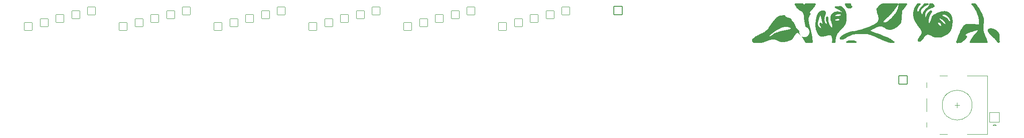
<source format=gbr>
%TF.GenerationSoftware,KiCad,Pcbnew,(6.0.5)*%
%TF.CreationDate,2022-07-29T22:10:32-06:00*%
%TF.ProjectId,kb_right,6b625f72-6967-4687-942e-6b696361645f,rev?*%
%TF.SameCoordinates,Original*%
%TF.FileFunction,Legend,Top*%
%TF.FilePolarity,Positive*%
%FSLAX46Y46*%
G04 Gerber Fmt 4.6, Leading zero omitted, Abs format (unit mm)*
G04 Created by KiCad (PCBNEW (6.0.5)) date 2022-07-29 22:10:32*
%MOMM*%
%LPD*%
G01*
G04 APERTURE LIST*
G04 Aperture macros list*
%AMRoundRect*
0 Rectangle with rounded corners*
0 $1 Rounding radius*
0 $2 $3 $4 $5 $6 $7 $8 $9 X,Y pos of 4 corners*
0 Add a 4 corners polygon primitive as box body*
4,1,4,$2,$3,$4,$5,$6,$7,$8,$9,$2,$3,0*
0 Add four circle primitives for the rounded corners*
1,1,$1+$1,$2,$3*
1,1,$1+$1,$4,$5*
1,1,$1+$1,$6,$7*
1,1,$1+$1,$8,$9*
0 Add four rect primitives between the rounded corners*
20,1,$1+$1,$2,$3,$4,$5,0*
20,1,$1+$1,$4,$5,$6,$7,0*
20,1,$1+$1,$6,$7,$8,$9,0*
20,1,$1+$1,$8,$9,$2,$3,0*%
G04 Aperture macros list end*
%ADD10C,0.297000*%
%ADD11C,0.120000*%
%ADD12C,1.600000*%
%ADD13R,1.600000X1.600000*%
%ADD14C,0.255000*%
%ADD15C,2.100000*%
%ADD16RoundRect,0.050000X1.000000X1.000000X-1.000000X1.000000X-1.000000X-1.000000X1.000000X-1.000000X0*%
%ADD17O,3.300000X2.100000*%
%ADD18C,1.850000*%
%ADD19C,4.087800*%
%ADD20C,3.100000*%
%ADD21C,1.700000*%
%ADD22RoundRect,0.050000X0.800000X-0.800000X0.800000X0.800000X-0.800000X0.800000X-0.800000X-0.800000X0*%
%ADD23C,3.148000*%
%ADD24O,3.925000X2.500000*%
%ADD25O,1.800000X1.800000*%
%ADD26RoundRect,0.050000X0.850000X0.850000X-0.850000X0.850000X-0.850000X-0.850000X0.850000X-0.850000X0*%
%ADD27C,2.050000*%
%ADD28C,0.900000*%
G04 APERTURE END LIST*
D10*
G36*
X215011000Y-32067500D02*
G01*
X215022903Y-32068843D01*
X215033726Y-32070911D01*
X215043357Y-32073780D01*
X215051682Y-32077526D01*
X215058588Y-32082226D01*
X215063960Y-32087957D01*
X215067686Y-32094794D01*
X215069652Y-32102814D01*
X215069744Y-32112093D01*
X215067849Y-32122709D01*
X215063854Y-32134737D01*
X215057644Y-32148254D01*
X215050674Y-32167929D01*
X215045469Y-32187042D01*
X215041944Y-32205617D01*
X215040018Y-32223680D01*
X215039605Y-32241255D01*
X215040623Y-32258370D01*
X215042988Y-32275048D01*
X215046618Y-32291315D01*
X215051428Y-32307198D01*
X215057335Y-32322720D01*
X215064256Y-32337907D01*
X215072107Y-32352786D01*
X215080805Y-32367381D01*
X215090266Y-32381717D01*
X215111146Y-32409716D01*
X215134080Y-32436985D01*
X215158399Y-32463729D01*
X215208525Y-32516452D01*
X215232998Y-32542836D01*
X215256188Y-32569508D01*
X215277428Y-32596668D01*
X215287108Y-32610496D01*
X215296050Y-32624522D01*
X215294075Y-32634480D01*
X215291236Y-32643753D01*
X215287577Y-32652369D01*
X215283140Y-32660353D01*
X215277970Y-32667734D01*
X215272110Y-32674538D01*
X215265605Y-32680793D01*
X215258497Y-32686525D01*
X215250831Y-32691763D01*
X215242650Y-32696533D01*
X215233998Y-32700862D01*
X215224918Y-32704778D01*
X215205651Y-32711479D01*
X215185197Y-32716851D01*
X215163907Y-32721113D01*
X215142129Y-32724482D01*
X215098511Y-32729412D01*
X215057136Y-32733378D01*
X215038163Y-32735544D01*
X215020800Y-32738121D01*
X215020785Y-32738090D01*
X214988175Y-32739237D01*
X214955572Y-32739551D01*
X214922982Y-32739098D01*
X214890409Y-32737947D01*
X214857858Y-32736164D01*
X214825334Y-32733816D01*
X214792841Y-32730972D01*
X214760384Y-32727697D01*
X214728956Y-32726132D01*
X214698500Y-32722580D01*
X214669006Y-32717119D01*
X214640465Y-32709826D01*
X214612864Y-32700779D01*
X214586195Y-32690053D01*
X214560446Y-32677727D01*
X214535608Y-32663878D01*
X214511669Y-32648583D01*
X214488619Y-32631918D01*
X214466448Y-32613962D01*
X214445145Y-32594791D01*
X214424700Y-32574482D01*
X214405103Y-32553113D01*
X214368408Y-32507502D01*
X214334978Y-32458574D01*
X214304729Y-32406948D01*
X214277577Y-32353241D01*
X214253439Y-32298068D01*
X214232231Y-32242049D01*
X214213869Y-32185799D01*
X214198271Y-32129937D01*
X214185352Y-32075079D01*
X214721108Y-32075079D01*
X214730760Y-32077983D01*
X214741602Y-32080082D01*
X214753522Y-32081453D01*
X214766405Y-32082174D01*
X214794609Y-32081967D01*
X214825306Y-32080072D01*
X214954867Y-32067843D01*
X214984411Y-32066681D01*
X215011000Y-32067500D01*
G37*
X215011000Y-32067500D02*
X215022903Y-32068843D01*
X215033726Y-32070911D01*
X215043357Y-32073780D01*
X215051682Y-32077526D01*
X215058588Y-32082226D01*
X215063960Y-32087957D01*
X215067686Y-32094794D01*
X215069652Y-32102814D01*
X215069744Y-32112093D01*
X215067849Y-32122709D01*
X215063854Y-32134737D01*
X215057644Y-32148254D01*
X215050674Y-32167929D01*
X215045469Y-32187042D01*
X215041944Y-32205617D01*
X215040018Y-32223680D01*
X215039605Y-32241255D01*
X215040623Y-32258370D01*
X215042988Y-32275048D01*
X215046618Y-32291315D01*
X215051428Y-32307198D01*
X215057335Y-32322720D01*
X215064256Y-32337907D01*
X215072107Y-32352786D01*
X215080805Y-32367381D01*
X215090266Y-32381717D01*
X215111146Y-32409716D01*
X215134080Y-32436985D01*
X215158399Y-32463729D01*
X215208525Y-32516452D01*
X215232998Y-32542836D01*
X215256188Y-32569508D01*
X215277428Y-32596668D01*
X215287108Y-32610496D01*
X215296050Y-32624522D01*
X215294075Y-32634480D01*
X215291236Y-32643753D01*
X215287577Y-32652369D01*
X215283140Y-32660353D01*
X215277970Y-32667734D01*
X215272110Y-32674538D01*
X215265605Y-32680793D01*
X215258497Y-32686525D01*
X215250831Y-32691763D01*
X215242650Y-32696533D01*
X215233998Y-32700862D01*
X215224918Y-32704778D01*
X215205651Y-32711479D01*
X215185197Y-32716851D01*
X215163907Y-32721113D01*
X215142129Y-32724482D01*
X215098511Y-32729412D01*
X215057136Y-32733378D01*
X215038163Y-32735544D01*
X215020800Y-32738121D01*
X215020785Y-32738090D01*
X214988175Y-32739237D01*
X214955572Y-32739551D01*
X214922982Y-32739098D01*
X214890409Y-32737947D01*
X214857858Y-32736164D01*
X214825334Y-32733816D01*
X214792841Y-32730972D01*
X214760384Y-32727697D01*
X214728956Y-32726132D01*
X214698500Y-32722580D01*
X214669006Y-32717119D01*
X214640465Y-32709826D01*
X214612864Y-32700779D01*
X214586195Y-32690053D01*
X214560446Y-32677727D01*
X214535608Y-32663878D01*
X214511669Y-32648583D01*
X214488619Y-32631918D01*
X214466448Y-32613962D01*
X214445145Y-32594791D01*
X214424700Y-32574482D01*
X214405103Y-32553113D01*
X214368408Y-32507502D01*
X214334978Y-32458574D01*
X214304729Y-32406948D01*
X214277577Y-32353241D01*
X214253439Y-32298068D01*
X214232231Y-32242049D01*
X214213869Y-32185799D01*
X214198271Y-32129937D01*
X214185352Y-32075079D01*
X214721108Y-32075079D01*
X214730760Y-32077983D01*
X214741602Y-32080082D01*
X214753522Y-32081453D01*
X214766405Y-32082174D01*
X214794609Y-32081967D01*
X214825306Y-32080072D01*
X214954867Y-32067843D01*
X214984411Y-32066681D01*
X215011000Y-32067500D01*
G36*
X231203875Y-35820121D02*
G01*
X231226988Y-35771155D01*
X231270409Y-35671556D01*
X231311485Y-35570900D01*
X231351884Y-35470585D01*
X231393277Y-35372008D01*
X231420653Y-35310870D01*
X231444597Y-35247714D01*
X231465859Y-35182984D01*
X231485193Y-35117125D01*
X231517301Y-34997857D01*
X232823350Y-34997857D01*
X232830333Y-35023274D01*
X232838335Y-35048186D01*
X232847311Y-35072614D01*
X232857215Y-35096575D01*
X232868002Y-35120091D01*
X232879624Y-35143179D01*
X232905197Y-35188155D01*
X232933568Y-35231658D01*
X232964372Y-35273844D01*
X232997243Y-35314870D01*
X233031816Y-35354892D01*
X233067725Y-35394066D01*
X233104605Y-35432547D01*
X233179814Y-35508057D01*
X233254520Y-35582670D01*
X233290770Y-35620031D01*
X233325798Y-35657636D01*
X233418504Y-35742125D01*
X233511171Y-35829017D01*
X233604944Y-35915788D01*
X233652603Y-35958339D01*
X233700968Y-35999912D01*
X233750182Y-36040192D01*
X233800388Y-36078864D01*
X233851729Y-36115611D01*
X233904349Y-36150119D01*
X233958391Y-36182070D01*
X234013997Y-36211151D01*
X234071310Y-36237045D01*
X234130475Y-36259436D01*
X234134139Y-36260297D01*
X234137828Y-36260896D01*
X234141538Y-36261264D01*
X234145267Y-36261433D01*
X234149011Y-36261435D01*
X234152767Y-36261301D01*
X234160304Y-36260751D01*
X234167853Y-36260037D01*
X234175389Y-36259411D01*
X234179145Y-36259210D01*
X234182888Y-36259127D01*
X234186616Y-36259192D01*
X234190326Y-36259436D01*
X234210386Y-36256274D01*
X234229042Y-36251710D01*
X234246329Y-36245816D01*
X234262279Y-36238660D01*
X234276926Y-36230314D01*
X234290303Y-36220847D01*
X234302444Y-36210329D01*
X234313381Y-36198830D01*
X234323149Y-36186421D01*
X234331781Y-36173171D01*
X234339311Y-36159150D01*
X234345770Y-36144429D01*
X234351194Y-36129077D01*
X234355616Y-36113166D01*
X234359068Y-36096763D01*
X234361585Y-36079941D01*
X234363199Y-36062768D01*
X234363944Y-36045315D01*
X234362962Y-36009849D01*
X234358905Y-35974102D01*
X234352041Y-35938636D01*
X234342636Y-35904010D01*
X234330959Y-35870786D01*
X234317276Y-35839523D01*
X234301855Y-35810782D01*
X234248725Y-35718648D01*
X234190811Y-35629697D01*
X234128373Y-35543964D01*
X234061674Y-35461486D01*
X233990976Y-35382300D01*
X233916542Y-35306443D01*
X233838634Y-35233949D01*
X233757514Y-35164856D01*
X233673445Y-35099201D01*
X233586688Y-35037018D01*
X233497506Y-34978346D01*
X233406161Y-34923220D01*
X233312916Y-34871677D01*
X233218032Y-34823753D01*
X233121772Y-34779484D01*
X233024399Y-34738907D01*
X233009771Y-34732368D01*
X232995819Y-34727525D01*
X232982531Y-34724303D01*
X232969891Y-34722628D01*
X232957886Y-34722423D01*
X232946502Y-34723613D01*
X232935725Y-34726124D01*
X232925542Y-34729880D01*
X232915939Y-34734805D01*
X232906902Y-34740825D01*
X232898418Y-34747864D01*
X232890471Y-34755847D01*
X232883049Y-34764699D01*
X232876138Y-34774344D01*
X232869724Y-34784707D01*
X232863794Y-34795714D01*
X232853326Y-34819354D01*
X232844626Y-34844664D01*
X232837582Y-34871040D01*
X232832085Y-34897882D01*
X232828024Y-34924586D01*
X232825288Y-34950551D01*
X232823767Y-34975176D01*
X232823350Y-34997857D01*
X231517301Y-34997857D01*
X231521084Y-34983802D01*
X231558287Y-34851304D01*
X231579261Y-34786478D01*
X231602820Y-34723194D01*
X231629715Y-34661898D01*
X231660700Y-34603033D01*
X231677960Y-34574652D01*
X231696525Y-34547046D01*
X231716488Y-34520270D01*
X231737944Y-34494381D01*
X231760986Y-34469434D01*
X231785709Y-34445484D01*
X231812206Y-34422587D01*
X231840571Y-34400800D01*
X231957405Y-34324531D01*
X232016336Y-34288023D01*
X233396533Y-34288023D01*
X233398129Y-34307045D01*
X233401402Y-34326333D01*
X233406414Y-34345853D01*
X233413232Y-34365571D01*
X233421919Y-34385452D01*
X233442122Y-34420022D01*
X233464001Y-34452393D01*
X233487460Y-34482693D01*
X233512401Y-34511053D01*
X233538729Y-34537603D01*
X233566346Y-34562471D01*
X233595156Y-34585789D01*
X233625061Y-34607686D01*
X233687773Y-34647735D01*
X233753707Y-34683657D01*
X233822090Y-34716491D01*
X233892148Y-34747276D01*
X234034194Y-34806849D01*
X234104633Y-34837716D01*
X234173652Y-34870687D01*
X234240477Y-34906800D01*
X234304333Y-34947095D01*
X234334906Y-34969136D01*
X234364447Y-34992611D01*
X234392859Y-35017650D01*
X234420046Y-35044384D01*
X234439534Y-35064184D01*
X234458403Y-35084841D01*
X234494538Y-35128385D01*
X234528966Y-35174330D01*
X234562201Y-35221994D01*
X234627155Y-35319737D01*
X234659904Y-35368447D01*
X234693519Y-35416137D01*
X234728516Y-35462122D01*
X234765410Y-35505717D01*
X234784730Y-35526405D01*
X234804716Y-35546239D01*
X234825435Y-35565134D01*
X234846949Y-35583003D01*
X234869324Y-35599762D01*
X234892623Y-35615324D01*
X234916912Y-35629604D01*
X234942254Y-35642517D01*
X234968713Y-35653977D01*
X234996355Y-35663899D01*
X235025243Y-35672196D01*
X235055443Y-35678784D01*
X235062868Y-35679698D01*
X235070312Y-35680340D01*
X235077766Y-35680712D01*
X235085222Y-35680815D01*
X235092669Y-35680651D01*
X235100098Y-35680223D01*
X235107500Y-35679533D01*
X235114867Y-35678581D01*
X235122189Y-35677371D01*
X235129456Y-35675905D01*
X235136660Y-35674183D01*
X235143791Y-35672209D01*
X235150840Y-35669983D01*
X235157799Y-35667508D01*
X235164657Y-35664787D01*
X235171405Y-35661820D01*
X235178035Y-35658610D01*
X235184538Y-35655159D01*
X235190903Y-35651468D01*
X235197122Y-35647540D01*
X235203186Y-35643376D01*
X235209085Y-35638979D01*
X235214810Y-35634350D01*
X235220353Y-35629492D01*
X235225703Y-35624406D01*
X235230852Y-35619094D01*
X235235791Y-35613558D01*
X235240510Y-35607800D01*
X235245000Y-35601822D01*
X235249252Y-35595626D01*
X235253256Y-35589214D01*
X235257005Y-35582588D01*
X235266581Y-35558111D01*
X235274471Y-35533581D01*
X235280740Y-35509009D01*
X235285457Y-35484406D01*
X235288687Y-35459784D01*
X235290497Y-35435153D01*
X235290954Y-35410524D01*
X235290125Y-35385910D01*
X235288077Y-35361319D01*
X235284875Y-35336765D01*
X235280587Y-35312259D01*
X235275279Y-35287810D01*
X235261871Y-35239132D01*
X235245186Y-35190820D01*
X235225756Y-35142964D01*
X235204116Y-35095653D01*
X235180798Y-35048976D01*
X235156336Y-35003021D01*
X235057724Y-34828215D01*
X235004716Y-34742679D01*
X234946849Y-34659764D01*
X234884346Y-34579874D01*
X234817428Y-34503412D01*
X234746317Y-34430782D01*
X234671235Y-34362388D01*
X234592405Y-34298634D01*
X234510048Y-34239922D01*
X234424387Y-34186658D01*
X234335643Y-34139245D01*
X234244038Y-34098087D01*
X234149794Y-34063586D01*
X234053133Y-34036148D01*
X233954278Y-34016176D01*
X233853450Y-34004073D01*
X233802366Y-34001099D01*
X233750871Y-34000244D01*
X233731633Y-33999129D01*
X233712328Y-33999205D01*
X233693019Y-34000437D01*
X233673771Y-34002793D01*
X233654650Y-34006237D01*
X233635719Y-34010735D01*
X233617043Y-34016252D01*
X233598687Y-34022756D01*
X233580715Y-34030210D01*
X233563191Y-34038582D01*
X233546182Y-34047837D01*
X233529750Y-34057940D01*
X233513960Y-34068857D01*
X233498878Y-34080555D01*
X233484567Y-34092998D01*
X233471093Y-34106153D01*
X233458519Y-34119985D01*
X233446911Y-34134461D01*
X233436333Y-34149545D01*
X233426849Y-34165203D01*
X233418524Y-34181402D01*
X233411423Y-34198107D01*
X233405610Y-34215284D01*
X233401150Y-34232898D01*
X233398108Y-34250915D01*
X233396547Y-34269302D01*
X233396533Y-34288023D01*
X232016336Y-34288023D01*
X232076482Y-34250763D01*
X232197707Y-34179792D01*
X232320987Y-34111911D01*
X232446227Y-34047415D01*
X232573334Y-33986600D01*
X232702212Y-33929759D01*
X232832769Y-33877189D01*
X232964910Y-33829182D01*
X233098541Y-33786035D01*
X233233567Y-33748042D01*
X233369896Y-33715497D01*
X233507432Y-33688696D01*
X233646081Y-33667933D01*
X233785750Y-33653503D01*
X233926345Y-33645701D01*
X233977753Y-33644418D01*
X234029239Y-33644943D01*
X234080730Y-33647264D01*
X234132158Y-33651366D01*
X234183450Y-33657236D01*
X234234536Y-33664860D01*
X234285346Y-33674225D01*
X234335808Y-33685318D01*
X234385851Y-33698124D01*
X234435405Y-33712631D01*
X234484398Y-33728824D01*
X234532761Y-33746690D01*
X234580422Y-33766215D01*
X234627310Y-33787386D01*
X234673355Y-33810190D01*
X234718486Y-33834612D01*
X234762631Y-33860639D01*
X234805721Y-33888258D01*
X234847683Y-33917454D01*
X234888449Y-33948215D01*
X234927945Y-33980527D01*
X234966103Y-34014376D01*
X235002850Y-34049749D01*
X235038117Y-34086631D01*
X235071832Y-34125010D01*
X235103924Y-34164873D01*
X235134324Y-34206204D01*
X235162958Y-34248991D01*
X235189758Y-34293221D01*
X235214652Y-34338879D01*
X235237570Y-34385952D01*
X235258440Y-34434426D01*
X235303046Y-34551627D01*
X235341186Y-34670477D01*
X235373209Y-34790795D01*
X235399461Y-34912398D01*
X235420293Y-35035104D01*
X235436051Y-35158731D01*
X235447084Y-35283097D01*
X235453740Y-35408021D01*
X235456368Y-35533320D01*
X235455316Y-35658812D01*
X235450932Y-35784316D01*
X235443565Y-35909649D01*
X235421272Y-36159075D01*
X235391223Y-36405634D01*
X235375801Y-36509727D01*
X235356748Y-36613448D01*
X235333974Y-36716539D01*
X235307393Y-36818742D01*
X235276917Y-36919801D01*
X235242457Y-37019457D01*
X235203927Y-37117454D01*
X235161237Y-37213533D01*
X235114301Y-37307437D01*
X235063030Y-37398909D01*
X235007337Y-37487690D01*
X234947134Y-37573524D01*
X234882333Y-37656154D01*
X234812846Y-37735320D01*
X234738586Y-37810766D01*
X234659464Y-37882235D01*
X234514322Y-38002120D01*
X234361833Y-38112545D01*
X234202702Y-38213259D01*
X234037635Y-38304010D01*
X233867337Y-38384546D01*
X233692514Y-38454613D01*
X233513872Y-38513960D01*
X233332116Y-38562335D01*
X233147952Y-38599486D01*
X232962087Y-38625160D01*
X232775224Y-38639105D01*
X232588071Y-38641068D01*
X232401332Y-38630799D01*
X232215714Y-38608044D01*
X232031922Y-38572551D01*
X231850662Y-38524068D01*
X231766378Y-38497876D01*
X231683724Y-38465620D01*
X231602392Y-38428488D01*
X231522076Y-38387674D01*
X231204808Y-38211399D01*
X231124952Y-38170032D01*
X231044267Y-38132128D01*
X230962443Y-38098877D01*
X230879173Y-38071471D01*
X230836900Y-38060331D01*
X230794150Y-38051100D01*
X230750885Y-38043925D01*
X230707066Y-38038956D01*
X230662655Y-38036342D01*
X230617614Y-38036230D01*
X230571904Y-38038771D01*
X230525486Y-38044113D01*
X230487204Y-38054900D01*
X230450031Y-38067427D01*
X230413925Y-38081619D01*
X230378844Y-38097399D01*
X230344747Y-38114691D01*
X230311591Y-38133420D01*
X230279336Y-38153507D01*
X230247940Y-38174878D01*
X230187557Y-38221165D01*
X230130111Y-38271671D01*
X230075268Y-38325786D01*
X230022695Y-38382900D01*
X229972060Y-38442403D01*
X229923029Y-38503685D01*
X229828453Y-38629148D01*
X229736303Y-38754410D01*
X229690306Y-38815441D01*
X229643918Y-38874592D01*
X229610080Y-38915651D01*
X229576479Y-38958146D01*
X229509118Y-39045656D01*
X229440099Y-39133541D01*
X229404426Y-39176507D01*
X229367688Y-39218224D01*
X229329667Y-39258245D01*
X229290148Y-39296124D01*
X229248912Y-39331412D01*
X229227583Y-39347945D01*
X229205743Y-39363663D01*
X229183366Y-39378509D01*
X229160424Y-39392429D01*
X229136891Y-39405365D01*
X229112738Y-39417262D01*
X229087940Y-39428064D01*
X229062468Y-39437715D01*
X229036296Y-39446159D01*
X229009397Y-39453341D01*
X229009397Y-39453431D01*
X228987129Y-39453135D01*
X228975832Y-39452719D01*
X228964476Y-39452067D01*
X228953099Y-39451138D01*
X228941741Y-39449888D01*
X228930438Y-39448276D01*
X228919228Y-39446260D01*
X228908151Y-39443796D01*
X228897243Y-39440842D01*
X228886543Y-39437357D01*
X228876088Y-39433297D01*
X228865918Y-39428621D01*
X228856069Y-39423286D01*
X228846580Y-39417249D01*
X228837489Y-39410469D01*
X228831589Y-39394129D01*
X228826909Y-39377771D01*
X228823396Y-39361399D01*
X228820995Y-39345020D01*
X228819653Y-39328638D01*
X228819317Y-39312259D01*
X228819933Y-39295888D01*
X228821447Y-39279531D01*
X228823805Y-39263194D01*
X228826955Y-39246880D01*
X228830842Y-39230596D01*
X228835412Y-39214348D01*
X228846391Y-39181977D01*
X228859462Y-39149812D01*
X228874197Y-39117894D01*
X228890167Y-39086267D01*
X228924095Y-39024057D01*
X228957816Y-38963526D01*
X228973528Y-38933996D01*
X228987901Y-38905016D01*
X229028733Y-38834284D01*
X229073082Y-38764582D01*
X229120093Y-38695624D01*
X229168914Y-38627124D01*
X229268572Y-38490348D01*
X229317702Y-38421500D01*
X229365229Y-38351963D01*
X229410300Y-38281449D01*
X229452060Y-38209674D01*
X229489658Y-38136349D01*
X229522239Y-38061189D01*
X229536382Y-38022831D01*
X229548951Y-37983907D01*
X229559839Y-37944380D01*
X229568940Y-37904215D01*
X229576147Y-37863377D01*
X229581353Y-37821829D01*
X229584451Y-37779535D01*
X229585336Y-37736460D01*
X229579045Y-37691940D01*
X229571032Y-37648080D01*
X229561373Y-37604856D01*
X229550143Y-37562242D01*
X229537418Y-37520213D01*
X229523273Y-37478743D01*
X229491026Y-37397381D01*
X229454004Y-37317954D01*
X229412811Y-37240257D01*
X229368051Y-37164089D01*
X229320326Y-37089247D01*
X229270241Y-37015527D01*
X229218397Y-36942727D01*
X229111851Y-36799075D01*
X229005514Y-36656669D01*
X228953932Y-36585426D01*
X228904213Y-36513885D01*
X228746670Y-36299900D01*
X228589217Y-36081522D01*
X228436880Y-35858049D01*
X228364201Y-35744182D01*
X228294685Y-35628779D01*
X228228961Y-35511751D01*
X228167658Y-35393010D01*
X228111402Y-35272469D01*
X228060824Y-35150040D01*
X228016550Y-35025636D01*
X227979209Y-34899167D01*
X227949429Y-34770548D01*
X227927838Y-34639689D01*
X227904300Y-34477738D01*
X227888079Y-34313875D01*
X227879440Y-34148750D01*
X227878644Y-33983012D01*
X227885957Y-33817312D01*
X227901642Y-33652298D01*
X227925961Y-33488621D01*
X227959180Y-33326930D01*
X228001561Y-33167874D01*
X228053369Y-33012104D01*
X228114866Y-32860268D01*
X228186316Y-32713017D01*
X228267983Y-32570999D01*
X228360131Y-32434866D01*
X228463022Y-32305265D01*
X228518580Y-32243117D01*
X228576922Y-32182847D01*
X228586676Y-32167559D01*
X228597010Y-32153683D01*
X228607896Y-32141154D01*
X228619308Y-32129907D01*
X228631220Y-32119879D01*
X228643605Y-32111005D01*
X228656436Y-32103222D01*
X228669687Y-32096464D01*
X228683332Y-32090669D01*
X228697343Y-32085771D01*
X228711695Y-32081706D01*
X228726360Y-32078411D01*
X228756526Y-32073871D01*
X228787629Y-32071639D01*
X228819455Y-32071199D01*
X228851794Y-32072040D01*
X228917158Y-32075505D01*
X228949758Y-32077104D01*
X228982021Y-32077928D01*
X229013734Y-32077465D01*
X229044685Y-32075200D01*
X228992422Y-32115324D01*
X228942416Y-32157850D01*
X228894609Y-32202632D01*
X228848946Y-32249518D01*
X228805368Y-32298359D01*
X228763819Y-32349007D01*
X228724242Y-32401312D01*
X228686580Y-32455125D01*
X228650774Y-32510296D01*
X228616770Y-32566676D01*
X228584509Y-32624117D01*
X228553934Y-32682468D01*
X228524988Y-32741580D01*
X228497615Y-32801305D01*
X228471756Y-32861492D01*
X228447356Y-32921993D01*
X228415805Y-33015420D01*
X228400743Y-33065192D01*
X228386891Y-33116405D01*
X228374801Y-33168611D01*
X228365023Y-33221360D01*
X228358110Y-33274205D01*
X228354611Y-33326696D01*
X228354315Y-33352669D01*
X228355079Y-33378385D01*
X228356972Y-33403788D01*
X228360064Y-33428822D01*
X228364422Y-33453432D01*
X228370117Y-33477560D01*
X228377216Y-33501152D01*
X228385789Y-33524150D01*
X228395905Y-33546499D01*
X228407632Y-33568143D01*
X228421040Y-33589025D01*
X228436197Y-33609090D01*
X228453172Y-33628281D01*
X228472035Y-33646543D01*
X228492853Y-33663819D01*
X228515696Y-33680053D01*
X228538010Y-33693980D01*
X228560577Y-33705574D01*
X228583333Y-33714908D01*
X228606215Y-33722057D01*
X228629158Y-33727095D01*
X228652097Y-33730097D01*
X228674968Y-33731137D01*
X228697707Y-33730290D01*
X228720249Y-33727630D01*
X228742531Y-33723232D01*
X228764487Y-33717169D01*
X228786053Y-33709517D01*
X228807166Y-33700349D01*
X228827761Y-33689741D01*
X228847773Y-33677767D01*
X228867138Y-33664501D01*
X228885792Y-33650017D01*
X228903671Y-33634391D01*
X228920709Y-33617695D01*
X228936844Y-33600006D01*
X228952010Y-33581397D01*
X228966143Y-33561943D01*
X228979179Y-33541719D01*
X228991053Y-33520797D01*
X229001702Y-33499254D01*
X229011060Y-33477164D01*
X229019064Y-33454600D01*
X229025648Y-33431638D01*
X229030750Y-33408352D01*
X229034304Y-33384816D01*
X229036247Y-33361105D01*
X229036513Y-33337293D01*
X229055436Y-33291152D01*
X229075765Y-33245897D01*
X229120349Y-33157862D01*
X229169685Y-33072825D01*
X229223196Y-32990425D01*
X229280304Y-32910297D01*
X229340429Y-32832081D01*
X229402994Y-32755412D01*
X229467419Y-32679928D01*
X229732163Y-32382590D01*
X229797217Y-32307592D01*
X229860661Y-32231602D01*
X229921918Y-32154259D01*
X229980409Y-32075200D01*
X230684871Y-32075200D01*
X230602157Y-32095008D01*
X230520469Y-32117970D01*
X230439875Y-32144016D01*
X230360440Y-32173075D01*
X230282232Y-32205077D01*
X230205317Y-32239950D01*
X230129763Y-32277624D01*
X230055636Y-32318028D01*
X229983002Y-32361092D01*
X229911930Y-32406744D01*
X229842485Y-32454913D01*
X229774734Y-32505530D01*
X229708745Y-32558523D01*
X229644583Y-32613821D01*
X229582316Y-32671354D01*
X229522011Y-32731051D01*
X229474021Y-32780071D01*
X229426242Y-32831119D01*
X229379263Y-32884123D01*
X229333674Y-32939009D01*
X229290065Y-32995706D01*
X229249026Y-33054138D01*
X229211145Y-33114234D01*
X229177014Y-33175921D01*
X229147220Y-33239125D01*
X229122355Y-33303774D01*
X229111955Y-33336617D01*
X229103007Y-33369793D01*
X229095587Y-33403295D01*
X229089767Y-33437112D01*
X229085621Y-33471235D01*
X229083224Y-33505656D01*
X229082648Y-33540364D01*
X229083967Y-33575352D01*
X229087255Y-33610609D01*
X229092587Y-33646127D01*
X229100034Y-33681897D01*
X229109672Y-33717909D01*
X229133609Y-33804236D01*
X229160307Y-33894326D01*
X229175299Y-33939703D01*
X229191709Y-33984727D01*
X229209780Y-34028965D01*
X229229755Y-34071987D01*
X229251877Y-34113360D01*
X229263819Y-34133294D01*
X229276388Y-34152654D01*
X229289615Y-34171387D01*
X229303531Y-34189437D01*
X229318165Y-34206752D01*
X229333549Y-34223278D01*
X229349712Y-34238960D01*
X229366684Y-34253744D01*
X229384497Y-34267578D01*
X229403179Y-34280405D01*
X229422763Y-34292174D01*
X229443278Y-34302830D01*
X229464754Y-34312318D01*
X229487221Y-34320586D01*
X229505925Y-34319607D01*
X229523797Y-34317218D01*
X229540865Y-34313481D01*
X229557156Y-34308460D01*
X229572696Y-34302219D01*
X229587512Y-34294821D01*
X229601629Y-34286329D01*
X229615075Y-34276807D01*
X229627876Y-34266319D01*
X229640059Y-34254927D01*
X229651650Y-34242695D01*
X229662675Y-34229688D01*
X229683137Y-34201597D01*
X229701656Y-34171163D01*
X229718444Y-34138892D01*
X229733715Y-34105293D01*
X229747679Y-34070874D01*
X229760550Y-34036141D01*
X229805343Y-33904229D01*
X229825834Y-33853655D01*
X229847761Y-33804138D01*
X229895681Y-33708095D01*
X229948620Y-33615741D01*
X230006096Y-33526720D01*
X230067627Y-33440674D01*
X230132730Y-33357245D01*
X230200924Y-33276078D01*
X230271726Y-33196813D01*
X230344654Y-33119094D01*
X230419226Y-33042563D01*
X230571371Y-32891638D01*
X230724304Y-32741179D01*
X230874167Y-32588327D01*
X230895581Y-32561984D01*
X230919330Y-32534604D01*
X230970895Y-32476989D01*
X230997243Y-32446881D01*
X231022991Y-32415993D01*
X231047403Y-32384388D01*
X231069747Y-32352131D01*
X231079914Y-32335777D01*
X231089288Y-32319284D01*
X231097778Y-32302660D01*
X231105293Y-32285913D01*
X231111739Y-32269050D01*
X231117027Y-32252081D01*
X231121063Y-32235012D01*
X231123756Y-32217852D01*
X231125015Y-32200609D01*
X231124748Y-32183291D01*
X231122863Y-32165905D01*
X231119268Y-32148461D01*
X231113871Y-32130965D01*
X231106582Y-32113426D01*
X231097307Y-32095853D01*
X231085956Y-32078251D01*
X231145455Y-32076115D01*
X231208327Y-32075028D01*
X231340754Y-32074898D01*
X231476368Y-32075651D01*
X231608298Y-32075079D01*
X231674665Y-32170021D01*
X231706921Y-32218689D01*
X231722420Y-32243419D01*
X231737349Y-32268450D01*
X231751594Y-32293809D01*
X231765043Y-32319523D01*
X231777581Y-32345621D01*
X231789096Y-32372130D01*
X231799474Y-32399077D01*
X231808602Y-32426491D01*
X231816367Y-32454398D01*
X231822655Y-32482826D01*
X231759251Y-32530447D01*
X231693280Y-32573326D01*
X231625086Y-32612110D01*
X231555011Y-32647446D01*
X231483399Y-32679978D01*
X231410593Y-32710354D01*
X231262770Y-32767223D01*
X231114286Y-32823222D01*
X231040653Y-32852511D01*
X230967884Y-32883522D01*
X230896322Y-32916900D01*
X230826309Y-32953293D01*
X230758188Y-32993346D01*
X230692304Y-33037707D01*
X230605124Y-33093209D01*
X230521918Y-33154506D01*
X230443014Y-33221234D01*
X230368741Y-33293032D01*
X230299429Y-33369537D01*
X230235405Y-33450388D01*
X230176998Y-33535222D01*
X230124539Y-33623676D01*
X230078355Y-33715390D01*
X230038775Y-33809999D01*
X230006128Y-33907144D01*
X229980743Y-34006460D01*
X229962948Y-34107586D01*
X229953074Y-34210160D01*
X229951448Y-34313819D01*
X229958399Y-34418202D01*
X229964196Y-34490726D01*
X229968096Y-34529890D01*
X229973085Y-34570116D01*
X229979484Y-34610748D01*
X229987608Y-34651130D01*
X229997775Y-34690607D01*
X230003725Y-34709802D01*
X230010304Y-34728525D01*
X230017553Y-34746694D01*
X230025511Y-34764227D01*
X230034219Y-34781043D01*
X230043715Y-34797059D01*
X230054040Y-34812193D01*
X230065233Y-34826364D01*
X230077334Y-34839490D01*
X230090382Y-34851489D01*
X230104418Y-34862278D01*
X230119481Y-34871777D01*
X230135611Y-34879902D01*
X230152847Y-34886573D01*
X230171229Y-34891707D01*
X230190797Y-34895222D01*
X230211590Y-34897037D01*
X230233649Y-34897069D01*
X230256411Y-34885652D01*
X230277708Y-34873069D01*
X230297611Y-34859378D01*
X230316193Y-34844638D01*
X230333525Y-34828908D01*
X230349681Y-34812245D01*
X230364732Y-34794710D01*
X230378749Y-34776359D01*
X230391806Y-34757252D01*
X230403975Y-34737448D01*
X230425934Y-34695981D01*
X230445203Y-34652426D01*
X230462361Y-34607252D01*
X230477983Y-34560928D01*
X230492646Y-34513923D01*
X230521404Y-34419741D01*
X230536652Y-34373501D01*
X230553250Y-34328455D01*
X230571773Y-34285071D01*
X230592799Y-34243816D01*
X230660461Y-34131889D01*
X230696267Y-34076000D01*
X230733499Y-34020570D01*
X230772240Y-33965903D01*
X230812575Y-33912306D01*
X230854586Y-33860084D01*
X230898356Y-33809543D01*
X230943968Y-33760989D01*
X230991505Y-33714728D01*
X231041050Y-33671065D01*
X231092687Y-33630307D01*
X231146498Y-33592759D01*
X231202567Y-33558727D01*
X231231474Y-33543125D01*
X231260976Y-33528517D01*
X231291085Y-33514940D01*
X231321809Y-33502434D01*
X231318879Y-33527659D01*
X231314795Y-33552431D01*
X231309621Y-33576775D01*
X231303419Y-33600715D01*
X231296252Y-33624278D01*
X231288183Y-33647488D01*
X231269589Y-33692950D01*
X231248138Y-33737304D01*
X231224334Y-33780750D01*
X231198679Y-33823490D01*
X231171674Y-33865727D01*
X231060207Y-34033660D01*
X231033989Y-34076398D01*
X231009435Y-34119840D01*
X230987047Y-34164189D01*
X230967327Y-34209646D01*
X230888348Y-34398470D01*
X230851650Y-34494714D01*
X230817149Y-34592042D01*
X230785098Y-34690353D01*
X230755749Y-34789547D01*
X230729354Y-34889520D01*
X230706165Y-34990172D01*
X230686435Y-35091400D01*
X230670416Y-35193104D01*
X230658359Y-35295181D01*
X230650518Y-35397530D01*
X230647144Y-35500049D01*
X230648491Y-35602636D01*
X230654809Y-35705191D01*
X230666351Y-35807610D01*
X230672995Y-35837040D01*
X230681393Y-35868657D01*
X230691567Y-35901729D01*
X230703543Y-35935525D01*
X230717344Y-35969312D01*
X230732994Y-36002359D01*
X230741520Y-36018375D01*
X230750517Y-36033932D01*
X230759988Y-36048938D01*
X230769936Y-36063301D01*
X230780365Y-36076930D01*
X230791276Y-36089733D01*
X230802674Y-36101619D01*
X230814560Y-36112497D01*
X230826939Y-36122273D01*
X230839813Y-36130859D01*
X230853185Y-36138161D01*
X230867058Y-36144088D01*
X230881435Y-36148549D01*
X230896319Y-36151452D01*
X230911713Y-36152706D01*
X230927620Y-36152219D01*
X230944043Y-36149900D01*
X230960984Y-36145657D01*
X230978448Y-36139399D01*
X230996437Y-36131034D01*
X231032423Y-36091253D01*
X231065944Y-36049637D01*
X231097209Y-36006358D01*
X231126425Y-35961593D01*
X231153802Y-35915515D01*
X231176097Y-35874631D01*
X232520737Y-35874631D01*
X232521312Y-35892796D01*
X232522801Y-35911056D01*
X232525175Y-35929351D01*
X232532460Y-35965808D01*
X232542935Y-36001692D01*
X232556366Y-36036529D01*
X232572519Y-36069843D01*
X232591162Y-36101161D01*
X232612060Y-36130007D01*
X232676160Y-36217720D01*
X232709855Y-36261738D01*
X232744733Y-36305404D01*
X232780860Y-36348373D01*
X232818300Y-36390301D01*
X232857118Y-36430841D01*
X232897378Y-36469651D01*
X232939146Y-36506383D01*
X232982487Y-36540694D01*
X233027464Y-36572239D01*
X233074144Y-36600673D01*
X233098142Y-36613615D01*
X233122591Y-36625650D01*
X233147497Y-36636735D01*
X233172869Y-36646827D01*
X233198715Y-36655882D01*
X233225044Y-36663858D01*
X233251863Y-36670711D01*
X233279180Y-36676398D01*
X233279180Y-36676368D01*
X233284288Y-36676898D01*
X233289411Y-36677173D01*
X233294544Y-36677205D01*
X233299681Y-36677007D01*
X233304816Y-36676594D01*
X233309943Y-36675977D01*
X233315056Y-36675171D01*
X233320150Y-36674189D01*
X233325218Y-36673043D01*
X233330256Y-36671747D01*
X233335256Y-36670314D01*
X233340214Y-36668758D01*
X233345123Y-36667092D01*
X233349977Y-36665329D01*
X233359500Y-36661564D01*
X233380031Y-36648839D01*
X233398759Y-36635063D01*
X233415742Y-36620292D01*
X233431037Y-36604586D01*
X233444703Y-36588002D01*
X233456796Y-36570598D01*
X233467375Y-36552432D01*
X233476496Y-36533563D01*
X233484218Y-36514047D01*
X233490598Y-36493943D01*
X233495693Y-36473309D01*
X233499561Y-36452203D01*
X233502259Y-36430683D01*
X233503846Y-36408806D01*
X233503915Y-36364217D01*
X233500227Y-36318899D01*
X233493243Y-36273315D01*
X233483424Y-36227930D01*
X233471230Y-36183207D01*
X233457121Y-36139611D01*
X233441559Y-36097604D01*
X233425003Y-36057651D01*
X233407915Y-36020215D01*
X233398419Y-35992872D01*
X233387545Y-35966130D01*
X233375346Y-35940029D01*
X233361873Y-35914607D01*
X233347179Y-35889904D01*
X233331316Y-35865958D01*
X233314337Y-35842809D01*
X233296292Y-35820497D01*
X233277234Y-35799060D01*
X233257215Y-35778537D01*
X233236287Y-35758969D01*
X233214503Y-35740393D01*
X233191914Y-35722849D01*
X233168573Y-35706376D01*
X233144530Y-35691014D01*
X233119840Y-35676802D01*
X233094553Y-35663778D01*
X233068722Y-35651982D01*
X233042398Y-35641454D01*
X233015634Y-35632232D01*
X232988482Y-35624355D01*
X232960994Y-35617863D01*
X232933222Y-35612795D01*
X232905218Y-35609191D01*
X232877035Y-35607088D01*
X232848723Y-35606527D01*
X232820336Y-35607546D01*
X232791925Y-35610186D01*
X232763543Y-35614484D01*
X232735241Y-35620481D01*
X232707071Y-35628215D01*
X232679086Y-35637726D01*
X232659658Y-35645211D01*
X232641640Y-35653799D01*
X232625003Y-35663431D01*
X232609718Y-35674047D01*
X232595755Y-35685588D01*
X232583086Y-35697995D01*
X232571680Y-35711208D01*
X232561510Y-35725168D01*
X232552545Y-35739816D01*
X232544757Y-35755092D01*
X232538117Y-35770937D01*
X232532595Y-35787291D01*
X232528162Y-35804096D01*
X232524789Y-35821292D01*
X232522446Y-35838819D01*
X232521106Y-35856618D01*
X232520737Y-35874631D01*
X231176097Y-35874631D01*
X231179549Y-35868300D01*
X231203875Y-35820121D01*
G37*
X231203875Y-35820121D02*
X231226988Y-35771155D01*
X231270409Y-35671556D01*
X231311485Y-35570900D01*
X231351884Y-35470585D01*
X231393277Y-35372008D01*
X231420653Y-35310870D01*
X231444597Y-35247714D01*
X231465859Y-35182984D01*
X231485193Y-35117125D01*
X231517301Y-34997857D01*
X232823350Y-34997857D01*
X232830333Y-35023274D01*
X232838335Y-35048186D01*
X232847311Y-35072614D01*
X232857215Y-35096575D01*
X232868002Y-35120091D01*
X232879624Y-35143179D01*
X232905197Y-35188155D01*
X232933568Y-35231658D01*
X232964372Y-35273844D01*
X232997243Y-35314870D01*
X233031816Y-35354892D01*
X233067725Y-35394066D01*
X233104605Y-35432547D01*
X233179814Y-35508057D01*
X233254520Y-35582670D01*
X233290770Y-35620031D01*
X233325798Y-35657636D01*
X233418504Y-35742125D01*
X233511171Y-35829017D01*
X233604944Y-35915788D01*
X233652603Y-35958339D01*
X233700968Y-35999912D01*
X233750182Y-36040192D01*
X233800388Y-36078864D01*
X233851729Y-36115611D01*
X233904349Y-36150119D01*
X233958391Y-36182070D01*
X234013997Y-36211151D01*
X234071310Y-36237045D01*
X234130475Y-36259436D01*
X234134139Y-36260297D01*
X234137828Y-36260896D01*
X234141538Y-36261264D01*
X234145267Y-36261433D01*
X234149011Y-36261435D01*
X234152767Y-36261301D01*
X234160304Y-36260751D01*
X234167853Y-36260037D01*
X234175389Y-36259411D01*
X234179145Y-36259210D01*
X234182888Y-36259127D01*
X234186616Y-36259192D01*
X234190326Y-36259436D01*
X234210386Y-36256274D01*
X234229042Y-36251710D01*
X234246329Y-36245816D01*
X234262279Y-36238660D01*
X234276926Y-36230314D01*
X234290303Y-36220847D01*
X234302444Y-36210329D01*
X234313381Y-36198830D01*
X234323149Y-36186421D01*
X234331781Y-36173171D01*
X234339311Y-36159150D01*
X234345770Y-36144429D01*
X234351194Y-36129077D01*
X234355616Y-36113166D01*
X234359068Y-36096763D01*
X234361585Y-36079941D01*
X234363199Y-36062768D01*
X234363944Y-36045315D01*
X234362962Y-36009849D01*
X234358905Y-35974102D01*
X234352041Y-35938636D01*
X234342636Y-35904010D01*
X234330959Y-35870786D01*
X234317276Y-35839523D01*
X234301855Y-35810782D01*
X234248725Y-35718648D01*
X234190811Y-35629697D01*
X234128373Y-35543964D01*
X234061674Y-35461486D01*
X233990976Y-35382300D01*
X233916542Y-35306443D01*
X233838634Y-35233949D01*
X233757514Y-35164856D01*
X233673445Y-35099201D01*
X233586688Y-35037018D01*
X233497506Y-34978346D01*
X233406161Y-34923220D01*
X233312916Y-34871677D01*
X233218032Y-34823753D01*
X233121772Y-34779484D01*
X233024399Y-34738907D01*
X233009771Y-34732368D01*
X232995819Y-34727525D01*
X232982531Y-34724303D01*
X232969891Y-34722628D01*
X232957886Y-34722423D01*
X232946502Y-34723613D01*
X232935725Y-34726124D01*
X232925542Y-34729880D01*
X232915939Y-34734805D01*
X232906902Y-34740825D01*
X232898418Y-34747864D01*
X232890471Y-34755847D01*
X232883049Y-34764699D01*
X232876138Y-34774344D01*
X232869724Y-34784707D01*
X232863794Y-34795714D01*
X232853326Y-34819354D01*
X232844626Y-34844664D01*
X232837582Y-34871040D01*
X232832085Y-34897882D01*
X232828024Y-34924586D01*
X232825288Y-34950551D01*
X232823767Y-34975176D01*
X232823350Y-34997857D01*
X231517301Y-34997857D01*
X231521084Y-34983802D01*
X231558287Y-34851304D01*
X231579261Y-34786478D01*
X231602820Y-34723194D01*
X231629715Y-34661898D01*
X231660700Y-34603033D01*
X231677960Y-34574652D01*
X231696525Y-34547046D01*
X231716488Y-34520270D01*
X231737944Y-34494381D01*
X231760986Y-34469434D01*
X231785709Y-34445484D01*
X231812206Y-34422587D01*
X231840571Y-34400800D01*
X231957405Y-34324531D01*
X232016336Y-34288023D01*
X233396533Y-34288023D01*
X233398129Y-34307045D01*
X233401402Y-34326333D01*
X233406414Y-34345853D01*
X233413232Y-34365571D01*
X233421919Y-34385452D01*
X233442122Y-34420022D01*
X233464001Y-34452393D01*
X233487460Y-34482693D01*
X233512401Y-34511053D01*
X233538729Y-34537603D01*
X233566346Y-34562471D01*
X233595156Y-34585789D01*
X233625061Y-34607686D01*
X233687773Y-34647735D01*
X233753707Y-34683657D01*
X233822090Y-34716491D01*
X233892148Y-34747276D01*
X234034194Y-34806849D01*
X234104633Y-34837716D01*
X234173652Y-34870687D01*
X234240477Y-34906800D01*
X234304333Y-34947095D01*
X234334906Y-34969136D01*
X234364447Y-34992611D01*
X234392859Y-35017650D01*
X234420046Y-35044384D01*
X234439534Y-35064184D01*
X234458403Y-35084841D01*
X234494538Y-35128385D01*
X234528966Y-35174330D01*
X234562201Y-35221994D01*
X234627155Y-35319737D01*
X234659904Y-35368447D01*
X234693519Y-35416137D01*
X234728516Y-35462122D01*
X234765410Y-35505717D01*
X234784730Y-35526405D01*
X234804716Y-35546239D01*
X234825435Y-35565134D01*
X234846949Y-35583003D01*
X234869324Y-35599762D01*
X234892623Y-35615324D01*
X234916912Y-35629604D01*
X234942254Y-35642517D01*
X234968713Y-35653977D01*
X234996355Y-35663899D01*
X235025243Y-35672196D01*
X235055443Y-35678784D01*
X235062868Y-35679698D01*
X235070312Y-35680340D01*
X235077766Y-35680712D01*
X235085222Y-35680815D01*
X235092669Y-35680651D01*
X235100098Y-35680223D01*
X235107500Y-35679533D01*
X235114867Y-35678581D01*
X235122189Y-35677371D01*
X235129456Y-35675905D01*
X235136660Y-35674183D01*
X235143791Y-35672209D01*
X235150840Y-35669983D01*
X235157799Y-35667508D01*
X235164657Y-35664787D01*
X235171405Y-35661820D01*
X235178035Y-35658610D01*
X235184538Y-35655159D01*
X235190903Y-35651468D01*
X235197122Y-35647540D01*
X235203186Y-35643376D01*
X235209085Y-35638979D01*
X235214810Y-35634350D01*
X235220353Y-35629492D01*
X235225703Y-35624406D01*
X235230852Y-35619094D01*
X235235791Y-35613558D01*
X235240510Y-35607800D01*
X235245000Y-35601822D01*
X235249252Y-35595626D01*
X235253256Y-35589214D01*
X235257005Y-35582588D01*
X235266581Y-35558111D01*
X235274471Y-35533581D01*
X235280740Y-35509009D01*
X235285457Y-35484406D01*
X235288687Y-35459784D01*
X235290497Y-35435153D01*
X235290954Y-35410524D01*
X235290125Y-35385910D01*
X235288077Y-35361319D01*
X235284875Y-35336765D01*
X235280587Y-35312259D01*
X235275279Y-35287810D01*
X235261871Y-35239132D01*
X235245186Y-35190820D01*
X235225756Y-35142964D01*
X235204116Y-35095653D01*
X235180798Y-35048976D01*
X235156336Y-35003021D01*
X235057724Y-34828215D01*
X235004716Y-34742679D01*
X234946849Y-34659764D01*
X234884346Y-34579874D01*
X234817428Y-34503412D01*
X234746317Y-34430782D01*
X234671235Y-34362388D01*
X234592405Y-34298634D01*
X234510048Y-34239922D01*
X234424387Y-34186658D01*
X234335643Y-34139245D01*
X234244038Y-34098087D01*
X234149794Y-34063586D01*
X234053133Y-34036148D01*
X233954278Y-34016176D01*
X233853450Y-34004073D01*
X233802366Y-34001099D01*
X233750871Y-34000244D01*
X233731633Y-33999129D01*
X233712328Y-33999205D01*
X233693019Y-34000437D01*
X233673771Y-34002793D01*
X233654650Y-34006237D01*
X233635719Y-34010735D01*
X233617043Y-34016252D01*
X233598687Y-34022756D01*
X233580715Y-34030210D01*
X233563191Y-34038582D01*
X233546182Y-34047837D01*
X233529750Y-34057940D01*
X233513960Y-34068857D01*
X233498878Y-34080555D01*
X233484567Y-34092998D01*
X233471093Y-34106153D01*
X233458519Y-34119985D01*
X233446911Y-34134461D01*
X233436333Y-34149545D01*
X233426849Y-34165203D01*
X233418524Y-34181402D01*
X233411423Y-34198107D01*
X233405610Y-34215284D01*
X233401150Y-34232898D01*
X233398108Y-34250915D01*
X233396547Y-34269302D01*
X233396533Y-34288023D01*
X232016336Y-34288023D01*
X232076482Y-34250763D01*
X232197707Y-34179792D01*
X232320987Y-34111911D01*
X232446227Y-34047415D01*
X232573334Y-33986600D01*
X232702212Y-33929759D01*
X232832769Y-33877189D01*
X232964910Y-33829182D01*
X233098541Y-33786035D01*
X233233567Y-33748042D01*
X233369896Y-33715497D01*
X233507432Y-33688696D01*
X233646081Y-33667933D01*
X233785750Y-33653503D01*
X233926345Y-33645701D01*
X233977753Y-33644418D01*
X234029239Y-33644943D01*
X234080730Y-33647264D01*
X234132158Y-33651366D01*
X234183450Y-33657236D01*
X234234536Y-33664860D01*
X234285346Y-33674225D01*
X234335808Y-33685318D01*
X234385851Y-33698124D01*
X234435405Y-33712631D01*
X234484398Y-33728824D01*
X234532761Y-33746690D01*
X234580422Y-33766215D01*
X234627310Y-33787386D01*
X234673355Y-33810190D01*
X234718486Y-33834612D01*
X234762631Y-33860639D01*
X234805721Y-33888258D01*
X234847683Y-33917454D01*
X234888449Y-33948215D01*
X234927945Y-33980527D01*
X234966103Y-34014376D01*
X235002850Y-34049749D01*
X235038117Y-34086631D01*
X235071832Y-34125010D01*
X235103924Y-34164873D01*
X235134324Y-34206204D01*
X235162958Y-34248991D01*
X235189758Y-34293221D01*
X235214652Y-34338879D01*
X235237570Y-34385952D01*
X235258440Y-34434426D01*
X235303046Y-34551627D01*
X235341186Y-34670477D01*
X235373209Y-34790795D01*
X235399461Y-34912398D01*
X235420293Y-35035104D01*
X235436051Y-35158731D01*
X235447084Y-35283097D01*
X235453740Y-35408021D01*
X235456368Y-35533320D01*
X235455316Y-35658812D01*
X235450932Y-35784316D01*
X235443565Y-35909649D01*
X235421272Y-36159075D01*
X235391223Y-36405634D01*
X235375801Y-36509727D01*
X235356748Y-36613448D01*
X235333974Y-36716539D01*
X235307393Y-36818742D01*
X235276917Y-36919801D01*
X235242457Y-37019457D01*
X235203927Y-37117454D01*
X235161237Y-37213533D01*
X235114301Y-37307437D01*
X235063030Y-37398909D01*
X235007337Y-37487690D01*
X234947134Y-37573524D01*
X234882333Y-37656154D01*
X234812846Y-37735320D01*
X234738586Y-37810766D01*
X234659464Y-37882235D01*
X234514322Y-38002120D01*
X234361833Y-38112545D01*
X234202702Y-38213259D01*
X234037635Y-38304010D01*
X233867337Y-38384546D01*
X233692514Y-38454613D01*
X233513872Y-38513960D01*
X233332116Y-38562335D01*
X233147952Y-38599486D01*
X232962087Y-38625160D01*
X232775224Y-38639105D01*
X232588071Y-38641068D01*
X232401332Y-38630799D01*
X232215714Y-38608044D01*
X232031922Y-38572551D01*
X231850662Y-38524068D01*
X231766378Y-38497876D01*
X231683724Y-38465620D01*
X231602392Y-38428488D01*
X231522076Y-38387674D01*
X231204808Y-38211399D01*
X231124952Y-38170032D01*
X231044267Y-38132128D01*
X230962443Y-38098877D01*
X230879173Y-38071471D01*
X230836900Y-38060331D01*
X230794150Y-38051100D01*
X230750885Y-38043925D01*
X230707066Y-38038956D01*
X230662655Y-38036342D01*
X230617614Y-38036230D01*
X230571904Y-38038771D01*
X230525486Y-38044113D01*
X230487204Y-38054900D01*
X230450031Y-38067427D01*
X230413925Y-38081619D01*
X230378844Y-38097399D01*
X230344747Y-38114691D01*
X230311591Y-38133420D01*
X230279336Y-38153507D01*
X230247940Y-38174878D01*
X230187557Y-38221165D01*
X230130111Y-38271671D01*
X230075268Y-38325786D01*
X230022695Y-38382900D01*
X229972060Y-38442403D01*
X229923029Y-38503685D01*
X229828453Y-38629148D01*
X229736303Y-38754410D01*
X229690306Y-38815441D01*
X229643918Y-38874592D01*
X229610080Y-38915651D01*
X229576479Y-38958146D01*
X229509118Y-39045656D01*
X229440099Y-39133541D01*
X229404426Y-39176507D01*
X229367688Y-39218224D01*
X229329667Y-39258245D01*
X229290148Y-39296124D01*
X229248912Y-39331412D01*
X229227583Y-39347945D01*
X229205743Y-39363663D01*
X229183366Y-39378509D01*
X229160424Y-39392429D01*
X229136891Y-39405365D01*
X229112738Y-39417262D01*
X229087940Y-39428064D01*
X229062468Y-39437715D01*
X229036296Y-39446159D01*
X229009397Y-39453341D01*
X229009397Y-39453431D01*
X228987129Y-39453135D01*
X228975832Y-39452719D01*
X228964476Y-39452067D01*
X228953099Y-39451138D01*
X228941741Y-39449888D01*
X228930438Y-39448276D01*
X228919228Y-39446260D01*
X228908151Y-39443796D01*
X228897243Y-39440842D01*
X228886543Y-39437357D01*
X228876088Y-39433297D01*
X228865918Y-39428621D01*
X228856069Y-39423286D01*
X228846580Y-39417249D01*
X228837489Y-39410469D01*
X228831589Y-39394129D01*
X228826909Y-39377771D01*
X228823396Y-39361399D01*
X228820995Y-39345020D01*
X228819653Y-39328638D01*
X228819317Y-39312259D01*
X228819933Y-39295888D01*
X228821447Y-39279531D01*
X228823805Y-39263194D01*
X228826955Y-39246880D01*
X228830842Y-39230596D01*
X228835412Y-39214348D01*
X228846391Y-39181977D01*
X228859462Y-39149812D01*
X228874197Y-39117894D01*
X228890167Y-39086267D01*
X228924095Y-39024057D01*
X228957816Y-38963526D01*
X228973528Y-38933996D01*
X228987901Y-38905016D01*
X229028733Y-38834284D01*
X229073082Y-38764582D01*
X229120093Y-38695624D01*
X229168914Y-38627124D01*
X229268572Y-38490348D01*
X229317702Y-38421500D01*
X229365229Y-38351963D01*
X229410300Y-38281449D01*
X229452060Y-38209674D01*
X229489658Y-38136349D01*
X229522239Y-38061189D01*
X229536382Y-38022831D01*
X229548951Y-37983907D01*
X229559839Y-37944380D01*
X229568940Y-37904215D01*
X229576147Y-37863377D01*
X229581353Y-37821829D01*
X229584451Y-37779535D01*
X229585336Y-37736460D01*
X229579045Y-37691940D01*
X229571032Y-37648080D01*
X229561373Y-37604856D01*
X229550143Y-37562242D01*
X229537418Y-37520213D01*
X229523273Y-37478743D01*
X229491026Y-37397381D01*
X229454004Y-37317954D01*
X229412811Y-37240257D01*
X229368051Y-37164089D01*
X229320326Y-37089247D01*
X229270241Y-37015527D01*
X229218397Y-36942727D01*
X229111851Y-36799075D01*
X229005514Y-36656669D01*
X228953932Y-36585426D01*
X228904213Y-36513885D01*
X228746670Y-36299900D01*
X228589217Y-36081522D01*
X228436880Y-35858049D01*
X228364201Y-35744182D01*
X228294685Y-35628779D01*
X228228961Y-35511751D01*
X228167658Y-35393010D01*
X228111402Y-35272469D01*
X228060824Y-35150040D01*
X228016550Y-35025636D01*
X227979209Y-34899167D01*
X227949429Y-34770548D01*
X227927838Y-34639689D01*
X227904300Y-34477738D01*
X227888079Y-34313875D01*
X227879440Y-34148750D01*
X227878644Y-33983012D01*
X227885957Y-33817312D01*
X227901642Y-33652298D01*
X227925961Y-33488621D01*
X227959180Y-33326930D01*
X228001561Y-33167874D01*
X228053369Y-33012104D01*
X228114866Y-32860268D01*
X228186316Y-32713017D01*
X228267983Y-32570999D01*
X228360131Y-32434866D01*
X228463022Y-32305265D01*
X228518580Y-32243117D01*
X228576922Y-32182847D01*
X228586676Y-32167559D01*
X228597010Y-32153683D01*
X228607896Y-32141154D01*
X228619308Y-32129907D01*
X228631220Y-32119879D01*
X228643605Y-32111005D01*
X228656436Y-32103222D01*
X228669687Y-32096464D01*
X228683332Y-32090669D01*
X228697343Y-32085771D01*
X228711695Y-32081706D01*
X228726360Y-32078411D01*
X228756526Y-32073871D01*
X228787629Y-32071639D01*
X228819455Y-32071199D01*
X228851794Y-32072040D01*
X228917158Y-32075505D01*
X228949758Y-32077104D01*
X228982021Y-32077928D01*
X229013734Y-32077465D01*
X229044685Y-32075200D01*
X228992422Y-32115324D01*
X228942416Y-32157850D01*
X228894609Y-32202632D01*
X228848946Y-32249518D01*
X228805368Y-32298359D01*
X228763819Y-32349007D01*
X228724242Y-32401312D01*
X228686580Y-32455125D01*
X228650774Y-32510296D01*
X228616770Y-32566676D01*
X228584509Y-32624117D01*
X228553934Y-32682468D01*
X228524988Y-32741580D01*
X228497615Y-32801305D01*
X228471756Y-32861492D01*
X228447356Y-32921993D01*
X228415805Y-33015420D01*
X228400743Y-33065192D01*
X228386891Y-33116405D01*
X228374801Y-33168611D01*
X228365023Y-33221360D01*
X228358110Y-33274205D01*
X228354611Y-33326696D01*
X228354315Y-33352669D01*
X228355079Y-33378385D01*
X228356972Y-33403788D01*
X228360064Y-33428822D01*
X228364422Y-33453432D01*
X228370117Y-33477560D01*
X228377216Y-33501152D01*
X228385789Y-33524150D01*
X228395905Y-33546499D01*
X228407632Y-33568143D01*
X228421040Y-33589025D01*
X228436197Y-33609090D01*
X228453172Y-33628281D01*
X228472035Y-33646543D01*
X228492853Y-33663819D01*
X228515696Y-33680053D01*
X228538010Y-33693980D01*
X228560577Y-33705574D01*
X228583333Y-33714908D01*
X228606215Y-33722057D01*
X228629158Y-33727095D01*
X228652097Y-33730097D01*
X228674968Y-33731137D01*
X228697707Y-33730290D01*
X228720249Y-33727630D01*
X228742531Y-33723232D01*
X228764487Y-33717169D01*
X228786053Y-33709517D01*
X228807166Y-33700349D01*
X228827761Y-33689741D01*
X228847773Y-33677767D01*
X228867138Y-33664501D01*
X228885792Y-33650017D01*
X228903671Y-33634391D01*
X228920709Y-33617695D01*
X228936844Y-33600006D01*
X228952010Y-33581397D01*
X228966143Y-33561943D01*
X228979179Y-33541719D01*
X228991053Y-33520797D01*
X229001702Y-33499254D01*
X229011060Y-33477164D01*
X229019064Y-33454600D01*
X229025648Y-33431638D01*
X229030750Y-33408352D01*
X229034304Y-33384816D01*
X229036247Y-33361105D01*
X229036513Y-33337293D01*
X229055436Y-33291152D01*
X229075765Y-33245897D01*
X229120349Y-33157862D01*
X229169685Y-33072825D01*
X229223196Y-32990425D01*
X229280304Y-32910297D01*
X229340429Y-32832081D01*
X229402994Y-32755412D01*
X229467419Y-32679928D01*
X229732163Y-32382590D01*
X229797217Y-32307592D01*
X229860661Y-32231602D01*
X229921918Y-32154259D01*
X229980409Y-32075200D01*
X230684871Y-32075200D01*
X230602157Y-32095008D01*
X230520469Y-32117970D01*
X230439875Y-32144016D01*
X230360440Y-32173075D01*
X230282232Y-32205077D01*
X230205317Y-32239950D01*
X230129763Y-32277624D01*
X230055636Y-32318028D01*
X229983002Y-32361092D01*
X229911930Y-32406744D01*
X229842485Y-32454913D01*
X229774734Y-32505530D01*
X229708745Y-32558523D01*
X229644583Y-32613821D01*
X229582316Y-32671354D01*
X229522011Y-32731051D01*
X229474021Y-32780071D01*
X229426242Y-32831119D01*
X229379263Y-32884123D01*
X229333674Y-32939009D01*
X229290065Y-32995706D01*
X229249026Y-33054138D01*
X229211145Y-33114234D01*
X229177014Y-33175921D01*
X229147220Y-33239125D01*
X229122355Y-33303774D01*
X229111955Y-33336617D01*
X229103007Y-33369793D01*
X229095587Y-33403295D01*
X229089767Y-33437112D01*
X229085621Y-33471235D01*
X229083224Y-33505656D01*
X229082648Y-33540364D01*
X229083967Y-33575352D01*
X229087255Y-33610609D01*
X229092587Y-33646127D01*
X229100034Y-33681897D01*
X229109672Y-33717909D01*
X229133609Y-33804236D01*
X229160307Y-33894326D01*
X229175299Y-33939703D01*
X229191709Y-33984727D01*
X229209780Y-34028965D01*
X229229755Y-34071987D01*
X229251877Y-34113360D01*
X229263819Y-34133294D01*
X229276388Y-34152654D01*
X229289615Y-34171387D01*
X229303531Y-34189437D01*
X229318165Y-34206752D01*
X229333549Y-34223278D01*
X229349712Y-34238960D01*
X229366684Y-34253744D01*
X229384497Y-34267578D01*
X229403179Y-34280405D01*
X229422763Y-34292174D01*
X229443278Y-34302830D01*
X229464754Y-34312318D01*
X229487221Y-34320586D01*
X229505925Y-34319607D01*
X229523797Y-34317218D01*
X229540865Y-34313481D01*
X229557156Y-34308460D01*
X229572696Y-34302219D01*
X229587512Y-34294821D01*
X229601629Y-34286329D01*
X229615075Y-34276807D01*
X229627876Y-34266319D01*
X229640059Y-34254927D01*
X229651650Y-34242695D01*
X229662675Y-34229688D01*
X229683137Y-34201597D01*
X229701656Y-34171163D01*
X229718444Y-34138892D01*
X229733715Y-34105293D01*
X229747679Y-34070874D01*
X229760550Y-34036141D01*
X229805343Y-33904229D01*
X229825834Y-33853655D01*
X229847761Y-33804138D01*
X229895681Y-33708095D01*
X229948620Y-33615741D01*
X230006096Y-33526720D01*
X230067627Y-33440674D01*
X230132730Y-33357245D01*
X230200924Y-33276078D01*
X230271726Y-33196813D01*
X230344654Y-33119094D01*
X230419226Y-33042563D01*
X230571371Y-32891638D01*
X230724304Y-32741179D01*
X230874167Y-32588327D01*
X230895581Y-32561984D01*
X230919330Y-32534604D01*
X230970895Y-32476989D01*
X230997243Y-32446881D01*
X231022991Y-32415993D01*
X231047403Y-32384388D01*
X231069747Y-32352131D01*
X231079914Y-32335777D01*
X231089288Y-32319284D01*
X231097778Y-32302660D01*
X231105293Y-32285913D01*
X231111739Y-32269050D01*
X231117027Y-32252081D01*
X231121063Y-32235012D01*
X231123756Y-32217852D01*
X231125015Y-32200609D01*
X231124748Y-32183291D01*
X231122863Y-32165905D01*
X231119268Y-32148461D01*
X231113871Y-32130965D01*
X231106582Y-32113426D01*
X231097307Y-32095853D01*
X231085956Y-32078251D01*
X231145455Y-32076115D01*
X231208327Y-32075028D01*
X231340754Y-32074898D01*
X231476368Y-32075651D01*
X231608298Y-32075079D01*
X231674665Y-32170021D01*
X231706921Y-32218689D01*
X231722420Y-32243419D01*
X231737349Y-32268450D01*
X231751594Y-32293809D01*
X231765043Y-32319523D01*
X231777581Y-32345621D01*
X231789096Y-32372130D01*
X231799474Y-32399077D01*
X231808602Y-32426491D01*
X231816367Y-32454398D01*
X231822655Y-32482826D01*
X231759251Y-32530447D01*
X231693280Y-32573326D01*
X231625086Y-32612110D01*
X231555011Y-32647446D01*
X231483399Y-32679978D01*
X231410593Y-32710354D01*
X231262770Y-32767223D01*
X231114286Y-32823222D01*
X231040653Y-32852511D01*
X230967884Y-32883522D01*
X230896322Y-32916900D01*
X230826309Y-32953293D01*
X230758188Y-32993346D01*
X230692304Y-33037707D01*
X230605124Y-33093209D01*
X230521918Y-33154506D01*
X230443014Y-33221234D01*
X230368741Y-33293032D01*
X230299429Y-33369537D01*
X230235405Y-33450388D01*
X230176998Y-33535222D01*
X230124539Y-33623676D01*
X230078355Y-33715390D01*
X230038775Y-33809999D01*
X230006128Y-33907144D01*
X229980743Y-34006460D01*
X229962948Y-34107586D01*
X229953074Y-34210160D01*
X229951448Y-34313819D01*
X229958399Y-34418202D01*
X229964196Y-34490726D01*
X229968096Y-34529890D01*
X229973085Y-34570116D01*
X229979484Y-34610748D01*
X229987608Y-34651130D01*
X229997775Y-34690607D01*
X230003725Y-34709802D01*
X230010304Y-34728525D01*
X230017553Y-34746694D01*
X230025511Y-34764227D01*
X230034219Y-34781043D01*
X230043715Y-34797059D01*
X230054040Y-34812193D01*
X230065233Y-34826364D01*
X230077334Y-34839490D01*
X230090382Y-34851489D01*
X230104418Y-34862278D01*
X230119481Y-34871777D01*
X230135611Y-34879902D01*
X230152847Y-34886573D01*
X230171229Y-34891707D01*
X230190797Y-34895222D01*
X230211590Y-34897037D01*
X230233649Y-34897069D01*
X230256411Y-34885652D01*
X230277708Y-34873069D01*
X230297611Y-34859378D01*
X230316193Y-34844638D01*
X230333525Y-34828908D01*
X230349681Y-34812245D01*
X230364732Y-34794710D01*
X230378749Y-34776359D01*
X230391806Y-34757252D01*
X230403975Y-34737448D01*
X230425934Y-34695981D01*
X230445203Y-34652426D01*
X230462361Y-34607252D01*
X230477983Y-34560928D01*
X230492646Y-34513923D01*
X230521404Y-34419741D01*
X230536652Y-34373501D01*
X230553250Y-34328455D01*
X230571773Y-34285071D01*
X230592799Y-34243816D01*
X230660461Y-34131889D01*
X230696267Y-34076000D01*
X230733499Y-34020570D01*
X230772240Y-33965903D01*
X230812575Y-33912306D01*
X230854586Y-33860084D01*
X230898356Y-33809543D01*
X230943968Y-33760989D01*
X230991505Y-33714728D01*
X231041050Y-33671065D01*
X231092687Y-33630307D01*
X231146498Y-33592759D01*
X231202567Y-33558727D01*
X231231474Y-33543125D01*
X231260976Y-33528517D01*
X231291085Y-33514940D01*
X231321809Y-33502434D01*
X231318879Y-33527659D01*
X231314795Y-33552431D01*
X231309621Y-33576775D01*
X231303419Y-33600715D01*
X231296252Y-33624278D01*
X231288183Y-33647488D01*
X231269589Y-33692950D01*
X231248138Y-33737304D01*
X231224334Y-33780750D01*
X231198679Y-33823490D01*
X231171674Y-33865727D01*
X231060207Y-34033660D01*
X231033989Y-34076398D01*
X231009435Y-34119840D01*
X230987047Y-34164189D01*
X230967327Y-34209646D01*
X230888348Y-34398470D01*
X230851650Y-34494714D01*
X230817149Y-34592042D01*
X230785098Y-34690353D01*
X230755749Y-34789547D01*
X230729354Y-34889520D01*
X230706165Y-34990172D01*
X230686435Y-35091400D01*
X230670416Y-35193104D01*
X230658359Y-35295181D01*
X230650518Y-35397530D01*
X230647144Y-35500049D01*
X230648491Y-35602636D01*
X230654809Y-35705191D01*
X230666351Y-35807610D01*
X230672995Y-35837040D01*
X230681393Y-35868657D01*
X230691567Y-35901729D01*
X230703543Y-35935525D01*
X230717344Y-35969312D01*
X230732994Y-36002359D01*
X230741520Y-36018375D01*
X230750517Y-36033932D01*
X230759988Y-36048938D01*
X230769936Y-36063301D01*
X230780365Y-36076930D01*
X230791276Y-36089733D01*
X230802674Y-36101619D01*
X230814560Y-36112497D01*
X230826939Y-36122273D01*
X230839813Y-36130859D01*
X230853185Y-36138161D01*
X230867058Y-36144088D01*
X230881435Y-36148549D01*
X230896319Y-36151452D01*
X230911713Y-36152706D01*
X230927620Y-36152219D01*
X230944043Y-36149900D01*
X230960984Y-36145657D01*
X230978448Y-36139399D01*
X230996437Y-36131034D01*
X231032423Y-36091253D01*
X231065944Y-36049637D01*
X231097209Y-36006358D01*
X231126425Y-35961593D01*
X231153802Y-35915515D01*
X231176097Y-35874631D01*
X232520737Y-35874631D01*
X232521312Y-35892796D01*
X232522801Y-35911056D01*
X232525175Y-35929351D01*
X232532460Y-35965808D01*
X232542935Y-36001692D01*
X232556366Y-36036529D01*
X232572519Y-36069843D01*
X232591162Y-36101161D01*
X232612060Y-36130007D01*
X232676160Y-36217720D01*
X232709855Y-36261738D01*
X232744733Y-36305404D01*
X232780860Y-36348373D01*
X232818300Y-36390301D01*
X232857118Y-36430841D01*
X232897378Y-36469651D01*
X232939146Y-36506383D01*
X232982487Y-36540694D01*
X233027464Y-36572239D01*
X233074144Y-36600673D01*
X233098142Y-36613615D01*
X233122591Y-36625650D01*
X233147497Y-36636735D01*
X233172869Y-36646827D01*
X233198715Y-36655882D01*
X233225044Y-36663858D01*
X233251863Y-36670711D01*
X233279180Y-36676398D01*
X233279180Y-36676368D01*
X233284288Y-36676898D01*
X233289411Y-36677173D01*
X233294544Y-36677205D01*
X233299681Y-36677007D01*
X233304816Y-36676594D01*
X233309943Y-36675977D01*
X233315056Y-36675171D01*
X233320150Y-36674189D01*
X233325218Y-36673043D01*
X233330256Y-36671747D01*
X233335256Y-36670314D01*
X233340214Y-36668758D01*
X233345123Y-36667092D01*
X233349977Y-36665329D01*
X233359500Y-36661564D01*
X233380031Y-36648839D01*
X233398759Y-36635063D01*
X233415742Y-36620292D01*
X233431037Y-36604586D01*
X233444703Y-36588002D01*
X233456796Y-36570598D01*
X233467375Y-36552432D01*
X233476496Y-36533563D01*
X233484218Y-36514047D01*
X233490598Y-36493943D01*
X233495693Y-36473309D01*
X233499561Y-36452203D01*
X233502259Y-36430683D01*
X233503846Y-36408806D01*
X233503915Y-36364217D01*
X233500227Y-36318899D01*
X233493243Y-36273315D01*
X233483424Y-36227930D01*
X233471230Y-36183207D01*
X233457121Y-36139611D01*
X233441559Y-36097604D01*
X233425003Y-36057651D01*
X233407915Y-36020215D01*
X233398419Y-35992872D01*
X233387545Y-35966130D01*
X233375346Y-35940029D01*
X233361873Y-35914607D01*
X233347179Y-35889904D01*
X233331316Y-35865958D01*
X233314337Y-35842809D01*
X233296292Y-35820497D01*
X233277234Y-35799060D01*
X233257215Y-35778537D01*
X233236287Y-35758969D01*
X233214503Y-35740393D01*
X233191914Y-35722849D01*
X233168573Y-35706376D01*
X233144530Y-35691014D01*
X233119840Y-35676802D01*
X233094553Y-35663778D01*
X233068722Y-35651982D01*
X233042398Y-35641454D01*
X233015634Y-35632232D01*
X232988482Y-35624355D01*
X232960994Y-35617863D01*
X232933222Y-35612795D01*
X232905218Y-35609191D01*
X232877035Y-35607088D01*
X232848723Y-35606527D01*
X232820336Y-35607546D01*
X232791925Y-35610186D01*
X232763543Y-35614484D01*
X232735241Y-35620481D01*
X232707071Y-35628215D01*
X232679086Y-35637726D01*
X232659658Y-35645211D01*
X232641640Y-35653799D01*
X232625003Y-35663431D01*
X232609718Y-35674047D01*
X232595755Y-35685588D01*
X232583086Y-35697995D01*
X232571680Y-35711208D01*
X232561510Y-35725168D01*
X232552545Y-35739816D01*
X232544757Y-35755092D01*
X232538117Y-35770937D01*
X232532595Y-35787291D01*
X232528162Y-35804096D01*
X232524789Y-35821292D01*
X232522446Y-35838819D01*
X232521106Y-35856618D01*
X232520737Y-35874631D01*
X231176097Y-35874631D01*
X231179549Y-35868300D01*
X231203875Y-35820121D01*
G36*
X224115407Y-32703573D02*
G01*
X223899304Y-33015316D01*
X223676768Y-33322232D01*
X223562330Y-33473140D01*
X223445374Y-33621954D01*
X223325596Y-33768377D01*
X223202694Y-33912114D01*
X223076363Y-34052868D01*
X222946300Y-34190344D01*
X222812203Y-34324245D01*
X222673768Y-34454276D01*
X222609174Y-34518967D01*
X222542505Y-34581710D01*
X222474167Y-34642884D01*
X222404569Y-34702868D01*
X222121700Y-34938482D01*
X222051900Y-34998200D01*
X221983280Y-35059001D01*
X221916247Y-35121265D01*
X221851209Y-35185370D01*
X221788573Y-35251695D01*
X221728745Y-35320619D01*
X221672133Y-35392521D01*
X221619143Y-35467781D01*
X221607931Y-35483611D01*
X221598135Y-35499795D01*
X221589728Y-35516282D01*
X221582677Y-35533020D01*
X221576954Y-35549954D01*
X221572529Y-35567033D01*
X221569370Y-35584205D01*
X221567449Y-35601417D01*
X221566735Y-35618616D01*
X221567197Y-35635751D01*
X221568807Y-35652768D01*
X221571533Y-35669615D01*
X221575346Y-35686239D01*
X221580216Y-35702589D01*
X221586113Y-35718612D01*
X221593006Y-35734254D01*
X221600865Y-35749465D01*
X221609661Y-35764190D01*
X221619363Y-35778379D01*
X221629942Y-35791977D01*
X221641367Y-35804933D01*
X221653607Y-35817195D01*
X221666634Y-35828710D01*
X221680417Y-35839425D01*
X221694926Y-35849287D01*
X221710130Y-35858246D01*
X221726000Y-35866247D01*
X221742506Y-35873238D01*
X221759618Y-35879168D01*
X221777305Y-35883983D01*
X221795537Y-35887631D01*
X221814285Y-35890060D01*
X221847851Y-35899334D01*
X221881365Y-35906880D01*
X221914810Y-35912745D01*
X221948170Y-35916977D01*
X221981427Y-35919623D01*
X222014567Y-35920731D01*
X222047571Y-35920348D01*
X222080425Y-35918522D01*
X222113110Y-35915300D01*
X222145611Y-35910730D01*
X222177912Y-35904859D01*
X222209995Y-35897734D01*
X222273443Y-35879915D01*
X222335825Y-35857653D01*
X222397007Y-35831327D01*
X222456859Y-35801318D01*
X222515248Y-35768005D01*
X222572041Y-35731769D01*
X222627108Y-35692989D01*
X222680317Y-35652045D01*
X222731534Y-35609317D01*
X222780629Y-35565186D01*
X223030898Y-35336168D01*
X223278013Y-35102177D01*
X223519545Y-34861939D01*
X223637458Y-34739079D01*
X223753064Y-34614179D01*
X223866060Y-34487080D01*
X223976142Y-34357622D01*
X224083006Y-34225647D01*
X224186348Y-34090996D01*
X224285866Y-33953508D01*
X224381255Y-33813024D01*
X224472212Y-33669386D01*
X224558432Y-33522435D01*
X224604338Y-33439488D01*
X224646179Y-33354984D01*
X224684123Y-33269042D01*
X224718336Y-33181781D01*
X224748982Y-33093320D01*
X224776228Y-33003777D01*
X224800240Y-32913273D01*
X224821184Y-32821926D01*
X224839226Y-32729855D01*
X224854531Y-32637178D01*
X224867265Y-32544016D01*
X224877595Y-32450487D01*
X224885686Y-32356709D01*
X224891704Y-32262803D01*
X224898186Y-32075079D01*
X226313771Y-32075079D01*
X226260563Y-32168455D01*
X226205089Y-32260318D01*
X226147579Y-32350819D01*
X226088259Y-32440109D01*
X225965104Y-32615663D01*
X225837445Y-32788190D01*
X225575904Y-33129009D01*
X225445666Y-33299722D01*
X225318214Y-33472252D01*
X225236746Y-34731323D01*
X225228655Y-34806680D01*
X225222216Y-34882750D01*
X225212334Y-35036378D01*
X225203182Y-35190906D01*
X225190840Y-35345032D01*
X225182249Y-35421537D01*
X225171390Y-35497454D01*
X225157775Y-35572620D01*
X225140912Y-35646871D01*
X225120313Y-35720046D01*
X225095487Y-35791981D01*
X225065945Y-35862513D01*
X225031196Y-35931481D01*
X224966968Y-36005088D01*
X224900799Y-36077183D01*
X224832739Y-36147692D01*
X224762842Y-36216541D01*
X224691159Y-36283658D01*
X224617744Y-36348969D01*
X224542648Y-36412401D01*
X224465924Y-36473880D01*
X224387624Y-36533334D01*
X224307800Y-36590690D01*
X224226504Y-36645873D01*
X224143789Y-36698811D01*
X224059707Y-36749431D01*
X223974311Y-36797659D01*
X223887653Y-36843421D01*
X223799784Y-36886646D01*
X223695827Y-36933016D01*
X223589443Y-36971793D01*
X223481042Y-37003069D01*
X223371036Y-37026933D01*
X223259835Y-37043477D01*
X223147849Y-37052791D01*
X223035489Y-37054965D01*
X222923165Y-37050091D01*
X222811289Y-37038259D01*
X222700270Y-37019559D01*
X222590519Y-36994082D01*
X222482446Y-36961919D01*
X222376463Y-36923160D01*
X222272980Y-36877895D01*
X222172407Y-36826216D01*
X222075154Y-36768213D01*
X221938014Y-36678424D01*
X221794924Y-36589786D01*
X221721332Y-36547717D01*
X221646475Y-36508117D01*
X221570427Y-36471713D01*
X221493261Y-36439230D01*
X221415053Y-36411398D01*
X221335875Y-36388941D01*
X221255802Y-36372588D01*
X221215453Y-36366927D01*
X221174908Y-36363065D01*
X221134176Y-36361092D01*
X221093267Y-36361099D01*
X221052190Y-36363176D01*
X221010953Y-36367416D01*
X220969567Y-36373908D01*
X220928041Y-36382744D01*
X220886383Y-36394014D01*
X220844603Y-36407810D01*
X220606195Y-36494857D01*
X220369600Y-36587474D01*
X220135148Y-36685789D01*
X219903171Y-36789928D01*
X219674003Y-36900019D01*
X219447974Y-37016186D01*
X219225416Y-37138559D01*
X219006662Y-37267262D01*
X218996772Y-37272581D01*
X218987085Y-37278449D01*
X218977637Y-37284830D01*
X218968463Y-37291688D01*
X218959600Y-37298988D01*
X218951082Y-37306693D01*
X218942944Y-37314767D01*
X218935224Y-37323176D01*
X218927955Y-37331884D01*
X218921174Y-37340854D01*
X218914917Y-37350051D01*
X218909217Y-37359439D01*
X218904112Y-37368982D01*
X218899637Y-37378645D01*
X218895827Y-37388392D01*
X218892718Y-37398187D01*
X218890345Y-37407995D01*
X218888743Y-37417779D01*
X218887950Y-37427504D01*
X218887999Y-37437134D01*
X218888926Y-37446634D01*
X218890767Y-37455967D01*
X218893558Y-37465098D01*
X218897334Y-37473991D01*
X218902131Y-37482611D01*
X218907983Y-37490921D01*
X218914927Y-37498886D01*
X218922998Y-37506471D01*
X218932232Y-37513639D01*
X218942664Y-37520354D01*
X218954330Y-37526581D01*
X218967265Y-37532285D01*
X219324739Y-37688633D01*
X219687039Y-37833141D01*
X220052721Y-37969395D01*
X220420338Y-38100984D01*
X221155597Y-38364517D01*
X221520347Y-38503636D01*
X221881251Y-38652440D01*
X222374674Y-38869244D01*
X222620817Y-38981421D01*
X222863972Y-39099531D01*
X222983817Y-39161611D01*
X223102182Y-39226135D01*
X223218821Y-39293423D01*
X223333491Y-39363795D01*
X223445946Y-39437572D01*
X223555941Y-39515073D01*
X223663234Y-39596620D01*
X223767577Y-39682532D01*
X223767547Y-39682532D01*
X223814105Y-39735222D01*
X223096333Y-39735222D01*
X222747075Y-39612733D01*
X222400895Y-39482195D01*
X222057220Y-39345144D01*
X221715481Y-39203118D01*
X220356461Y-38615974D01*
X219822916Y-38382587D01*
X219554015Y-38266913D01*
X219282337Y-38159468D01*
X219145138Y-38110601D01*
X219006864Y-38065915D01*
X218867386Y-38026117D01*
X218726578Y-37991915D01*
X218584313Y-37964018D01*
X218440462Y-37943132D01*
X218294899Y-37929966D01*
X218147497Y-37925227D01*
X217466349Y-37905980D01*
X217124409Y-37900227D01*
X216782723Y-37902965D01*
X216612248Y-37908903D01*
X216442163Y-37918625D01*
X216272577Y-37932687D01*
X216103601Y-37951641D01*
X215935342Y-37976042D01*
X215767910Y-38006445D01*
X215601414Y-38043402D01*
X215435964Y-38087468D01*
X215337688Y-38116846D01*
X215241480Y-38150574D01*
X215147139Y-38188225D01*
X215054466Y-38229373D01*
X214963261Y-38273592D01*
X214873326Y-38320455D01*
X214784460Y-38369536D01*
X214696464Y-38420409D01*
X214522286Y-38525823D01*
X214349195Y-38633288D01*
X214175595Y-38739392D01*
X213999893Y-38840724D01*
X213798597Y-38926683D01*
X213746391Y-38947589D01*
X213693622Y-38967361D01*
X213640386Y-38985549D01*
X213586780Y-39001703D01*
X213532897Y-39015372D01*
X213478834Y-39026106D01*
X213424686Y-39033454D01*
X213370549Y-39036967D01*
X213316518Y-39036195D01*
X213289572Y-39034060D01*
X213262688Y-39030686D01*
X213235879Y-39026015D01*
X213209155Y-39019991D01*
X213182530Y-39012558D01*
X213156015Y-39003659D01*
X213150545Y-38991193D01*
X213146458Y-38978758D01*
X213143691Y-38966360D01*
X213142179Y-38954006D01*
X213141860Y-38941701D01*
X213142670Y-38929451D01*
X213144548Y-38917264D01*
X213147428Y-38905144D01*
X213151249Y-38893098D01*
X213155946Y-38881133D01*
X213161457Y-38869253D01*
X213167719Y-38857466D01*
X213174668Y-38845778D01*
X213182241Y-38834194D01*
X213199007Y-38811365D01*
X213217512Y-38789028D01*
X213237249Y-38767232D01*
X213257714Y-38746026D01*
X213278401Y-38725460D01*
X213318418Y-38686441D01*
X213336737Y-38668086D01*
X213353257Y-38650567D01*
X213486553Y-38540885D01*
X213624775Y-38440049D01*
X213767522Y-38347494D01*
X213914391Y-38262652D01*
X214064982Y-38184959D01*
X214218891Y-38113848D01*
X214375718Y-38048753D01*
X214535060Y-37989108D01*
X214696516Y-37934347D01*
X214859684Y-37883904D01*
X215189548Y-37793710D01*
X215521438Y-37713995D01*
X215852140Y-37640234D01*
X216351852Y-37546705D01*
X216848155Y-37436067D01*
X217340278Y-37308125D01*
X217827453Y-37162682D01*
X218308911Y-36999542D01*
X218783882Y-36818508D01*
X219251598Y-36619386D01*
X219482496Y-36512980D01*
X219711291Y-36401979D01*
X219892977Y-36305284D01*
X219985093Y-36254537D01*
X220077020Y-36201734D01*
X220167979Y-36146530D01*
X220257191Y-36088582D01*
X220343877Y-36027546D01*
X220427258Y-35963079D01*
X220506556Y-35894838D01*
X220580992Y-35822478D01*
X220616143Y-35784647D01*
X220649786Y-35745658D01*
X220681825Y-35705467D01*
X220712161Y-35664032D01*
X220740698Y-35621310D01*
X220767337Y-35577257D01*
X220791982Y-35531832D01*
X220814536Y-35484991D01*
X220834900Y-35436691D01*
X220852978Y-35386890D01*
X220868672Y-35335543D01*
X220881885Y-35282609D01*
X220893776Y-35213050D01*
X220902476Y-35143808D01*
X220908150Y-35074865D01*
X220910964Y-35006206D01*
X220908670Y-34869675D01*
X220896911Y-34734082D01*
X220877005Y-34599296D01*
X220850271Y-34465188D01*
X220818028Y-34331626D01*
X220781593Y-34198479D01*
X220620308Y-33667424D01*
X220582693Y-33534390D01*
X220548796Y-33400986D01*
X220519936Y-33267080D01*
X220497432Y-33132543D01*
X220502683Y-33113452D01*
X220508755Y-33094618D01*
X220515608Y-33076036D01*
X220523201Y-33057698D01*
X220531493Y-33039595D01*
X220540442Y-33021722D01*
X220560152Y-32986634D01*
X220582003Y-32952372D01*
X220605668Y-32918879D01*
X220630820Y-32886096D01*
X220657133Y-32853962D01*
X220684279Y-32822420D01*
X220711932Y-32791411D01*
X220767447Y-32730752D01*
X220821063Y-32671513D01*
X220846341Y-32642279D01*
X220870163Y-32613222D01*
X220906267Y-32570631D01*
X220943747Y-32529679D01*
X220982515Y-32490272D01*
X221022486Y-32452314D01*
X221063574Y-32415710D01*
X221105693Y-32380363D01*
X221148757Y-32346179D01*
X221192678Y-32313062D01*
X221237372Y-32280917D01*
X221282753Y-32249647D01*
X221375228Y-32189355D01*
X221469415Y-32131420D01*
X221564625Y-32075079D01*
X224538024Y-32075079D01*
X224115407Y-32703573D01*
G37*
X224115407Y-32703573D02*
X223899304Y-33015316D01*
X223676768Y-33322232D01*
X223562330Y-33473140D01*
X223445374Y-33621954D01*
X223325596Y-33768377D01*
X223202694Y-33912114D01*
X223076363Y-34052868D01*
X222946300Y-34190344D01*
X222812203Y-34324245D01*
X222673768Y-34454276D01*
X222609174Y-34518967D01*
X222542505Y-34581710D01*
X222474167Y-34642884D01*
X222404569Y-34702868D01*
X222121700Y-34938482D01*
X222051900Y-34998200D01*
X221983280Y-35059001D01*
X221916247Y-35121265D01*
X221851209Y-35185370D01*
X221788573Y-35251695D01*
X221728745Y-35320619D01*
X221672133Y-35392521D01*
X221619143Y-35467781D01*
X221607931Y-35483611D01*
X221598135Y-35499795D01*
X221589728Y-35516282D01*
X221582677Y-35533020D01*
X221576954Y-35549954D01*
X221572529Y-35567033D01*
X221569370Y-35584205D01*
X221567449Y-35601417D01*
X221566735Y-35618616D01*
X221567197Y-35635751D01*
X221568807Y-35652768D01*
X221571533Y-35669615D01*
X221575346Y-35686239D01*
X221580216Y-35702589D01*
X221586113Y-35718612D01*
X221593006Y-35734254D01*
X221600865Y-35749465D01*
X221609661Y-35764190D01*
X221619363Y-35778379D01*
X221629942Y-35791977D01*
X221641367Y-35804933D01*
X221653607Y-35817195D01*
X221666634Y-35828710D01*
X221680417Y-35839425D01*
X221694926Y-35849287D01*
X221710130Y-35858246D01*
X221726000Y-35866247D01*
X221742506Y-35873238D01*
X221759618Y-35879168D01*
X221777305Y-35883983D01*
X221795537Y-35887631D01*
X221814285Y-35890060D01*
X221847851Y-35899334D01*
X221881365Y-35906880D01*
X221914810Y-35912745D01*
X221948170Y-35916977D01*
X221981427Y-35919623D01*
X222014567Y-35920731D01*
X222047571Y-35920348D01*
X222080425Y-35918522D01*
X222113110Y-35915300D01*
X222145611Y-35910730D01*
X222177912Y-35904859D01*
X222209995Y-35897734D01*
X222273443Y-35879915D01*
X222335825Y-35857653D01*
X222397007Y-35831327D01*
X222456859Y-35801318D01*
X222515248Y-35768005D01*
X222572041Y-35731769D01*
X222627108Y-35692989D01*
X222680317Y-35652045D01*
X222731534Y-35609317D01*
X222780629Y-35565186D01*
X223030898Y-35336168D01*
X223278013Y-35102177D01*
X223519545Y-34861939D01*
X223637458Y-34739079D01*
X223753064Y-34614179D01*
X223866060Y-34487080D01*
X223976142Y-34357622D01*
X224083006Y-34225647D01*
X224186348Y-34090996D01*
X224285866Y-33953508D01*
X224381255Y-33813024D01*
X224472212Y-33669386D01*
X224558432Y-33522435D01*
X224604338Y-33439488D01*
X224646179Y-33354984D01*
X224684123Y-33269042D01*
X224718336Y-33181781D01*
X224748982Y-33093320D01*
X224776228Y-33003777D01*
X224800240Y-32913273D01*
X224821184Y-32821926D01*
X224839226Y-32729855D01*
X224854531Y-32637178D01*
X224867265Y-32544016D01*
X224877595Y-32450487D01*
X224885686Y-32356709D01*
X224891704Y-32262803D01*
X224898186Y-32075079D01*
X226313771Y-32075079D01*
X226260563Y-32168455D01*
X226205089Y-32260318D01*
X226147579Y-32350819D01*
X226088259Y-32440109D01*
X225965104Y-32615663D01*
X225837445Y-32788190D01*
X225575904Y-33129009D01*
X225445666Y-33299722D01*
X225318214Y-33472252D01*
X225236746Y-34731323D01*
X225228655Y-34806680D01*
X225222216Y-34882750D01*
X225212334Y-35036378D01*
X225203182Y-35190906D01*
X225190840Y-35345032D01*
X225182249Y-35421537D01*
X225171390Y-35497454D01*
X225157775Y-35572620D01*
X225140912Y-35646871D01*
X225120313Y-35720046D01*
X225095487Y-35791981D01*
X225065945Y-35862513D01*
X225031196Y-35931481D01*
X224966968Y-36005088D01*
X224900799Y-36077183D01*
X224832739Y-36147692D01*
X224762842Y-36216541D01*
X224691159Y-36283658D01*
X224617744Y-36348969D01*
X224542648Y-36412401D01*
X224465924Y-36473880D01*
X224387624Y-36533334D01*
X224307800Y-36590690D01*
X224226504Y-36645873D01*
X224143789Y-36698811D01*
X224059707Y-36749431D01*
X223974311Y-36797659D01*
X223887653Y-36843421D01*
X223799784Y-36886646D01*
X223695827Y-36933016D01*
X223589443Y-36971793D01*
X223481042Y-37003069D01*
X223371036Y-37026933D01*
X223259835Y-37043477D01*
X223147849Y-37052791D01*
X223035489Y-37054965D01*
X222923165Y-37050091D01*
X222811289Y-37038259D01*
X222700270Y-37019559D01*
X222590519Y-36994082D01*
X222482446Y-36961919D01*
X222376463Y-36923160D01*
X222272980Y-36877895D01*
X222172407Y-36826216D01*
X222075154Y-36768213D01*
X221938014Y-36678424D01*
X221794924Y-36589786D01*
X221721332Y-36547717D01*
X221646475Y-36508117D01*
X221570427Y-36471713D01*
X221493261Y-36439230D01*
X221415053Y-36411398D01*
X221335875Y-36388941D01*
X221255802Y-36372588D01*
X221215453Y-36366927D01*
X221174908Y-36363065D01*
X221134176Y-36361092D01*
X221093267Y-36361099D01*
X221052190Y-36363176D01*
X221010953Y-36367416D01*
X220969567Y-36373908D01*
X220928041Y-36382744D01*
X220886383Y-36394014D01*
X220844603Y-36407810D01*
X220606195Y-36494857D01*
X220369600Y-36587474D01*
X220135148Y-36685789D01*
X219903171Y-36789928D01*
X219674003Y-36900019D01*
X219447974Y-37016186D01*
X219225416Y-37138559D01*
X219006662Y-37267262D01*
X218996772Y-37272581D01*
X218987085Y-37278449D01*
X218977637Y-37284830D01*
X218968463Y-37291688D01*
X218959600Y-37298988D01*
X218951082Y-37306693D01*
X218942944Y-37314767D01*
X218935224Y-37323176D01*
X218927955Y-37331884D01*
X218921174Y-37340854D01*
X218914917Y-37350051D01*
X218909217Y-37359439D01*
X218904112Y-37368982D01*
X218899637Y-37378645D01*
X218895827Y-37388392D01*
X218892718Y-37398187D01*
X218890345Y-37407995D01*
X218888743Y-37417779D01*
X218887950Y-37427504D01*
X218887999Y-37437134D01*
X218888926Y-37446634D01*
X218890767Y-37455967D01*
X218893558Y-37465098D01*
X218897334Y-37473991D01*
X218902131Y-37482611D01*
X218907983Y-37490921D01*
X218914927Y-37498886D01*
X218922998Y-37506471D01*
X218932232Y-37513639D01*
X218942664Y-37520354D01*
X218954330Y-37526581D01*
X218967265Y-37532285D01*
X219324739Y-37688633D01*
X219687039Y-37833141D01*
X220052721Y-37969395D01*
X220420338Y-38100984D01*
X221155597Y-38364517D01*
X221520347Y-38503636D01*
X221881251Y-38652440D01*
X222374674Y-38869244D01*
X222620817Y-38981421D01*
X222863972Y-39099531D01*
X222983817Y-39161611D01*
X223102182Y-39226135D01*
X223218821Y-39293423D01*
X223333491Y-39363795D01*
X223445946Y-39437572D01*
X223555941Y-39515073D01*
X223663234Y-39596620D01*
X223767577Y-39682532D01*
X223767547Y-39682532D01*
X223814105Y-39735222D01*
X223096333Y-39735222D01*
X222747075Y-39612733D01*
X222400895Y-39482195D01*
X222057220Y-39345144D01*
X221715481Y-39203118D01*
X220356461Y-38615974D01*
X219822916Y-38382587D01*
X219554015Y-38266913D01*
X219282337Y-38159468D01*
X219145138Y-38110601D01*
X219006864Y-38065915D01*
X218867386Y-38026117D01*
X218726578Y-37991915D01*
X218584313Y-37964018D01*
X218440462Y-37943132D01*
X218294899Y-37929966D01*
X218147497Y-37925227D01*
X217466349Y-37905980D01*
X217124409Y-37900227D01*
X216782723Y-37902965D01*
X216612248Y-37908903D01*
X216442163Y-37918625D01*
X216272577Y-37932687D01*
X216103601Y-37951641D01*
X215935342Y-37976042D01*
X215767910Y-38006445D01*
X215601414Y-38043402D01*
X215435964Y-38087468D01*
X215337688Y-38116846D01*
X215241480Y-38150574D01*
X215147139Y-38188225D01*
X215054466Y-38229373D01*
X214963261Y-38273592D01*
X214873326Y-38320455D01*
X214784460Y-38369536D01*
X214696464Y-38420409D01*
X214522286Y-38525823D01*
X214349195Y-38633288D01*
X214175595Y-38739392D01*
X213999893Y-38840724D01*
X213798597Y-38926683D01*
X213746391Y-38947589D01*
X213693622Y-38967361D01*
X213640386Y-38985549D01*
X213586780Y-39001703D01*
X213532897Y-39015372D01*
X213478834Y-39026106D01*
X213424686Y-39033454D01*
X213370549Y-39036967D01*
X213316518Y-39036195D01*
X213289572Y-39034060D01*
X213262688Y-39030686D01*
X213235879Y-39026015D01*
X213209155Y-39019991D01*
X213182530Y-39012558D01*
X213156015Y-39003659D01*
X213150545Y-38991193D01*
X213146458Y-38978758D01*
X213143691Y-38966360D01*
X213142179Y-38954006D01*
X213141860Y-38941701D01*
X213142670Y-38929451D01*
X213144548Y-38917264D01*
X213147428Y-38905144D01*
X213151249Y-38893098D01*
X213155946Y-38881133D01*
X213161457Y-38869253D01*
X213167719Y-38857466D01*
X213174668Y-38845778D01*
X213182241Y-38834194D01*
X213199007Y-38811365D01*
X213217512Y-38789028D01*
X213237249Y-38767232D01*
X213257714Y-38746026D01*
X213278401Y-38725460D01*
X213318418Y-38686441D01*
X213336737Y-38668086D01*
X213353257Y-38650567D01*
X213486553Y-38540885D01*
X213624775Y-38440049D01*
X213767522Y-38347494D01*
X213914391Y-38262652D01*
X214064982Y-38184959D01*
X214218891Y-38113848D01*
X214375718Y-38048753D01*
X214535060Y-37989108D01*
X214696516Y-37934347D01*
X214859684Y-37883904D01*
X215189548Y-37793710D01*
X215521438Y-37713995D01*
X215852140Y-37640234D01*
X216351852Y-37546705D01*
X216848155Y-37436067D01*
X217340278Y-37308125D01*
X217827453Y-37162682D01*
X218308911Y-36999542D01*
X218783882Y-36818508D01*
X219251598Y-36619386D01*
X219482496Y-36512980D01*
X219711291Y-36401979D01*
X219892977Y-36305284D01*
X219985093Y-36254537D01*
X220077020Y-36201734D01*
X220167979Y-36146530D01*
X220257191Y-36088582D01*
X220343877Y-36027546D01*
X220427258Y-35963079D01*
X220506556Y-35894838D01*
X220580992Y-35822478D01*
X220616143Y-35784647D01*
X220649786Y-35745658D01*
X220681825Y-35705467D01*
X220712161Y-35664032D01*
X220740698Y-35621310D01*
X220767337Y-35577257D01*
X220791982Y-35531832D01*
X220814536Y-35484991D01*
X220834900Y-35436691D01*
X220852978Y-35386890D01*
X220868672Y-35335543D01*
X220881885Y-35282609D01*
X220893776Y-35213050D01*
X220902476Y-35143808D01*
X220908150Y-35074865D01*
X220910964Y-35006206D01*
X220908670Y-34869675D01*
X220896911Y-34734082D01*
X220877005Y-34599296D01*
X220850271Y-34465188D01*
X220818028Y-34331626D01*
X220781593Y-34198479D01*
X220620308Y-33667424D01*
X220582693Y-33534390D01*
X220548796Y-33400986D01*
X220519936Y-33267080D01*
X220497432Y-33132543D01*
X220502683Y-33113452D01*
X220508755Y-33094618D01*
X220515608Y-33076036D01*
X220523201Y-33057698D01*
X220531493Y-33039595D01*
X220540442Y-33021722D01*
X220560152Y-32986634D01*
X220582003Y-32952372D01*
X220605668Y-32918879D01*
X220630820Y-32886096D01*
X220657133Y-32853962D01*
X220684279Y-32822420D01*
X220711932Y-32791411D01*
X220767447Y-32730752D01*
X220821063Y-32671513D01*
X220846341Y-32642279D01*
X220870163Y-32613222D01*
X220906267Y-32570631D01*
X220943747Y-32529679D01*
X220982515Y-32490272D01*
X221022486Y-32452314D01*
X221063574Y-32415710D01*
X221105693Y-32380363D01*
X221148757Y-32346179D01*
X221192678Y-32313062D01*
X221237372Y-32280917D01*
X221282753Y-32249647D01*
X221375228Y-32189355D01*
X221469415Y-32131420D01*
X221564625Y-32075079D01*
X224538024Y-32075079D01*
X224115407Y-32703573D01*
G36*
X205714339Y-32301219D02*
G01*
X205730111Y-32312923D01*
X205745925Y-32322764D01*
X205761749Y-32330805D01*
X205777555Y-32337114D01*
X205793310Y-32341754D01*
X205808985Y-32344792D01*
X205824549Y-32346292D01*
X205839972Y-32346319D01*
X205855222Y-32344940D01*
X205870270Y-32342220D01*
X205885085Y-32338223D01*
X205899636Y-32333015D01*
X205913894Y-32326661D01*
X205927826Y-32319226D01*
X205941403Y-32310777D01*
X205954595Y-32301378D01*
X205967371Y-32291094D01*
X205979700Y-32279990D01*
X205991551Y-32268133D01*
X206002895Y-32255587D01*
X206013701Y-32242418D01*
X206023938Y-32228690D01*
X206033575Y-32214469D01*
X206042583Y-32199821D01*
X206050930Y-32184811D01*
X206058586Y-32169504D01*
X206065522Y-32153965D01*
X206071705Y-32138259D01*
X206077105Y-32122453D01*
X206081693Y-32106610D01*
X206085437Y-32090797D01*
X206088308Y-32075079D01*
X208007823Y-32075079D01*
X207950226Y-32180672D01*
X207890271Y-32284958D01*
X207827943Y-32387845D01*
X207763229Y-32489242D01*
X207696115Y-32589057D01*
X207626588Y-32687199D01*
X207554633Y-32783575D01*
X207480238Y-32878095D01*
X207436596Y-32936944D01*
X207390585Y-32993872D01*
X207342591Y-33049183D01*
X207292996Y-33103183D01*
X207190545Y-33208465D01*
X207086307Y-33312152D01*
X206983354Y-33416683D01*
X206933320Y-33470025D01*
X206884761Y-33524492D01*
X206838059Y-33580388D01*
X206793601Y-33638017D01*
X206751770Y-33697683D01*
X206712949Y-33759693D01*
X206705734Y-33773562D01*
X206699983Y-33787165D01*
X206695640Y-33800485D01*
X206692651Y-33813509D01*
X206690961Y-33826220D01*
X206690515Y-33838603D01*
X206691258Y-33850643D01*
X206693135Y-33862325D01*
X206696093Y-33873634D01*
X206700075Y-33884553D01*
X206705027Y-33895069D01*
X206710894Y-33905166D01*
X206717622Y-33914829D01*
X206725155Y-33924042D01*
X206733439Y-33932790D01*
X206742420Y-33941058D01*
X206752041Y-33948830D01*
X206762248Y-33956092D01*
X206772987Y-33962828D01*
X206784203Y-33969024D01*
X206795841Y-33974663D01*
X206807846Y-33979730D01*
X206820162Y-33984211D01*
X206832737Y-33988090D01*
X206845514Y-33991351D01*
X206858439Y-33993981D01*
X206871457Y-33995962D01*
X206884513Y-33997281D01*
X206897552Y-33997921D01*
X206910520Y-33997868D01*
X206923362Y-33997107D01*
X206936022Y-33995621D01*
X206924950Y-34035391D01*
X206910777Y-34075070D01*
X206893924Y-34114702D01*
X206874807Y-34154333D01*
X206853846Y-34194006D01*
X206831458Y-34233764D01*
X206784073Y-34313716D01*
X206735999Y-34394542D01*
X206712748Y-34435393D01*
X206690580Y-34476595D01*
X206669911Y-34518191D01*
X206651161Y-34560227D01*
X206634748Y-34602746D01*
X206621088Y-34645792D01*
X206592828Y-34751671D01*
X206571987Y-34858132D01*
X206557973Y-34965085D01*
X206550195Y-35072438D01*
X206548061Y-35180102D01*
X206550979Y-35287986D01*
X206558357Y-35396001D01*
X206569603Y-35504055D01*
X206584124Y-35612058D01*
X206601330Y-35719921D01*
X206641427Y-35934861D01*
X206727783Y-36359077D01*
X206913457Y-37154179D01*
X207093099Y-37948499D01*
X207175746Y-38346796D01*
X207250990Y-38746614D01*
X207316868Y-39148525D01*
X207371413Y-39553102D01*
X207393907Y-39735253D01*
X206164035Y-39735253D01*
X206095708Y-39589221D01*
X206023876Y-39444820D01*
X205948478Y-39302225D01*
X205869453Y-39161613D01*
X205786738Y-39023161D01*
X205700273Y-38887045D01*
X205609995Y-38753443D01*
X205515843Y-38622530D01*
X205549503Y-38643274D01*
X205583993Y-38662548D01*
X205619249Y-38680344D01*
X205655208Y-38696652D01*
X205691807Y-38711462D01*
X205728982Y-38724767D01*
X205766670Y-38736556D01*
X205804808Y-38746820D01*
X205843332Y-38755550D01*
X205882180Y-38762736D01*
X205921287Y-38768370D01*
X205960591Y-38772442D01*
X206000028Y-38774943D01*
X206039535Y-38775864D01*
X206079048Y-38775195D01*
X206118505Y-38772927D01*
X206132375Y-38777492D01*
X206146057Y-38782713D01*
X206159562Y-38788555D01*
X206172900Y-38794981D01*
X206186081Y-38801959D01*
X206199114Y-38809452D01*
X206224777Y-38825846D01*
X206249971Y-38843884D01*
X206274774Y-38863286D01*
X206299266Y-38883773D01*
X206323526Y-38905065D01*
X206419851Y-38992695D01*
X206444151Y-39013821D01*
X206468698Y-39034076D01*
X206493571Y-39053179D01*
X206518850Y-39070852D01*
X206522498Y-39064871D01*
X206525614Y-39057839D01*
X206530362Y-39040841D01*
X206533323Y-39020309D01*
X206534724Y-38996691D01*
X206534793Y-38970438D01*
X206533759Y-38941999D01*
X206529294Y-38880362D01*
X206517165Y-38750642D01*
X206513153Y-38689752D01*
X206512459Y-38661874D01*
X206512943Y-38636307D01*
X206542946Y-38616196D01*
X206572171Y-38594955D01*
X206600589Y-38572624D01*
X206628167Y-38549245D01*
X206654874Y-38524857D01*
X206680680Y-38499500D01*
X206705552Y-38473216D01*
X206729460Y-38446044D01*
X206752373Y-38418025D01*
X206774259Y-38389200D01*
X206795086Y-38359609D01*
X206814824Y-38329293D01*
X206833442Y-38298291D01*
X206850908Y-38266645D01*
X206867191Y-38234395D01*
X206882260Y-38201580D01*
X206903420Y-38155848D01*
X206921425Y-38109346D01*
X206936338Y-38062194D01*
X206948219Y-38014510D01*
X206957131Y-37966415D01*
X206963135Y-37918027D01*
X206966294Y-37869466D01*
X206966668Y-37820852D01*
X206964320Y-37772304D01*
X206959312Y-37723941D01*
X206951705Y-37675883D01*
X206941562Y-37628249D01*
X206928943Y-37581159D01*
X206913911Y-37534732D01*
X206896528Y-37489087D01*
X206876855Y-37444344D01*
X206854955Y-37400623D01*
X206830888Y-37358042D01*
X206804717Y-37316721D01*
X206776504Y-37276779D01*
X206746311Y-37238337D01*
X206714198Y-37201513D01*
X206680229Y-37166426D01*
X206644464Y-37133197D01*
X206606966Y-37101944D01*
X206567797Y-37072788D01*
X206527018Y-37045847D01*
X206484691Y-37021240D01*
X206440878Y-36999088D01*
X206395640Y-36979510D01*
X206349040Y-36962624D01*
X206301139Y-36948551D01*
X206248962Y-36673120D01*
X206191527Y-36397998D01*
X206077169Y-35847623D01*
X206028390Y-35571842D01*
X206007881Y-35433689D01*
X205990639Y-35295316D01*
X205977172Y-35156690D01*
X205967990Y-35017779D01*
X205963600Y-34878549D01*
X205964512Y-34738967D01*
X205959844Y-34634339D01*
X205950086Y-34528701D01*
X205935117Y-34422677D01*
X205914815Y-34316889D01*
X205889060Y-34211961D01*
X205857730Y-34108516D01*
X205820704Y-34007177D01*
X205777860Y-33908568D01*
X205729078Y-33813311D01*
X205702421Y-33767134D01*
X205674235Y-33722030D01*
X205644503Y-33678075D01*
X205613210Y-33635347D01*
X205580342Y-33593926D01*
X205545883Y-33553887D01*
X205509818Y-33515310D01*
X205472132Y-33478272D01*
X205432810Y-33442851D01*
X205391836Y-33409125D01*
X205349195Y-33377172D01*
X205304872Y-33347070D01*
X205258853Y-33318897D01*
X205211121Y-33292730D01*
X205108221Y-33250973D01*
X205009986Y-33202992D01*
X204916300Y-33149138D01*
X204827044Y-33089764D01*
X204742102Y-33025223D01*
X204661355Y-32955868D01*
X204584687Y-32882050D01*
X204511979Y-32804123D01*
X204443115Y-32722440D01*
X204377976Y-32637352D01*
X204316446Y-32549212D01*
X204258406Y-32458373D01*
X204203740Y-32365188D01*
X204152329Y-32270009D01*
X204104057Y-32173188D01*
X204058805Y-32075079D01*
X205510118Y-32075079D01*
X205714339Y-32301219D01*
G37*
X205714339Y-32301219D02*
X205730111Y-32312923D01*
X205745925Y-32322764D01*
X205761749Y-32330805D01*
X205777555Y-32337114D01*
X205793310Y-32341754D01*
X205808985Y-32344792D01*
X205824549Y-32346292D01*
X205839972Y-32346319D01*
X205855222Y-32344940D01*
X205870270Y-32342220D01*
X205885085Y-32338223D01*
X205899636Y-32333015D01*
X205913894Y-32326661D01*
X205927826Y-32319226D01*
X205941403Y-32310777D01*
X205954595Y-32301378D01*
X205967371Y-32291094D01*
X205979700Y-32279990D01*
X205991551Y-32268133D01*
X206002895Y-32255587D01*
X206013701Y-32242418D01*
X206023938Y-32228690D01*
X206033575Y-32214469D01*
X206042583Y-32199821D01*
X206050930Y-32184811D01*
X206058586Y-32169504D01*
X206065522Y-32153965D01*
X206071705Y-32138259D01*
X206077105Y-32122453D01*
X206081693Y-32106610D01*
X206085437Y-32090797D01*
X206088308Y-32075079D01*
X208007823Y-32075079D01*
X207950226Y-32180672D01*
X207890271Y-32284958D01*
X207827943Y-32387845D01*
X207763229Y-32489242D01*
X207696115Y-32589057D01*
X207626588Y-32687199D01*
X207554633Y-32783575D01*
X207480238Y-32878095D01*
X207436596Y-32936944D01*
X207390585Y-32993872D01*
X207342591Y-33049183D01*
X207292996Y-33103183D01*
X207190545Y-33208465D01*
X207086307Y-33312152D01*
X206983354Y-33416683D01*
X206933320Y-33470025D01*
X206884761Y-33524492D01*
X206838059Y-33580388D01*
X206793601Y-33638017D01*
X206751770Y-33697683D01*
X206712949Y-33759693D01*
X206705734Y-33773562D01*
X206699983Y-33787165D01*
X206695640Y-33800485D01*
X206692651Y-33813509D01*
X206690961Y-33826220D01*
X206690515Y-33838603D01*
X206691258Y-33850643D01*
X206693135Y-33862325D01*
X206696093Y-33873634D01*
X206700075Y-33884553D01*
X206705027Y-33895069D01*
X206710894Y-33905166D01*
X206717622Y-33914829D01*
X206725155Y-33924042D01*
X206733439Y-33932790D01*
X206742420Y-33941058D01*
X206752041Y-33948830D01*
X206762248Y-33956092D01*
X206772987Y-33962828D01*
X206784203Y-33969024D01*
X206795841Y-33974663D01*
X206807846Y-33979730D01*
X206820162Y-33984211D01*
X206832737Y-33988090D01*
X206845514Y-33991351D01*
X206858439Y-33993981D01*
X206871457Y-33995962D01*
X206884513Y-33997281D01*
X206897552Y-33997921D01*
X206910520Y-33997868D01*
X206923362Y-33997107D01*
X206936022Y-33995621D01*
X206924950Y-34035391D01*
X206910777Y-34075070D01*
X206893924Y-34114702D01*
X206874807Y-34154333D01*
X206853846Y-34194006D01*
X206831458Y-34233764D01*
X206784073Y-34313716D01*
X206735999Y-34394542D01*
X206712748Y-34435393D01*
X206690580Y-34476595D01*
X206669911Y-34518191D01*
X206651161Y-34560227D01*
X206634748Y-34602746D01*
X206621088Y-34645792D01*
X206592828Y-34751671D01*
X206571987Y-34858132D01*
X206557973Y-34965085D01*
X206550195Y-35072438D01*
X206548061Y-35180102D01*
X206550979Y-35287986D01*
X206558357Y-35396001D01*
X206569603Y-35504055D01*
X206584124Y-35612058D01*
X206601330Y-35719921D01*
X206641427Y-35934861D01*
X206727783Y-36359077D01*
X206913457Y-37154179D01*
X207093099Y-37948499D01*
X207175746Y-38346796D01*
X207250990Y-38746614D01*
X207316868Y-39148525D01*
X207371413Y-39553102D01*
X207393907Y-39735253D01*
X206164035Y-39735253D01*
X206095708Y-39589221D01*
X206023876Y-39444820D01*
X205948478Y-39302225D01*
X205869453Y-39161613D01*
X205786738Y-39023161D01*
X205700273Y-38887045D01*
X205609995Y-38753443D01*
X205515843Y-38622530D01*
X205549503Y-38643274D01*
X205583993Y-38662548D01*
X205619249Y-38680344D01*
X205655208Y-38696652D01*
X205691807Y-38711462D01*
X205728982Y-38724767D01*
X205766670Y-38736556D01*
X205804808Y-38746820D01*
X205843332Y-38755550D01*
X205882180Y-38762736D01*
X205921287Y-38768370D01*
X205960591Y-38772442D01*
X206000028Y-38774943D01*
X206039535Y-38775864D01*
X206079048Y-38775195D01*
X206118505Y-38772927D01*
X206132375Y-38777492D01*
X206146057Y-38782713D01*
X206159562Y-38788555D01*
X206172900Y-38794981D01*
X206186081Y-38801959D01*
X206199114Y-38809452D01*
X206224777Y-38825846D01*
X206249971Y-38843884D01*
X206274774Y-38863286D01*
X206299266Y-38883773D01*
X206323526Y-38905065D01*
X206419851Y-38992695D01*
X206444151Y-39013821D01*
X206468698Y-39034076D01*
X206493571Y-39053179D01*
X206518850Y-39070852D01*
X206522498Y-39064871D01*
X206525614Y-39057839D01*
X206530362Y-39040841D01*
X206533323Y-39020309D01*
X206534724Y-38996691D01*
X206534793Y-38970438D01*
X206533759Y-38941999D01*
X206529294Y-38880362D01*
X206517165Y-38750642D01*
X206513153Y-38689752D01*
X206512459Y-38661874D01*
X206512943Y-38636307D01*
X206542946Y-38616196D01*
X206572171Y-38594955D01*
X206600589Y-38572624D01*
X206628167Y-38549245D01*
X206654874Y-38524857D01*
X206680680Y-38499500D01*
X206705552Y-38473216D01*
X206729460Y-38446044D01*
X206752373Y-38418025D01*
X206774259Y-38389200D01*
X206795086Y-38359609D01*
X206814824Y-38329293D01*
X206833442Y-38298291D01*
X206850908Y-38266645D01*
X206867191Y-38234395D01*
X206882260Y-38201580D01*
X206903420Y-38155848D01*
X206921425Y-38109346D01*
X206936338Y-38062194D01*
X206948219Y-38014510D01*
X206957131Y-37966415D01*
X206963135Y-37918027D01*
X206966294Y-37869466D01*
X206966668Y-37820852D01*
X206964320Y-37772304D01*
X206959312Y-37723941D01*
X206951705Y-37675883D01*
X206941562Y-37628249D01*
X206928943Y-37581159D01*
X206913911Y-37534732D01*
X206896528Y-37489087D01*
X206876855Y-37444344D01*
X206854955Y-37400623D01*
X206830888Y-37358042D01*
X206804717Y-37316721D01*
X206776504Y-37276779D01*
X206746311Y-37238337D01*
X206714198Y-37201513D01*
X206680229Y-37166426D01*
X206644464Y-37133197D01*
X206606966Y-37101944D01*
X206567797Y-37072788D01*
X206527018Y-37045847D01*
X206484691Y-37021240D01*
X206440878Y-36999088D01*
X206395640Y-36979510D01*
X206349040Y-36962624D01*
X206301139Y-36948551D01*
X206248962Y-36673120D01*
X206191527Y-36397998D01*
X206077169Y-35847623D01*
X206028390Y-35571842D01*
X206007881Y-35433689D01*
X205990639Y-35295316D01*
X205977172Y-35156690D01*
X205967990Y-35017779D01*
X205963600Y-34878549D01*
X205964512Y-34738967D01*
X205959844Y-34634339D01*
X205950086Y-34528701D01*
X205935117Y-34422677D01*
X205914815Y-34316889D01*
X205889060Y-34211961D01*
X205857730Y-34108516D01*
X205820704Y-34007177D01*
X205777860Y-33908568D01*
X205729078Y-33813311D01*
X205702421Y-33767134D01*
X205674235Y-33722030D01*
X205644503Y-33678075D01*
X205613210Y-33635347D01*
X205580342Y-33593926D01*
X205545883Y-33553887D01*
X205509818Y-33515310D01*
X205472132Y-33478272D01*
X205432810Y-33442851D01*
X205391836Y-33409125D01*
X205349195Y-33377172D01*
X205304872Y-33347070D01*
X205258853Y-33318897D01*
X205211121Y-33292730D01*
X205108221Y-33250973D01*
X205009986Y-33202992D01*
X204916300Y-33149138D01*
X204827044Y-33089764D01*
X204742102Y-33025223D01*
X204661355Y-32955868D01*
X204584687Y-32882050D01*
X204511979Y-32804123D01*
X204443115Y-32722440D01*
X204377976Y-32637352D01*
X204316446Y-32549212D01*
X204258406Y-32458373D01*
X204203740Y-32365188D01*
X204152329Y-32270009D01*
X204104057Y-32173188D01*
X204058805Y-32075079D01*
X205510118Y-32075079D01*
X205714339Y-32301219D01*
G36*
X215475524Y-39500968D02*
G01*
X215575039Y-39508576D01*
X215673509Y-39522092D01*
X215770620Y-39541959D01*
X215866055Y-39568621D01*
X215959500Y-39602519D01*
X216050639Y-39644098D01*
X216095246Y-39667907D01*
X216139157Y-39693801D01*
X216139172Y-39693801D01*
X216196470Y-39735222D01*
X214491932Y-39735222D01*
X214446655Y-39739568D01*
X214412491Y-39741210D01*
X214388516Y-39740406D01*
X214380062Y-39739169D01*
X214373810Y-39737417D01*
X214369644Y-39735183D01*
X214367451Y-39732500D01*
X214367114Y-39729400D01*
X214368518Y-39725915D01*
X214371549Y-39722078D01*
X214376090Y-39717920D01*
X214389246Y-39708775D01*
X214407063Y-39698738D01*
X214428621Y-39688068D01*
X214479273Y-39665864D01*
X214533832Y-39644234D01*
X214584926Y-39625249D01*
X214679649Y-39599624D01*
X214776167Y-39575919D01*
X214874163Y-39554577D01*
X214973321Y-39536041D01*
X215073328Y-39520755D01*
X215173867Y-39509162D01*
X215274623Y-39501704D01*
X215375280Y-39498825D01*
X215475524Y-39500968D01*
G37*
X215475524Y-39500968D02*
X215575039Y-39508576D01*
X215673509Y-39522092D01*
X215770620Y-39541959D01*
X215866055Y-39568621D01*
X215959500Y-39602519D01*
X216050639Y-39644098D01*
X216095246Y-39667907D01*
X216139157Y-39693801D01*
X216139172Y-39693801D01*
X216196470Y-39735222D01*
X214491932Y-39735222D01*
X214446655Y-39739568D01*
X214412491Y-39741210D01*
X214388516Y-39740406D01*
X214380062Y-39739169D01*
X214373810Y-39737417D01*
X214369644Y-39735183D01*
X214367451Y-39732500D01*
X214367114Y-39729400D01*
X214368518Y-39725915D01*
X214371549Y-39722078D01*
X214376090Y-39717920D01*
X214389246Y-39708775D01*
X214407063Y-39698738D01*
X214428621Y-39688068D01*
X214479273Y-39665864D01*
X214533832Y-39644234D01*
X214584926Y-39625249D01*
X214679649Y-39599624D01*
X214776167Y-39575919D01*
X214874163Y-39554577D01*
X214973321Y-39536041D01*
X215073328Y-39520755D01*
X215173867Y-39509162D01*
X215274623Y-39501704D01*
X215375280Y-39498825D01*
X215475524Y-39500968D01*
G36*
X243392525Y-37111895D02*
G01*
X243457828Y-37117438D01*
X243523135Y-37126232D01*
X243588162Y-37137847D01*
X243652624Y-37151853D01*
X243716237Y-37167822D01*
X243778717Y-37185324D01*
X243899142Y-37223212D01*
X243944900Y-37238921D01*
X243989728Y-37256197D01*
X244076607Y-37295268D01*
X244159809Y-37340063D01*
X244239364Y-37390217D01*
X244315303Y-37445367D01*
X244387655Y-37505148D01*
X244456451Y-37569198D01*
X244521721Y-37637152D01*
X244583495Y-37708647D01*
X244641803Y-37783318D01*
X244696676Y-37860802D01*
X244748143Y-37940736D01*
X244796235Y-38022755D01*
X244840982Y-38106495D01*
X244882415Y-38191593D01*
X244920562Y-38277685D01*
X244920562Y-39368504D01*
X244917723Y-39380928D01*
X244915763Y-39394233D01*
X244914589Y-39408323D01*
X244914106Y-39423105D01*
X244914839Y-39454367D01*
X244917207Y-39487264D01*
X244923834Y-39554952D01*
X244926585Y-39588233D01*
X244927957Y-39620136D01*
X244927890Y-39635334D01*
X244927195Y-39649904D01*
X244925779Y-39663753D01*
X244923546Y-39676786D01*
X244920403Y-39688908D01*
X244916256Y-39700026D01*
X244911010Y-39710045D01*
X244904571Y-39718871D01*
X244896845Y-39726410D01*
X244887737Y-39732567D01*
X244877154Y-39737248D01*
X244865001Y-39740360D01*
X244851184Y-39741807D01*
X244835609Y-39741496D01*
X244818181Y-39739333D01*
X244798807Y-39735222D01*
X244774118Y-39684868D01*
X244747608Y-39635600D01*
X244719400Y-39587362D01*
X244689619Y-39540099D01*
X244658390Y-39493754D01*
X244625838Y-39448273D01*
X244592087Y-39403600D01*
X244557262Y-39359678D01*
X244521488Y-39316453D01*
X244484890Y-39273869D01*
X244409718Y-39190401D01*
X244332745Y-39108828D01*
X244254968Y-39028705D01*
X244090692Y-38888762D01*
X243927949Y-38746619D01*
X243767909Y-38601387D01*
X243611740Y-38452177D01*
X243535473Y-38375803D01*
X243460611Y-38298102D01*
X243387301Y-38218961D01*
X243315690Y-38138271D01*
X243245922Y-38055920D01*
X243178145Y-37971797D01*
X243112504Y-37885792D01*
X243049146Y-37797792D01*
X243030427Y-37766994D01*
X243009545Y-37734968D01*
X242964252Y-37667793D01*
X242941320Y-37632923D01*
X242919185Y-37597385D01*
X242898585Y-37561318D01*
X242880260Y-37524864D01*
X242864951Y-37488161D01*
X242858659Y-37469761D01*
X242853397Y-37451351D01*
X242849260Y-37432948D01*
X242846338Y-37414572D01*
X242844725Y-37396238D01*
X242844513Y-37377964D01*
X242845795Y-37359769D01*
X242848663Y-37341669D01*
X242853209Y-37323682D01*
X242859526Y-37305825D01*
X242867706Y-37288116D01*
X242877843Y-37270573D01*
X242890027Y-37253212D01*
X242904353Y-37236052D01*
X242931570Y-37217236D01*
X242959391Y-37200144D01*
X242987782Y-37184723D01*
X243016708Y-37170919D01*
X243046131Y-37158679D01*
X243076018Y-37147949D01*
X243106331Y-37138676D01*
X243137037Y-37130805D01*
X243199482Y-37119056D01*
X243263068Y-37112274D01*
X243327510Y-37110030D01*
X243392525Y-37111895D01*
G37*
X243392525Y-37111895D02*
X243457828Y-37117438D01*
X243523135Y-37126232D01*
X243588162Y-37137847D01*
X243652624Y-37151853D01*
X243716237Y-37167822D01*
X243778717Y-37185324D01*
X243899142Y-37223212D01*
X243944900Y-37238921D01*
X243989728Y-37256197D01*
X244076607Y-37295268D01*
X244159809Y-37340063D01*
X244239364Y-37390217D01*
X244315303Y-37445367D01*
X244387655Y-37505148D01*
X244456451Y-37569198D01*
X244521721Y-37637152D01*
X244583495Y-37708647D01*
X244641803Y-37783318D01*
X244696676Y-37860802D01*
X244748143Y-37940736D01*
X244796235Y-38022755D01*
X244840982Y-38106495D01*
X244882415Y-38191593D01*
X244920562Y-38277685D01*
X244920562Y-39368504D01*
X244917723Y-39380928D01*
X244915763Y-39394233D01*
X244914589Y-39408323D01*
X244914106Y-39423105D01*
X244914839Y-39454367D01*
X244917207Y-39487264D01*
X244923834Y-39554952D01*
X244926585Y-39588233D01*
X244927957Y-39620136D01*
X244927890Y-39635334D01*
X244927195Y-39649904D01*
X244925779Y-39663753D01*
X244923546Y-39676786D01*
X244920403Y-39688908D01*
X244916256Y-39700026D01*
X244911010Y-39710045D01*
X244904571Y-39718871D01*
X244896845Y-39726410D01*
X244887737Y-39732567D01*
X244877154Y-39737248D01*
X244865001Y-39740360D01*
X244851184Y-39741807D01*
X244835609Y-39741496D01*
X244818181Y-39739333D01*
X244798807Y-39735222D01*
X244774118Y-39684868D01*
X244747608Y-39635600D01*
X244719400Y-39587362D01*
X244689619Y-39540099D01*
X244658390Y-39493754D01*
X244625838Y-39448273D01*
X244592087Y-39403600D01*
X244557262Y-39359678D01*
X244521488Y-39316453D01*
X244484890Y-39273869D01*
X244409718Y-39190401D01*
X244332745Y-39108828D01*
X244254968Y-39028705D01*
X244090692Y-38888762D01*
X243927949Y-38746619D01*
X243767909Y-38601387D01*
X243611740Y-38452177D01*
X243535473Y-38375803D01*
X243460611Y-38298102D01*
X243387301Y-38218961D01*
X243315690Y-38138271D01*
X243245922Y-38055920D01*
X243178145Y-37971797D01*
X243112504Y-37885792D01*
X243049146Y-37797792D01*
X243030427Y-37766994D01*
X243009545Y-37734968D01*
X242964252Y-37667793D01*
X242941320Y-37632923D01*
X242919185Y-37597385D01*
X242898585Y-37561318D01*
X242880260Y-37524864D01*
X242864951Y-37488161D01*
X242858659Y-37469761D01*
X242853397Y-37451351D01*
X242849260Y-37432948D01*
X242846338Y-37414572D01*
X242844725Y-37396238D01*
X242844513Y-37377964D01*
X242845795Y-37359769D01*
X242848663Y-37341669D01*
X242853209Y-37323682D01*
X242859526Y-37305825D01*
X242867706Y-37288116D01*
X242877843Y-37270573D01*
X242890027Y-37253212D01*
X242904353Y-37236052D01*
X242931570Y-37217236D01*
X242959391Y-37200144D01*
X242987782Y-37184723D01*
X243016708Y-37170919D01*
X243046131Y-37158679D01*
X243076018Y-37147949D01*
X243106331Y-37138676D01*
X243137037Y-37130805D01*
X243199482Y-37119056D01*
X243263068Y-37112274D01*
X243327510Y-37110030D01*
X243392525Y-37111895D01*
G36*
X208281711Y-35606278D02*
G01*
X208294968Y-35474955D01*
X208311100Y-35344017D01*
X208330239Y-35213549D01*
X208352516Y-35083636D01*
X208378060Y-34954363D01*
X208407005Y-34825814D01*
X208439480Y-34698074D01*
X208475616Y-34571228D01*
X208504653Y-34481213D01*
X208538146Y-34390991D01*
X208576128Y-34301309D01*
X208618632Y-34212916D01*
X208665691Y-34126557D01*
X208717340Y-34042981D01*
X208773611Y-33962933D01*
X208834538Y-33887162D01*
X208866757Y-33851114D01*
X208900153Y-33816415D01*
X208934730Y-33783159D01*
X208970491Y-33751439D01*
X209007441Y-33721348D01*
X209045584Y-33692980D01*
X209084924Y-33666429D01*
X209125466Y-33641787D01*
X209167213Y-33619149D01*
X209210170Y-33598606D01*
X209254341Y-33580254D01*
X209299729Y-33564185D01*
X209346340Y-33550493D01*
X209394178Y-33539270D01*
X209443245Y-33530612D01*
X209493548Y-33524610D01*
X209531964Y-33518745D01*
X209572226Y-33514900D01*
X209613720Y-33513289D01*
X209634737Y-33513390D01*
X209655831Y-33514129D01*
X209676926Y-33515535D01*
X209697945Y-33517634D01*
X209718810Y-33520454D01*
X209739446Y-33524020D01*
X209759776Y-33528360D01*
X209779722Y-33533500D01*
X209799208Y-33539468D01*
X209818157Y-33546291D01*
X209836492Y-33553995D01*
X209854137Y-33562607D01*
X209871014Y-33572154D01*
X209887047Y-33582663D01*
X209902160Y-33594161D01*
X209916274Y-33606675D01*
X209929314Y-33620231D01*
X209941203Y-33634857D01*
X209951863Y-33650579D01*
X209961218Y-33667425D01*
X209969192Y-33685420D01*
X209975707Y-33704593D01*
X209980687Y-33724969D01*
X209984055Y-33746577D01*
X209985733Y-33769441D01*
X209985646Y-33793591D01*
X209981693Y-33873690D01*
X209972689Y-33952827D01*
X209959341Y-34031140D01*
X209942358Y-34108769D01*
X209922447Y-34185855D01*
X209900314Y-34262535D01*
X209852214Y-34415241D01*
X209803717Y-34568004D01*
X209781089Y-34644755D01*
X209760483Y-34721940D01*
X209742608Y-34799696D01*
X209728170Y-34878165D01*
X209717877Y-34957486D01*
X209712437Y-35037798D01*
X209704388Y-35120555D01*
X209702064Y-35203195D01*
X209705326Y-35285459D01*
X209714031Y-35367087D01*
X209728040Y-35447821D01*
X209747212Y-35527400D01*
X209771406Y-35605566D01*
X209800481Y-35682059D01*
X209834296Y-35756620D01*
X209872712Y-35828989D01*
X209915586Y-35898908D01*
X209962779Y-35966117D01*
X210014150Y-36030357D01*
X210069558Y-36091368D01*
X210128862Y-36148891D01*
X210191921Y-36202667D01*
X210209112Y-36220771D01*
X210228952Y-36239487D01*
X210251024Y-36258263D01*
X210274908Y-36276545D01*
X210300186Y-36293780D01*
X210326439Y-36309413D01*
X210339800Y-36316456D01*
X210353248Y-36322891D01*
X210366730Y-36328649D01*
X210380194Y-36333661D01*
X210393588Y-36337857D01*
X210406859Y-36341168D01*
X210419955Y-36343526D01*
X210432823Y-36344860D01*
X210445412Y-36345102D01*
X210457669Y-36344182D01*
X210469541Y-36342031D01*
X210480976Y-36338581D01*
X210491923Y-36333761D01*
X210502327Y-36327503D01*
X210512138Y-36319737D01*
X210521303Y-36310394D01*
X210529769Y-36299406D01*
X210537484Y-36286702D01*
X210544396Y-36272213D01*
X210550452Y-36255871D01*
X210552496Y-36193257D01*
X210550532Y-36131042D01*
X210545012Y-36069181D01*
X210536385Y-36007628D01*
X210525102Y-35946340D01*
X210511613Y-35885270D01*
X210496369Y-35824373D01*
X210479821Y-35763606D01*
X210409591Y-35520920D01*
X210393277Y-35460119D01*
X210378361Y-35399177D01*
X210365293Y-35338048D01*
X210354525Y-35276687D01*
X210337190Y-35130101D01*
X210333125Y-35091175D01*
X210329997Y-35051980D01*
X210328221Y-35012837D01*
X210328212Y-34974069D01*
X210330383Y-34935996D01*
X210335151Y-34898941D01*
X210338637Y-34880895D01*
X210342928Y-34863224D01*
X210348076Y-34845968D01*
X210354132Y-34829168D01*
X210361147Y-34812863D01*
X210369175Y-34797093D01*
X210378266Y-34781899D01*
X210388473Y-34767322D01*
X210399847Y-34753400D01*
X210412440Y-34740175D01*
X210426304Y-34727687D01*
X210441491Y-34715975D01*
X210454040Y-34750222D01*
X210463795Y-34784844D01*
X210471087Y-34819799D01*
X210476243Y-34855046D01*
X210479592Y-34890543D01*
X210481462Y-34926249D01*
X210482182Y-34962122D01*
X210482081Y-34998122D01*
X210480035Y-35142545D01*
X210480755Y-35178551D01*
X210482625Y-35214433D01*
X210485974Y-35250150D01*
X210491130Y-35285661D01*
X210507956Y-35389295D01*
X210527512Y-35492942D01*
X210549904Y-35596379D01*
X210575238Y-35699383D01*
X210603619Y-35801730D01*
X210635154Y-35903198D01*
X210669948Y-36003562D01*
X210708108Y-36102600D01*
X210749739Y-36200088D01*
X210794946Y-36295804D01*
X210843837Y-36389523D01*
X210896516Y-36481022D01*
X210953090Y-36570079D01*
X211013664Y-36656470D01*
X211078345Y-36739971D01*
X211147238Y-36820360D01*
X211168955Y-36845143D01*
X211193843Y-36869438D01*
X211221426Y-36892733D01*
X211251231Y-36914519D01*
X211282782Y-36934284D01*
X211299065Y-36943250D01*
X211315606Y-36951519D01*
X211332347Y-36959028D01*
X211349228Y-36965712D01*
X211366190Y-36971509D01*
X211383174Y-36976354D01*
X211400120Y-36980183D01*
X211416969Y-36982933D01*
X211433661Y-36984540D01*
X211450138Y-36984940D01*
X211466340Y-36984068D01*
X211482208Y-36981862D01*
X211497682Y-36978258D01*
X211512704Y-36973191D01*
X211527213Y-36966598D01*
X211541151Y-36958415D01*
X211554458Y-36948579D01*
X211567075Y-36937025D01*
X211578943Y-36923689D01*
X211590002Y-36908508D01*
X211600193Y-36891418D01*
X211609457Y-36872355D01*
X211623621Y-36806868D01*
X211632545Y-36741245D01*
X211636685Y-36675526D01*
X211636495Y-36609752D01*
X211632431Y-36543963D01*
X211624948Y-36478200D01*
X211614501Y-36412503D01*
X211601545Y-36346913D01*
X211586536Y-36281469D01*
X211569927Y-36216213D01*
X211533734Y-36086425D01*
X211496607Y-35957870D01*
X211462187Y-35830874D01*
X211441747Y-35751185D01*
X211419170Y-35670872D01*
X211370606Y-35508646D01*
X211322499Y-35344749D01*
X211311830Y-35304797D01*
X211867509Y-35304797D01*
X211868290Y-35326177D01*
X211870907Y-35346581D01*
X211875275Y-35366026D01*
X211881306Y-35384527D01*
X211888912Y-35402103D01*
X211898007Y-35418768D01*
X211908504Y-35434541D01*
X211920315Y-35449436D01*
X211933353Y-35463471D01*
X211947532Y-35476662D01*
X211962764Y-35489027D01*
X211978962Y-35500580D01*
X211996040Y-35511339D01*
X212013909Y-35521321D01*
X212051675Y-35539018D01*
X212091563Y-35553802D01*
X212132878Y-35565806D01*
X212174922Y-35575162D01*
X212216999Y-35582002D01*
X212258412Y-35586459D01*
X212298464Y-35588665D01*
X212336458Y-35588751D01*
X212336473Y-35588751D01*
X212378960Y-35588148D01*
X212421485Y-35587116D01*
X212442737Y-35586211D01*
X212463968Y-35584923D01*
X212485168Y-35583162D01*
X212506327Y-35580836D01*
X212553345Y-35575835D01*
X212602221Y-35568456D01*
X212652228Y-35558562D01*
X212702639Y-35546015D01*
X212752726Y-35530679D01*
X212801761Y-35512414D01*
X212825657Y-35502141D01*
X212849017Y-35491085D01*
X212871750Y-35479228D01*
X212893766Y-35466553D01*
X212914973Y-35453044D01*
X212935280Y-35438682D01*
X212954597Y-35423451D01*
X212972833Y-35407334D01*
X212989896Y-35390312D01*
X213005696Y-35372370D01*
X213020141Y-35353490D01*
X213033141Y-35333655D01*
X213044605Y-35312848D01*
X213054442Y-35291051D01*
X213062561Y-35268247D01*
X213068871Y-35244419D01*
X213073280Y-35219550D01*
X213075699Y-35193624D01*
X213076036Y-35166621D01*
X213074200Y-35138526D01*
X213069742Y-35115453D01*
X213063715Y-35093925D01*
X213056194Y-35073889D01*
X213047253Y-35055294D01*
X213036966Y-35038087D01*
X213025406Y-35022215D01*
X213012648Y-35007626D01*
X212998765Y-34994269D01*
X212983831Y-34982089D01*
X212967920Y-34971037D01*
X212951107Y-34961057D01*
X212933465Y-34952100D01*
X212915068Y-34944112D01*
X212895989Y-34937040D01*
X212856085Y-34925438D01*
X212814344Y-34916875D01*
X212771357Y-34910933D01*
X212727715Y-34907192D01*
X212684011Y-34905234D01*
X212598779Y-34904993D01*
X212520391Y-34906857D01*
X212472085Y-34907142D01*
X212422374Y-34909207D01*
X212371780Y-34913293D01*
X212320826Y-34919638D01*
X212270037Y-34928482D01*
X212219934Y-34940064D01*
X212195304Y-34946956D01*
X212171042Y-34954622D01*
X212147214Y-34963092D01*
X212123884Y-34972396D01*
X212101118Y-34982563D01*
X212078982Y-34993624D01*
X212057541Y-35005609D01*
X212036860Y-35018547D01*
X212017005Y-35032468D01*
X211998041Y-35047403D01*
X211980034Y-35063380D01*
X211963049Y-35080431D01*
X211947151Y-35098584D01*
X211932406Y-35117869D01*
X211918879Y-35138318D01*
X211906636Y-35159958D01*
X211895742Y-35182821D01*
X211886262Y-35206937D01*
X211878262Y-35232334D01*
X211871807Y-35259043D01*
X211868652Y-35282425D01*
X211867509Y-35304797D01*
X211311830Y-35304797D01*
X211300493Y-35262346D01*
X211280852Y-35179732D01*
X211264327Y-35096976D01*
X211251667Y-35014147D01*
X211243625Y-34931314D01*
X211240949Y-34848546D01*
X211244390Y-34765912D01*
X211248638Y-34724667D01*
X211254698Y-34683481D01*
X211262662Y-34642363D01*
X211272624Y-34601322D01*
X211284679Y-34560366D01*
X211298919Y-34519504D01*
X211326801Y-34446400D01*
X211353220Y-34389084D01*
X211846538Y-34389084D01*
X211847966Y-34409428D01*
X211851070Y-34428631D01*
X211855770Y-34446723D01*
X211861987Y-34463738D01*
X211869640Y-34479706D01*
X211878649Y-34494660D01*
X211888934Y-34508632D01*
X211900415Y-34521652D01*
X211913012Y-34533754D01*
X211926645Y-34544969D01*
X211941233Y-34555330D01*
X211956697Y-34564866D01*
X211972956Y-34573612D01*
X212007541Y-34588857D01*
X212044348Y-34601319D01*
X212082734Y-34611253D01*
X212122061Y-34618914D01*
X212161687Y-34624557D01*
X212200971Y-34628436D01*
X212239274Y-34630808D01*
X212275953Y-34631926D01*
X212310370Y-34632045D01*
X212518440Y-34622015D01*
X212622775Y-34615182D01*
X212727016Y-34606391D01*
X212830943Y-34595084D01*
X212934337Y-34580701D01*
X213036977Y-34562683D01*
X213087945Y-34552137D01*
X213138643Y-34540472D01*
X213156830Y-34536829D01*
X213174179Y-34532075D01*
X213190689Y-34526260D01*
X213206359Y-34519433D01*
X213221187Y-34511644D01*
X213235172Y-34502943D01*
X213248313Y-34493379D01*
X213260609Y-34483003D01*
X213272059Y-34471863D01*
X213282662Y-34460010D01*
X213292417Y-34447494D01*
X213301322Y-34434363D01*
X213309376Y-34420669D01*
X213316579Y-34406460D01*
X213322928Y-34391786D01*
X213328424Y-34376698D01*
X213333064Y-34361244D01*
X213336849Y-34345475D01*
X213339775Y-34329440D01*
X213341844Y-34313189D01*
X213343052Y-34296772D01*
X213343400Y-34280238D01*
X213342885Y-34263637D01*
X213341508Y-34247019D01*
X213339266Y-34230435D01*
X213336160Y-34213932D01*
X213332186Y-34197561D01*
X213327345Y-34181373D01*
X213321635Y-34165416D01*
X213315056Y-34149740D01*
X213307605Y-34134395D01*
X213299282Y-34119432D01*
X213286102Y-34094638D01*
X213271663Y-34071823D01*
X213256028Y-34050914D01*
X213239260Y-34031838D01*
X213221419Y-34014525D01*
X213202568Y-33998901D01*
X213182770Y-33984894D01*
X213162087Y-33972434D01*
X213140579Y-33961447D01*
X213118311Y-33951861D01*
X213095343Y-33943605D01*
X213071738Y-33936607D01*
X213022865Y-33926094D01*
X212972189Y-33919746D01*
X212920207Y-33916988D01*
X212867416Y-33917242D01*
X212814312Y-33919933D01*
X212761392Y-33924484D01*
X212658094Y-33936859D01*
X212561495Y-33949759D01*
X212458167Y-33971462D01*
X212404563Y-33983457D01*
X212350372Y-33996649D01*
X212296123Y-34011367D01*
X212242344Y-34027937D01*
X212189565Y-34046688D01*
X212138316Y-34067946D01*
X212113430Y-34079618D01*
X212089125Y-34092039D01*
X212065466Y-34105251D01*
X212042521Y-34119294D01*
X212020354Y-34134210D01*
X211999033Y-34150039D01*
X211978624Y-34166823D01*
X211959192Y-34184601D01*
X211940804Y-34203416D01*
X211923525Y-34223307D01*
X211907423Y-34244317D01*
X211892563Y-34266485D01*
X211879011Y-34289854D01*
X211866833Y-34314463D01*
X211856096Y-34340353D01*
X211846866Y-34367566D01*
X211846538Y-34389084D01*
X211353220Y-34389084D01*
X211359434Y-34375603D01*
X211396610Y-34307343D01*
X211438120Y-34241852D01*
X211483758Y-34179360D01*
X211533315Y-34120098D01*
X211586584Y-34064298D01*
X211643357Y-34012189D01*
X211703427Y-33964003D01*
X211766585Y-33919969D01*
X211832625Y-33880321D01*
X211901337Y-33845287D01*
X211972515Y-33815098D01*
X212045951Y-33789987D01*
X212121437Y-33770182D01*
X212198765Y-33755916D01*
X212276849Y-33740289D01*
X212354865Y-33729768D01*
X212432813Y-33723867D01*
X212510696Y-33722096D01*
X212588512Y-33723969D01*
X212666264Y-33728998D01*
X212743951Y-33736695D01*
X212821575Y-33746573D01*
X212976636Y-33770920D01*
X213131452Y-33798139D01*
X213286029Y-33824328D01*
X213363230Y-33835817D01*
X213440374Y-33845586D01*
X213454328Y-33848623D01*
X213468082Y-33850393D01*
X213481595Y-33850953D01*
X213494825Y-33850360D01*
X213507732Y-33848669D01*
X213520275Y-33845937D01*
X213532413Y-33842220D01*
X213544104Y-33837573D01*
X213555308Y-33832054D01*
X213565984Y-33825718D01*
X213576090Y-33818621D01*
X213585586Y-33810819D01*
X213594430Y-33802369D01*
X213602581Y-33793326D01*
X213609999Y-33783747D01*
X213616643Y-33773688D01*
X213622470Y-33763206D01*
X213627441Y-33752355D01*
X213631514Y-33741192D01*
X213634649Y-33729774D01*
X213636803Y-33718157D01*
X213637937Y-33706396D01*
X213638008Y-33694548D01*
X213636977Y-33682669D01*
X213634801Y-33670815D01*
X213631441Y-33659042D01*
X213626855Y-33647406D01*
X213621001Y-33635964D01*
X213613839Y-33624772D01*
X213605328Y-33613885D01*
X213595427Y-33603360D01*
X213584095Y-33593252D01*
X213503003Y-33523096D01*
X213418813Y-33457305D01*
X213331946Y-33395282D01*
X213242828Y-33336429D01*
X213151880Y-33280147D01*
X213059526Y-33225840D01*
X212872292Y-33120757D01*
X212684513Y-33016398D01*
X212499573Y-32907980D01*
X212409226Y-32850755D01*
X212320858Y-32790721D01*
X212234894Y-32727283D01*
X212151755Y-32659840D01*
X212188541Y-32657354D01*
X212225340Y-32655860D01*
X212298972Y-32655260D01*
X212372637Y-32656870D01*
X212446322Y-32659519D01*
X212520014Y-32662037D01*
X212593700Y-32663252D01*
X212667367Y-32661994D01*
X212704190Y-32660071D01*
X212741002Y-32657091D01*
X212820611Y-32645494D01*
X212860992Y-32640947D01*
X212901619Y-32637462D01*
X212942390Y-32635208D01*
X212983201Y-32634355D01*
X213023948Y-32635073D01*
X213064528Y-32637532D01*
X213104838Y-32641902D01*
X213144775Y-32648353D01*
X213184235Y-32657054D01*
X213223114Y-32668176D01*
X213261311Y-32681888D01*
X213298720Y-32698360D01*
X213335239Y-32717763D01*
X213370765Y-32740266D01*
X213449491Y-32813066D01*
X213525489Y-32889414D01*
X213598500Y-32969136D01*
X213668268Y-33052058D01*
X213734534Y-33138007D01*
X213797041Y-33226808D01*
X213855530Y-33318290D01*
X213909745Y-33412276D01*
X213959426Y-33508595D01*
X214004317Y-33607073D01*
X214044160Y-33707535D01*
X214078697Y-33809809D01*
X214107670Y-33913720D01*
X214130822Y-34019095D01*
X214147894Y-34125761D01*
X214158629Y-34233544D01*
X214167631Y-34438067D01*
X214174076Y-34644863D01*
X214175539Y-34853058D01*
X214169592Y-35061779D01*
X214163082Y-35166063D01*
X214153810Y-35270151D01*
X214141472Y-35373934D01*
X214125766Y-35477302D01*
X214106387Y-35580145D01*
X214083033Y-35682356D01*
X214055401Y-35783824D01*
X214023186Y-35884440D01*
X213993048Y-35956354D01*
X213960729Y-36026696D01*
X213889978Y-36162985D01*
X213811802Y-36293934D01*
X213727069Y-36420174D01*
X213636644Y-36542334D01*
X213541397Y-36661043D01*
X213442194Y-36776931D01*
X213339903Y-36890626D01*
X212917207Y-37336074D01*
X212812488Y-37448249D01*
X212709885Y-37562008D01*
X212610267Y-37677980D01*
X212514500Y-37796795D01*
X212447138Y-37879363D01*
X212385097Y-37964972D01*
X212328176Y-38053396D01*
X212276176Y-38144411D01*
X212228899Y-38237791D01*
X212186144Y-38333310D01*
X212147713Y-38430744D01*
X212113406Y-38529868D01*
X212083023Y-38630456D01*
X212056367Y-38732284D01*
X212033236Y-38835125D01*
X212013433Y-38938755D01*
X211996757Y-39042949D01*
X211983009Y-39147482D01*
X211971990Y-39252127D01*
X211963501Y-39356661D01*
X211963499Y-39356661D01*
X211963498Y-39356662D01*
X211963496Y-39356662D01*
X211963495Y-39356663D01*
X211963494Y-39356665D01*
X211963493Y-39356665D01*
X211963492Y-39356666D01*
X211963492Y-39356667D01*
X211963490Y-39356669D01*
X211963490Y-39356671D01*
X211963489Y-39356672D01*
X211963488Y-39356674D01*
X211963488Y-39356677D01*
X211963487Y-39356679D01*
X211963487Y-39356683D01*
X211963486Y-39356686D01*
X211963486Y-39356691D01*
X211943032Y-39604735D01*
X211945933Y-39624741D01*
X211947029Y-39642788D01*
X211946408Y-39658970D01*
X211944154Y-39673379D01*
X211940353Y-39686109D01*
X211935092Y-39697252D01*
X211928456Y-39706902D01*
X211920530Y-39715152D01*
X211911401Y-39722095D01*
X211901154Y-39727825D01*
X211889875Y-39732434D01*
X211877650Y-39736015D01*
X211864564Y-39738661D01*
X211850703Y-39740467D01*
X211821001Y-39741926D01*
X211789228Y-39741137D01*
X211756071Y-39738845D01*
X211688349Y-39732733D01*
X211655156Y-39730402D01*
X211623323Y-39729549D01*
X211593535Y-39730917D01*
X211579623Y-39732667D01*
X211566480Y-39735253D01*
X211573816Y-39571590D01*
X211578422Y-39407897D01*
X211579488Y-39326040D01*
X211579617Y-39244176D01*
X211578723Y-39162305D01*
X211576722Y-39080429D01*
X211573922Y-39017581D01*
X211569785Y-38952734D01*
X211563903Y-38886530D01*
X211555871Y-38819615D01*
X211545282Y-38752630D01*
X211531731Y-38686221D01*
X211514811Y-38621030D01*
X211504961Y-38589093D01*
X211494116Y-38557701D01*
X211482226Y-38526937D01*
X211469239Y-38496879D01*
X211455106Y-38467609D01*
X211439776Y-38439206D01*
X211423197Y-38411752D01*
X211405318Y-38385326D01*
X211386090Y-38360010D01*
X211365462Y-38335884D01*
X211343381Y-38313028D01*
X211319799Y-38291522D01*
X211294663Y-38271447D01*
X211267924Y-38252884D01*
X211239530Y-38235913D01*
X211209431Y-38220615D01*
X211177576Y-38207069D01*
X211143914Y-38195357D01*
X211096165Y-38185318D01*
X211048527Y-38177492D01*
X210953566Y-38168032D01*
X210858990Y-38166085D01*
X210764757Y-38170759D01*
X210670826Y-38181164D01*
X210577156Y-38196406D01*
X210483705Y-38215595D01*
X210390432Y-38237839D01*
X210018294Y-38339525D01*
X209925291Y-38363666D01*
X209832218Y-38385511D01*
X209739034Y-38404169D01*
X209645697Y-38418747D01*
X209584286Y-38429916D01*
X209522147Y-38437106D01*
X209459633Y-38440265D01*
X209397095Y-38439342D01*
X209334883Y-38434288D01*
X209273350Y-38425050D01*
X209242948Y-38418848D01*
X209212848Y-38411580D01*
X209183092Y-38403241D01*
X209153726Y-38393826D01*
X209124793Y-38383326D01*
X209096337Y-38371737D01*
X209068403Y-38359051D01*
X209041033Y-38345262D01*
X209014272Y-38330365D01*
X208988164Y-38314352D01*
X208962752Y-38297217D01*
X208938081Y-38278955D01*
X208914195Y-38259558D01*
X208891137Y-38239020D01*
X208868952Y-38217336D01*
X208847683Y-38194498D01*
X208827375Y-38170500D01*
X208808070Y-38145337D01*
X208789814Y-38119001D01*
X208772650Y-38091486D01*
X208723692Y-38009753D01*
X208676534Y-37926700D01*
X208631278Y-37842389D01*
X208588029Y-37756884D01*
X208546892Y-37670248D01*
X208507969Y-37582544D01*
X208471365Y-37493833D01*
X208437184Y-37404181D01*
X208405530Y-37313648D01*
X208376508Y-37222298D01*
X208350220Y-37130195D01*
X208326772Y-37037400D01*
X208306267Y-36943977D01*
X208288808Y-36849988D01*
X208274501Y-36755497D01*
X208263450Y-36660567D01*
X208255217Y-36397564D01*
X208254818Y-36133730D01*
X208256933Y-36067898D01*
X208403216Y-36067898D01*
X208409251Y-36152406D01*
X208414913Y-36194359D01*
X208422469Y-36236082D01*
X208432020Y-36277551D01*
X208443665Y-36318743D01*
X208457503Y-36359636D01*
X208473634Y-36400207D01*
X208492157Y-36440432D01*
X208513170Y-36480289D01*
X208574126Y-36578720D01*
X208606774Y-36628652D01*
X208640984Y-36678391D01*
X208676846Y-36727436D01*
X208714447Y-36775285D01*
X208753876Y-36821435D01*
X208795220Y-36865384D01*
X208838568Y-36906630D01*
X208884006Y-36944672D01*
X208907538Y-36962334D01*
X208931625Y-36979007D01*
X208956279Y-36994627D01*
X208981510Y-37009132D01*
X209007331Y-37022459D01*
X209033752Y-37034546D01*
X209060783Y-37045329D01*
X209088436Y-37054746D01*
X209116722Y-37062734D01*
X209145652Y-37069231D01*
X209175237Y-37074173D01*
X209205487Y-37077498D01*
X209216273Y-37077043D01*
X209226818Y-37075976D01*
X209237113Y-37074316D01*
X209247149Y-37072082D01*
X209256917Y-37069294D01*
X209266407Y-37065972D01*
X209275612Y-37062135D01*
X209284523Y-37057802D01*
X209293129Y-37052993D01*
X209301423Y-37047728D01*
X209309394Y-37042026D01*
X209317036Y-37035907D01*
X209324337Y-37029390D01*
X209331290Y-37022494D01*
X209337885Y-37015240D01*
X209344113Y-37007647D01*
X209349966Y-36999733D01*
X209355435Y-36991520D01*
X209360510Y-36983026D01*
X209365182Y-36974271D01*
X209369443Y-36965274D01*
X209373284Y-36956055D01*
X209376695Y-36946634D01*
X209379668Y-36937030D01*
X209382194Y-36927262D01*
X209384263Y-36917350D01*
X209385867Y-36907314D01*
X209386997Y-36897173D01*
X209387644Y-36886946D01*
X209387799Y-36876654D01*
X209387452Y-36866316D01*
X209386596Y-36855950D01*
X209382364Y-36826602D01*
X209376617Y-36797705D01*
X209369472Y-36769223D01*
X209361050Y-36741124D01*
X209340845Y-36685930D01*
X209316953Y-36631850D01*
X209290322Y-36578607D01*
X209261904Y-36525925D01*
X209203501Y-36421145D01*
X209175417Y-36368494D01*
X209149344Y-36315303D01*
X209126233Y-36261296D01*
X209107032Y-36206196D01*
X209099196Y-36178151D01*
X209092693Y-36149729D01*
X209087643Y-36120897D01*
X209084164Y-36091619D01*
X209082376Y-36061862D01*
X209082396Y-36031590D01*
X209084344Y-36000770D01*
X209088339Y-35969367D01*
X209130063Y-35998365D01*
X209171443Y-36027822D01*
X209253601Y-36087551D01*
X209335668Y-36147427D01*
X209376935Y-36177068D01*
X209418500Y-36206323D01*
X209426760Y-36214857D01*
X209435705Y-36222985D01*
X209445273Y-36230682D01*
X209455399Y-36237922D01*
X209466021Y-36244682D01*
X209477074Y-36250937D01*
X209488495Y-36256662D01*
X209500219Y-36261833D01*
X209512185Y-36266425D01*
X209524327Y-36270413D01*
X209536582Y-36273773D01*
X209548886Y-36276480D01*
X209561177Y-36278509D01*
X209573390Y-36279837D01*
X209585461Y-36280438D01*
X209597327Y-36280287D01*
X209608925Y-36279360D01*
X209620190Y-36277633D01*
X209631059Y-36275080D01*
X209641468Y-36271678D01*
X209651355Y-36267401D01*
X209660654Y-36262225D01*
X209669302Y-36256125D01*
X209677237Y-36249077D01*
X209684393Y-36241056D01*
X209690708Y-36232037D01*
X209696118Y-36221996D01*
X209700559Y-36210908D01*
X209703967Y-36198749D01*
X209706279Y-36185494D01*
X209707432Y-36171118D01*
X209707361Y-36155596D01*
X209647883Y-35924354D01*
X209591374Y-35692413D01*
X209482607Y-35227320D01*
X209371750Y-34762092D01*
X209312628Y-34529981D01*
X209249492Y-34298500D01*
X209248517Y-34286996D01*
X209246867Y-34275383D01*
X209244567Y-34263714D01*
X209241640Y-34252041D01*
X209238109Y-34240420D01*
X209233999Y-34228903D01*
X209229332Y-34217543D01*
X209224132Y-34206393D01*
X209218423Y-34195508D01*
X209212228Y-34184940D01*
X209205572Y-34174743D01*
X209198477Y-34164970D01*
X209190967Y-34155674D01*
X209183066Y-34146909D01*
X209174798Y-34138728D01*
X209166185Y-34131184D01*
X209157252Y-34124331D01*
X209148022Y-34118223D01*
X209138518Y-34112911D01*
X209128765Y-34108451D01*
X209118785Y-34104895D01*
X209108603Y-34102296D01*
X209098242Y-34100707D01*
X209087726Y-34100183D01*
X209077077Y-34100777D01*
X209066321Y-34102541D01*
X209055480Y-34105530D01*
X209044577Y-34109796D01*
X209033637Y-34115392D01*
X209022684Y-34122373D01*
X209011740Y-34130792D01*
X209000829Y-34140701D01*
X208960753Y-34195323D01*
X208923732Y-34251749D01*
X208889511Y-34309809D01*
X208857835Y-34369333D01*
X208828450Y-34430151D01*
X208801100Y-34492093D01*
X208775532Y-34554989D01*
X208751491Y-34618669D01*
X208706972Y-34747701D01*
X208665504Y-34877828D01*
X208625053Y-35007690D01*
X208583580Y-35135928D01*
X208540984Y-35300200D01*
X208495326Y-35468485D01*
X208452965Y-35639315D01*
X208435008Y-35725227D01*
X208420260Y-35811224D01*
X208409515Y-35897124D01*
X208403569Y-35982743D01*
X208403216Y-36067898D01*
X208256933Y-36067898D01*
X208263300Y-35869742D01*
X208281711Y-35606278D01*
G37*
X208281711Y-35606278D02*
X208294968Y-35474955D01*
X208311100Y-35344017D01*
X208330239Y-35213549D01*
X208352516Y-35083636D01*
X208378060Y-34954363D01*
X208407005Y-34825814D01*
X208439480Y-34698074D01*
X208475616Y-34571228D01*
X208504653Y-34481213D01*
X208538146Y-34390991D01*
X208576128Y-34301309D01*
X208618632Y-34212916D01*
X208665691Y-34126557D01*
X208717340Y-34042981D01*
X208773611Y-33962933D01*
X208834538Y-33887162D01*
X208866757Y-33851114D01*
X208900153Y-33816415D01*
X208934730Y-33783159D01*
X208970491Y-33751439D01*
X209007441Y-33721348D01*
X209045584Y-33692980D01*
X209084924Y-33666429D01*
X209125466Y-33641787D01*
X209167213Y-33619149D01*
X209210170Y-33598606D01*
X209254341Y-33580254D01*
X209299729Y-33564185D01*
X209346340Y-33550493D01*
X209394178Y-33539270D01*
X209443245Y-33530612D01*
X209493548Y-33524610D01*
X209531964Y-33518745D01*
X209572226Y-33514900D01*
X209613720Y-33513289D01*
X209634737Y-33513390D01*
X209655831Y-33514129D01*
X209676926Y-33515535D01*
X209697945Y-33517634D01*
X209718810Y-33520454D01*
X209739446Y-33524020D01*
X209759776Y-33528360D01*
X209779722Y-33533500D01*
X209799208Y-33539468D01*
X209818157Y-33546291D01*
X209836492Y-33553995D01*
X209854137Y-33562607D01*
X209871014Y-33572154D01*
X209887047Y-33582663D01*
X209902160Y-33594161D01*
X209916274Y-33606675D01*
X209929314Y-33620231D01*
X209941203Y-33634857D01*
X209951863Y-33650579D01*
X209961218Y-33667425D01*
X209969192Y-33685420D01*
X209975707Y-33704593D01*
X209980687Y-33724969D01*
X209984055Y-33746577D01*
X209985733Y-33769441D01*
X209985646Y-33793591D01*
X209981693Y-33873690D01*
X209972689Y-33952827D01*
X209959341Y-34031140D01*
X209942358Y-34108769D01*
X209922447Y-34185855D01*
X209900314Y-34262535D01*
X209852214Y-34415241D01*
X209803717Y-34568004D01*
X209781089Y-34644755D01*
X209760483Y-34721940D01*
X209742608Y-34799696D01*
X209728170Y-34878165D01*
X209717877Y-34957486D01*
X209712437Y-35037798D01*
X209704388Y-35120555D01*
X209702064Y-35203195D01*
X209705326Y-35285459D01*
X209714031Y-35367087D01*
X209728040Y-35447821D01*
X209747212Y-35527400D01*
X209771406Y-35605566D01*
X209800481Y-35682059D01*
X209834296Y-35756620D01*
X209872712Y-35828989D01*
X209915586Y-35898908D01*
X209962779Y-35966117D01*
X210014150Y-36030357D01*
X210069558Y-36091368D01*
X210128862Y-36148891D01*
X210191921Y-36202667D01*
X210209112Y-36220771D01*
X210228952Y-36239487D01*
X210251024Y-36258263D01*
X210274908Y-36276545D01*
X210300186Y-36293780D01*
X210326439Y-36309413D01*
X210339800Y-36316456D01*
X210353248Y-36322891D01*
X210366730Y-36328649D01*
X210380194Y-36333661D01*
X210393588Y-36337857D01*
X210406859Y-36341168D01*
X210419955Y-36343526D01*
X210432823Y-36344860D01*
X210445412Y-36345102D01*
X210457669Y-36344182D01*
X210469541Y-36342031D01*
X210480976Y-36338581D01*
X210491923Y-36333761D01*
X210502327Y-36327503D01*
X210512138Y-36319737D01*
X210521303Y-36310394D01*
X210529769Y-36299406D01*
X210537484Y-36286702D01*
X210544396Y-36272213D01*
X210550452Y-36255871D01*
X210552496Y-36193257D01*
X210550532Y-36131042D01*
X210545012Y-36069181D01*
X210536385Y-36007628D01*
X210525102Y-35946340D01*
X210511613Y-35885270D01*
X210496369Y-35824373D01*
X210479821Y-35763606D01*
X210409591Y-35520920D01*
X210393277Y-35460119D01*
X210378361Y-35399177D01*
X210365293Y-35338048D01*
X210354525Y-35276687D01*
X210337190Y-35130101D01*
X210333125Y-35091175D01*
X210329997Y-35051980D01*
X210328221Y-35012837D01*
X210328212Y-34974069D01*
X210330383Y-34935996D01*
X210335151Y-34898941D01*
X210338637Y-34880895D01*
X210342928Y-34863224D01*
X210348076Y-34845968D01*
X210354132Y-34829168D01*
X210361147Y-34812863D01*
X210369175Y-34797093D01*
X210378266Y-34781899D01*
X210388473Y-34767322D01*
X210399847Y-34753400D01*
X210412440Y-34740175D01*
X210426304Y-34727687D01*
X210441491Y-34715975D01*
X210454040Y-34750222D01*
X210463795Y-34784844D01*
X210471087Y-34819799D01*
X210476243Y-34855046D01*
X210479592Y-34890543D01*
X210481462Y-34926249D01*
X210482182Y-34962122D01*
X210482081Y-34998122D01*
X210480035Y-35142545D01*
X210480755Y-35178551D01*
X210482625Y-35214433D01*
X210485974Y-35250150D01*
X210491130Y-35285661D01*
X210507956Y-35389295D01*
X210527512Y-35492942D01*
X210549904Y-35596379D01*
X210575238Y-35699383D01*
X210603619Y-35801730D01*
X210635154Y-35903198D01*
X210669948Y-36003562D01*
X210708108Y-36102600D01*
X210749739Y-36200088D01*
X210794946Y-36295804D01*
X210843837Y-36389523D01*
X210896516Y-36481022D01*
X210953090Y-36570079D01*
X211013664Y-36656470D01*
X211078345Y-36739971D01*
X211147238Y-36820360D01*
X211168955Y-36845143D01*
X211193843Y-36869438D01*
X211221426Y-36892733D01*
X211251231Y-36914519D01*
X211282782Y-36934284D01*
X211299065Y-36943250D01*
X211315606Y-36951519D01*
X211332347Y-36959028D01*
X211349228Y-36965712D01*
X211366190Y-36971509D01*
X211383174Y-36976354D01*
X211400120Y-36980183D01*
X211416969Y-36982933D01*
X211433661Y-36984540D01*
X211450138Y-36984940D01*
X211466340Y-36984068D01*
X211482208Y-36981862D01*
X211497682Y-36978258D01*
X211512704Y-36973191D01*
X211527213Y-36966598D01*
X211541151Y-36958415D01*
X211554458Y-36948579D01*
X211567075Y-36937025D01*
X211578943Y-36923689D01*
X211590002Y-36908508D01*
X211600193Y-36891418D01*
X211609457Y-36872355D01*
X211623621Y-36806868D01*
X211632545Y-36741245D01*
X211636685Y-36675526D01*
X211636495Y-36609752D01*
X211632431Y-36543963D01*
X211624948Y-36478200D01*
X211614501Y-36412503D01*
X211601545Y-36346913D01*
X211586536Y-36281469D01*
X211569927Y-36216213D01*
X211533734Y-36086425D01*
X211496607Y-35957870D01*
X211462187Y-35830874D01*
X211441747Y-35751185D01*
X211419170Y-35670872D01*
X211370606Y-35508646D01*
X211322499Y-35344749D01*
X211311830Y-35304797D01*
X211867509Y-35304797D01*
X211868290Y-35326177D01*
X211870907Y-35346581D01*
X211875275Y-35366026D01*
X211881306Y-35384527D01*
X211888912Y-35402103D01*
X211898007Y-35418768D01*
X211908504Y-35434541D01*
X211920315Y-35449436D01*
X211933353Y-35463471D01*
X211947532Y-35476662D01*
X211962764Y-35489027D01*
X211978962Y-35500580D01*
X211996040Y-35511339D01*
X212013909Y-35521321D01*
X212051675Y-35539018D01*
X212091563Y-35553802D01*
X212132878Y-35565806D01*
X212174922Y-35575162D01*
X212216999Y-35582002D01*
X212258412Y-35586459D01*
X212298464Y-35588665D01*
X212336458Y-35588751D01*
X212336473Y-35588751D01*
X212378960Y-35588148D01*
X212421485Y-35587116D01*
X212442737Y-35586211D01*
X212463968Y-35584923D01*
X212485168Y-35583162D01*
X212506327Y-35580836D01*
X212553345Y-35575835D01*
X212602221Y-35568456D01*
X212652228Y-35558562D01*
X212702639Y-35546015D01*
X212752726Y-35530679D01*
X212801761Y-35512414D01*
X212825657Y-35502141D01*
X212849017Y-35491085D01*
X212871750Y-35479228D01*
X212893766Y-35466553D01*
X212914973Y-35453044D01*
X212935280Y-35438682D01*
X212954597Y-35423451D01*
X212972833Y-35407334D01*
X212989896Y-35390312D01*
X213005696Y-35372370D01*
X213020141Y-35353490D01*
X213033141Y-35333655D01*
X213044605Y-35312848D01*
X213054442Y-35291051D01*
X213062561Y-35268247D01*
X213068871Y-35244419D01*
X213073280Y-35219550D01*
X213075699Y-35193624D01*
X213076036Y-35166621D01*
X213074200Y-35138526D01*
X213069742Y-35115453D01*
X213063715Y-35093925D01*
X213056194Y-35073889D01*
X213047253Y-35055294D01*
X213036966Y-35038087D01*
X213025406Y-35022215D01*
X213012648Y-35007626D01*
X212998765Y-34994269D01*
X212983831Y-34982089D01*
X212967920Y-34971037D01*
X212951107Y-34961057D01*
X212933465Y-34952100D01*
X212915068Y-34944112D01*
X212895989Y-34937040D01*
X212856085Y-34925438D01*
X212814344Y-34916875D01*
X212771357Y-34910933D01*
X212727715Y-34907192D01*
X212684011Y-34905234D01*
X212598779Y-34904993D01*
X212520391Y-34906857D01*
X212472085Y-34907142D01*
X212422374Y-34909207D01*
X212371780Y-34913293D01*
X212320826Y-34919638D01*
X212270037Y-34928482D01*
X212219934Y-34940064D01*
X212195304Y-34946956D01*
X212171042Y-34954622D01*
X212147214Y-34963092D01*
X212123884Y-34972396D01*
X212101118Y-34982563D01*
X212078982Y-34993624D01*
X212057541Y-35005609D01*
X212036860Y-35018547D01*
X212017005Y-35032468D01*
X211998041Y-35047403D01*
X211980034Y-35063380D01*
X211963049Y-35080431D01*
X211947151Y-35098584D01*
X211932406Y-35117869D01*
X211918879Y-35138318D01*
X211906636Y-35159958D01*
X211895742Y-35182821D01*
X211886262Y-35206937D01*
X211878262Y-35232334D01*
X211871807Y-35259043D01*
X211868652Y-35282425D01*
X211867509Y-35304797D01*
X211311830Y-35304797D01*
X211300493Y-35262346D01*
X211280852Y-35179732D01*
X211264327Y-35096976D01*
X211251667Y-35014147D01*
X211243625Y-34931314D01*
X211240949Y-34848546D01*
X211244390Y-34765912D01*
X211248638Y-34724667D01*
X211254698Y-34683481D01*
X211262662Y-34642363D01*
X211272624Y-34601322D01*
X211284679Y-34560366D01*
X211298919Y-34519504D01*
X211326801Y-34446400D01*
X211353220Y-34389084D01*
X211846538Y-34389084D01*
X211847966Y-34409428D01*
X211851070Y-34428631D01*
X211855770Y-34446723D01*
X211861987Y-34463738D01*
X211869640Y-34479706D01*
X211878649Y-34494660D01*
X211888934Y-34508632D01*
X211900415Y-34521652D01*
X211913012Y-34533754D01*
X211926645Y-34544969D01*
X211941233Y-34555330D01*
X211956697Y-34564866D01*
X211972956Y-34573612D01*
X212007541Y-34588857D01*
X212044348Y-34601319D01*
X212082734Y-34611253D01*
X212122061Y-34618914D01*
X212161687Y-34624557D01*
X212200971Y-34628436D01*
X212239274Y-34630808D01*
X212275953Y-34631926D01*
X212310370Y-34632045D01*
X212518440Y-34622015D01*
X212622775Y-34615182D01*
X212727016Y-34606391D01*
X212830943Y-34595084D01*
X212934337Y-34580701D01*
X213036977Y-34562683D01*
X213087945Y-34552137D01*
X213138643Y-34540472D01*
X213156830Y-34536829D01*
X213174179Y-34532075D01*
X213190689Y-34526260D01*
X213206359Y-34519433D01*
X213221187Y-34511644D01*
X213235172Y-34502943D01*
X213248313Y-34493379D01*
X213260609Y-34483003D01*
X213272059Y-34471863D01*
X213282662Y-34460010D01*
X213292417Y-34447494D01*
X213301322Y-34434363D01*
X213309376Y-34420669D01*
X213316579Y-34406460D01*
X213322928Y-34391786D01*
X213328424Y-34376698D01*
X213333064Y-34361244D01*
X213336849Y-34345475D01*
X213339775Y-34329440D01*
X213341844Y-34313189D01*
X213343052Y-34296772D01*
X213343400Y-34280238D01*
X213342885Y-34263637D01*
X213341508Y-34247019D01*
X213339266Y-34230435D01*
X213336160Y-34213932D01*
X213332186Y-34197561D01*
X213327345Y-34181373D01*
X213321635Y-34165416D01*
X213315056Y-34149740D01*
X213307605Y-34134395D01*
X213299282Y-34119432D01*
X213286102Y-34094638D01*
X213271663Y-34071823D01*
X213256028Y-34050914D01*
X213239260Y-34031838D01*
X213221419Y-34014525D01*
X213202568Y-33998901D01*
X213182770Y-33984894D01*
X213162087Y-33972434D01*
X213140579Y-33961447D01*
X213118311Y-33951861D01*
X213095343Y-33943605D01*
X213071738Y-33936607D01*
X213022865Y-33926094D01*
X212972189Y-33919746D01*
X212920207Y-33916988D01*
X212867416Y-33917242D01*
X212814312Y-33919933D01*
X212761392Y-33924484D01*
X212658094Y-33936859D01*
X212561495Y-33949759D01*
X212458167Y-33971462D01*
X212404563Y-33983457D01*
X212350372Y-33996649D01*
X212296123Y-34011367D01*
X212242344Y-34027937D01*
X212189565Y-34046688D01*
X212138316Y-34067946D01*
X212113430Y-34079618D01*
X212089125Y-34092039D01*
X212065466Y-34105251D01*
X212042521Y-34119294D01*
X212020354Y-34134210D01*
X211999033Y-34150039D01*
X211978624Y-34166823D01*
X211959192Y-34184601D01*
X211940804Y-34203416D01*
X211923525Y-34223307D01*
X211907423Y-34244317D01*
X211892563Y-34266485D01*
X211879011Y-34289854D01*
X211866833Y-34314463D01*
X211856096Y-34340353D01*
X211846866Y-34367566D01*
X211846538Y-34389084D01*
X211353220Y-34389084D01*
X211359434Y-34375603D01*
X211396610Y-34307343D01*
X211438120Y-34241852D01*
X211483758Y-34179360D01*
X211533315Y-34120098D01*
X211586584Y-34064298D01*
X211643357Y-34012189D01*
X211703427Y-33964003D01*
X211766585Y-33919969D01*
X211832625Y-33880321D01*
X211901337Y-33845287D01*
X211972515Y-33815098D01*
X212045951Y-33789987D01*
X212121437Y-33770182D01*
X212198765Y-33755916D01*
X212276849Y-33740289D01*
X212354865Y-33729768D01*
X212432813Y-33723867D01*
X212510696Y-33722096D01*
X212588512Y-33723969D01*
X212666264Y-33728998D01*
X212743951Y-33736695D01*
X212821575Y-33746573D01*
X212976636Y-33770920D01*
X213131452Y-33798139D01*
X213286029Y-33824328D01*
X213363230Y-33835817D01*
X213440374Y-33845586D01*
X213454328Y-33848623D01*
X213468082Y-33850393D01*
X213481595Y-33850953D01*
X213494825Y-33850360D01*
X213507732Y-33848669D01*
X213520275Y-33845937D01*
X213532413Y-33842220D01*
X213544104Y-33837573D01*
X213555308Y-33832054D01*
X213565984Y-33825718D01*
X213576090Y-33818621D01*
X213585586Y-33810819D01*
X213594430Y-33802369D01*
X213602581Y-33793326D01*
X213609999Y-33783747D01*
X213616643Y-33773688D01*
X213622470Y-33763206D01*
X213627441Y-33752355D01*
X213631514Y-33741192D01*
X213634649Y-33729774D01*
X213636803Y-33718157D01*
X213637937Y-33706396D01*
X213638008Y-33694548D01*
X213636977Y-33682669D01*
X213634801Y-33670815D01*
X213631441Y-33659042D01*
X213626855Y-33647406D01*
X213621001Y-33635964D01*
X213613839Y-33624772D01*
X213605328Y-33613885D01*
X213595427Y-33603360D01*
X213584095Y-33593252D01*
X213503003Y-33523096D01*
X213418813Y-33457305D01*
X213331946Y-33395282D01*
X213242828Y-33336429D01*
X213151880Y-33280147D01*
X213059526Y-33225840D01*
X212872292Y-33120757D01*
X212684513Y-33016398D01*
X212499573Y-32907980D01*
X212409226Y-32850755D01*
X212320858Y-32790721D01*
X212234894Y-32727283D01*
X212151755Y-32659840D01*
X212188541Y-32657354D01*
X212225340Y-32655860D01*
X212298972Y-32655260D01*
X212372637Y-32656870D01*
X212446322Y-32659519D01*
X212520014Y-32662037D01*
X212593700Y-32663252D01*
X212667367Y-32661994D01*
X212704190Y-32660071D01*
X212741002Y-32657091D01*
X212820611Y-32645494D01*
X212860992Y-32640947D01*
X212901619Y-32637462D01*
X212942390Y-32635208D01*
X212983201Y-32634355D01*
X213023948Y-32635073D01*
X213064528Y-32637532D01*
X213104838Y-32641902D01*
X213144775Y-32648353D01*
X213184235Y-32657054D01*
X213223114Y-32668176D01*
X213261311Y-32681888D01*
X213298720Y-32698360D01*
X213335239Y-32717763D01*
X213370765Y-32740266D01*
X213449491Y-32813066D01*
X213525489Y-32889414D01*
X213598500Y-32969136D01*
X213668268Y-33052058D01*
X213734534Y-33138007D01*
X213797041Y-33226808D01*
X213855530Y-33318290D01*
X213909745Y-33412276D01*
X213959426Y-33508595D01*
X214004317Y-33607073D01*
X214044160Y-33707535D01*
X214078697Y-33809809D01*
X214107670Y-33913720D01*
X214130822Y-34019095D01*
X214147894Y-34125761D01*
X214158629Y-34233544D01*
X214167631Y-34438067D01*
X214174076Y-34644863D01*
X214175539Y-34853058D01*
X214169592Y-35061779D01*
X214163082Y-35166063D01*
X214153810Y-35270151D01*
X214141472Y-35373934D01*
X214125766Y-35477302D01*
X214106387Y-35580145D01*
X214083033Y-35682356D01*
X214055401Y-35783824D01*
X214023186Y-35884440D01*
X213993048Y-35956354D01*
X213960729Y-36026696D01*
X213889978Y-36162985D01*
X213811802Y-36293934D01*
X213727069Y-36420174D01*
X213636644Y-36542334D01*
X213541397Y-36661043D01*
X213442194Y-36776931D01*
X213339903Y-36890626D01*
X212917207Y-37336074D01*
X212812488Y-37448249D01*
X212709885Y-37562008D01*
X212610267Y-37677980D01*
X212514500Y-37796795D01*
X212447138Y-37879363D01*
X212385097Y-37964972D01*
X212328176Y-38053396D01*
X212276176Y-38144411D01*
X212228899Y-38237791D01*
X212186144Y-38333310D01*
X212147713Y-38430744D01*
X212113406Y-38529868D01*
X212083023Y-38630456D01*
X212056367Y-38732284D01*
X212033236Y-38835125D01*
X212013433Y-38938755D01*
X211996757Y-39042949D01*
X211983009Y-39147482D01*
X211971990Y-39252127D01*
X211963501Y-39356661D01*
X211963499Y-39356661D01*
X211963498Y-39356662D01*
X211963496Y-39356662D01*
X211963495Y-39356663D01*
X211963494Y-39356665D01*
X211963493Y-39356665D01*
X211963492Y-39356666D01*
X211963492Y-39356667D01*
X211963490Y-39356669D01*
X211963490Y-39356671D01*
X211963489Y-39356672D01*
X211963488Y-39356674D01*
X211963488Y-39356677D01*
X211963487Y-39356679D01*
X211963487Y-39356683D01*
X211963486Y-39356686D01*
X211963486Y-39356691D01*
X211943032Y-39604735D01*
X211945933Y-39624741D01*
X211947029Y-39642788D01*
X211946408Y-39658970D01*
X211944154Y-39673379D01*
X211940353Y-39686109D01*
X211935092Y-39697252D01*
X211928456Y-39706902D01*
X211920530Y-39715152D01*
X211911401Y-39722095D01*
X211901154Y-39727825D01*
X211889875Y-39732434D01*
X211877650Y-39736015D01*
X211864564Y-39738661D01*
X211850703Y-39740467D01*
X211821001Y-39741926D01*
X211789228Y-39741137D01*
X211756071Y-39738845D01*
X211688349Y-39732733D01*
X211655156Y-39730402D01*
X211623323Y-39729549D01*
X211593535Y-39730917D01*
X211579623Y-39732667D01*
X211566480Y-39735253D01*
X211573816Y-39571590D01*
X211578422Y-39407897D01*
X211579488Y-39326040D01*
X211579617Y-39244176D01*
X211578723Y-39162305D01*
X211576722Y-39080429D01*
X211573922Y-39017581D01*
X211569785Y-38952734D01*
X211563903Y-38886530D01*
X211555871Y-38819615D01*
X211545282Y-38752630D01*
X211531731Y-38686221D01*
X211514811Y-38621030D01*
X211504961Y-38589093D01*
X211494116Y-38557701D01*
X211482226Y-38526937D01*
X211469239Y-38496879D01*
X211455106Y-38467609D01*
X211439776Y-38439206D01*
X211423197Y-38411752D01*
X211405318Y-38385326D01*
X211386090Y-38360010D01*
X211365462Y-38335884D01*
X211343381Y-38313028D01*
X211319799Y-38291522D01*
X211294663Y-38271447D01*
X211267924Y-38252884D01*
X211239530Y-38235913D01*
X211209431Y-38220615D01*
X211177576Y-38207069D01*
X211143914Y-38195357D01*
X211096165Y-38185318D01*
X211048527Y-38177492D01*
X210953566Y-38168032D01*
X210858990Y-38166085D01*
X210764757Y-38170759D01*
X210670826Y-38181164D01*
X210577156Y-38196406D01*
X210483705Y-38215595D01*
X210390432Y-38237839D01*
X210018294Y-38339525D01*
X209925291Y-38363666D01*
X209832218Y-38385511D01*
X209739034Y-38404169D01*
X209645697Y-38418747D01*
X209584286Y-38429916D01*
X209522147Y-38437106D01*
X209459633Y-38440265D01*
X209397095Y-38439342D01*
X209334883Y-38434288D01*
X209273350Y-38425050D01*
X209242948Y-38418848D01*
X209212848Y-38411580D01*
X209183092Y-38403241D01*
X209153726Y-38393826D01*
X209124793Y-38383326D01*
X209096337Y-38371737D01*
X209068403Y-38359051D01*
X209041033Y-38345262D01*
X209014272Y-38330365D01*
X208988164Y-38314352D01*
X208962752Y-38297217D01*
X208938081Y-38278955D01*
X208914195Y-38259558D01*
X208891137Y-38239020D01*
X208868952Y-38217336D01*
X208847683Y-38194498D01*
X208827375Y-38170500D01*
X208808070Y-38145337D01*
X208789814Y-38119001D01*
X208772650Y-38091486D01*
X208723692Y-38009753D01*
X208676534Y-37926700D01*
X208631278Y-37842389D01*
X208588029Y-37756884D01*
X208546892Y-37670248D01*
X208507969Y-37582544D01*
X208471365Y-37493833D01*
X208437184Y-37404181D01*
X208405530Y-37313648D01*
X208376508Y-37222298D01*
X208350220Y-37130195D01*
X208326772Y-37037400D01*
X208306267Y-36943977D01*
X208288808Y-36849988D01*
X208274501Y-36755497D01*
X208263450Y-36660567D01*
X208255217Y-36397564D01*
X208254818Y-36133730D01*
X208256933Y-36067898D01*
X208403216Y-36067898D01*
X208409251Y-36152406D01*
X208414913Y-36194359D01*
X208422469Y-36236082D01*
X208432020Y-36277551D01*
X208443665Y-36318743D01*
X208457503Y-36359636D01*
X208473634Y-36400207D01*
X208492157Y-36440432D01*
X208513170Y-36480289D01*
X208574126Y-36578720D01*
X208606774Y-36628652D01*
X208640984Y-36678391D01*
X208676846Y-36727436D01*
X208714447Y-36775285D01*
X208753876Y-36821435D01*
X208795220Y-36865384D01*
X208838568Y-36906630D01*
X208884006Y-36944672D01*
X208907538Y-36962334D01*
X208931625Y-36979007D01*
X208956279Y-36994627D01*
X208981510Y-37009132D01*
X209007331Y-37022459D01*
X209033752Y-37034546D01*
X209060783Y-37045329D01*
X209088436Y-37054746D01*
X209116722Y-37062734D01*
X209145652Y-37069231D01*
X209175237Y-37074173D01*
X209205487Y-37077498D01*
X209216273Y-37077043D01*
X209226818Y-37075976D01*
X209237113Y-37074316D01*
X209247149Y-37072082D01*
X209256917Y-37069294D01*
X209266407Y-37065972D01*
X209275612Y-37062135D01*
X209284523Y-37057802D01*
X209293129Y-37052993D01*
X209301423Y-37047728D01*
X209309394Y-37042026D01*
X209317036Y-37035907D01*
X209324337Y-37029390D01*
X209331290Y-37022494D01*
X209337885Y-37015240D01*
X209344113Y-37007647D01*
X209349966Y-36999733D01*
X209355435Y-36991520D01*
X209360510Y-36983026D01*
X209365182Y-36974271D01*
X209369443Y-36965274D01*
X209373284Y-36956055D01*
X209376695Y-36946634D01*
X209379668Y-36937030D01*
X209382194Y-36927262D01*
X209384263Y-36917350D01*
X209385867Y-36907314D01*
X209386997Y-36897173D01*
X209387644Y-36886946D01*
X209387799Y-36876654D01*
X209387452Y-36866316D01*
X209386596Y-36855950D01*
X209382364Y-36826602D01*
X209376617Y-36797705D01*
X209369472Y-36769223D01*
X209361050Y-36741124D01*
X209340845Y-36685930D01*
X209316953Y-36631850D01*
X209290322Y-36578607D01*
X209261904Y-36525925D01*
X209203501Y-36421145D01*
X209175417Y-36368494D01*
X209149344Y-36315303D01*
X209126233Y-36261296D01*
X209107032Y-36206196D01*
X209099196Y-36178151D01*
X209092693Y-36149729D01*
X209087643Y-36120897D01*
X209084164Y-36091619D01*
X209082376Y-36061862D01*
X209082396Y-36031590D01*
X209084344Y-36000770D01*
X209088339Y-35969367D01*
X209130063Y-35998365D01*
X209171443Y-36027822D01*
X209253601Y-36087551D01*
X209335668Y-36147427D01*
X209376935Y-36177068D01*
X209418500Y-36206323D01*
X209426760Y-36214857D01*
X209435705Y-36222985D01*
X209445273Y-36230682D01*
X209455399Y-36237922D01*
X209466021Y-36244682D01*
X209477074Y-36250937D01*
X209488495Y-36256662D01*
X209500219Y-36261833D01*
X209512185Y-36266425D01*
X209524327Y-36270413D01*
X209536582Y-36273773D01*
X209548886Y-36276480D01*
X209561177Y-36278509D01*
X209573390Y-36279837D01*
X209585461Y-36280438D01*
X209597327Y-36280287D01*
X209608925Y-36279360D01*
X209620190Y-36277633D01*
X209631059Y-36275080D01*
X209641468Y-36271678D01*
X209651355Y-36267401D01*
X209660654Y-36262225D01*
X209669302Y-36256125D01*
X209677237Y-36249077D01*
X209684393Y-36241056D01*
X209690708Y-36232037D01*
X209696118Y-36221996D01*
X209700559Y-36210908D01*
X209703967Y-36198749D01*
X209706279Y-36185494D01*
X209707432Y-36171118D01*
X209707361Y-36155596D01*
X209647883Y-35924354D01*
X209591374Y-35692413D01*
X209482607Y-35227320D01*
X209371750Y-34762092D01*
X209312628Y-34529981D01*
X209249492Y-34298500D01*
X209248517Y-34286996D01*
X209246867Y-34275383D01*
X209244567Y-34263714D01*
X209241640Y-34252041D01*
X209238109Y-34240420D01*
X209233999Y-34228903D01*
X209229332Y-34217543D01*
X209224132Y-34206393D01*
X209218423Y-34195508D01*
X209212228Y-34184940D01*
X209205572Y-34174743D01*
X209198477Y-34164970D01*
X209190967Y-34155674D01*
X209183066Y-34146909D01*
X209174798Y-34138728D01*
X209166185Y-34131184D01*
X209157252Y-34124331D01*
X209148022Y-34118223D01*
X209138518Y-34112911D01*
X209128765Y-34108451D01*
X209118785Y-34104895D01*
X209108603Y-34102296D01*
X209098242Y-34100707D01*
X209087726Y-34100183D01*
X209077077Y-34100777D01*
X209066321Y-34102541D01*
X209055480Y-34105530D01*
X209044577Y-34109796D01*
X209033637Y-34115392D01*
X209022684Y-34122373D01*
X209011740Y-34130792D01*
X209000829Y-34140701D01*
X208960753Y-34195323D01*
X208923732Y-34251749D01*
X208889511Y-34309809D01*
X208857835Y-34369333D01*
X208828450Y-34430151D01*
X208801100Y-34492093D01*
X208775532Y-34554989D01*
X208751491Y-34618669D01*
X208706972Y-34747701D01*
X208665504Y-34877828D01*
X208625053Y-35007690D01*
X208583580Y-35135928D01*
X208540984Y-35300200D01*
X208495326Y-35468485D01*
X208452965Y-35639315D01*
X208435008Y-35725227D01*
X208420260Y-35811224D01*
X208409515Y-35897124D01*
X208403569Y-35982743D01*
X208403216Y-36067898D01*
X208256933Y-36067898D01*
X208263300Y-35869742D01*
X208281711Y-35606278D01*
G36*
X196955776Y-38287020D02*
G01*
X197426126Y-38064084D01*
X197540794Y-38009683D01*
X197653170Y-37951124D01*
X197763160Y-37888516D01*
X197870671Y-37821968D01*
X197975609Y-37751586D01*
X198077882Y-37677480D01*
X198177395Y-37599758D01*
X198274055Y-37518527D01*
X198367770Y-37433896D01*
X198458445Y-37345974D01*
X198545987Y-37254868D01*
X198630303Y-37160687D01*
X198711300Y-37063539D01*
X198788883Y-36963532D01*
X198862960Y-36860774D01*
X198933437Y-36755373D01*
X199181830Y-36370725D01*
X199306651Y-36181065D01*
X199433932Y-35994013D01*
X199565206Y-35810193D01*
X199702004Y-35630228D01*
X199772954Y-35541887D01*
X199845859Y-35454743D01*
X199920912Y-35368875D01*
X199998304Y-35284361D01*
X200120541Y-35158271D01*
X200247593Y-35031845D01*
X200313173Y-34969996D01*
X200380255Y-34909851D01*
X200448939Y-34852008D01*
X200519322Y-34797062D01*
X200591506Y-34745609D01*
X200665588Y-34698246D01*
X200741670Y-34655569D01*
X200819849Y-34618174D01*
X200900225Y-34586657D01*
X200941268Y-34573290D01*
X200982897Y-34561616D01*
X201025126Y-34551709D01*
X201067966Y-34543645D01*
X201111429Y-34537498D01*
X201155529Y-34533342D01*
X201430825Y-34507291D01*
X201565337Y-34496335D01*
X201698554Y-34489469D01*
X201764863Y-34488205D01*
X201831071Y-34488725D01*
X201897255Y-34491284D01*
X201963487Y-34496136D01*
X202029842Y-34503535D01*
X202096396Y-34513735D01*
X202163222Y-34526989D01*
X202230395Y-34543553D01*
X202255952Y-34563272D01*
X202281186Y-34583945D01*
X202331122Y-34627286D01*
X202381083Y-34671844D01*
X202431948Y-34715885D01*
X202457995Y-34737170D01*
X202484597Y-34757677D01*
X202511866Y-34777189D01*
X202539910Y-34795488D01*
X202568839Y-34812359D01*
X202598764Y-34827584D01*
X202629794Y-34840948D01*
X202645758Y-34846864D01*
X202662040Y-34852233D01*
X202754485Y-34927915D01*
X202845036Y-35006300D01*
X202933546Y-35087326D01*
X203019867Y-35170936D01*
X203103851Y-35257068D01*
X203185351Y-35345665D01*
X203264219Y-35436666D01*
X203340307Y-35530011D01*
X203413467Y-35625641D01*
X203483553Y-35723497D01*
X203550415Y-35823519D01*
X203613907Y-35925647D01*
X203673881Y-36029822D01*
X203730188Y-36135984D01*
X203782682Y-36244074D01*
X203831215Y-36354031D01*
X203872932Y-36463725D01*
X203920342Y-36570049D01*
X203973075Y-36673147D01*
X204030760Y-36773164D01*
X204093025Y-36870245D01*
X204159502Y-36964535D01*
X204229818Y-37056179D01*
X204303605Y-37145321D01*
X204380490Y-37232106D01*
X204460103Y-37316679D01*
X204542075Y-37399184D01*
X204626034Y-37479767D01*
X204711609Y-37558572D01*
X204798431Y-37635744D01*
X204974331Y-37785767D01*
X204989845Y-37793440D01*
X205004041Y-37801790D01*
X205016988Y-37810783D01*
X205028756Y-37820387D01*
X205039415Y-37830570D01*
X205049033Y-37841299D01*
X205057681Y-37852542D01*
X205065427Y-37864268D01*
X205072341Y-37876443D01*
X205078492Y-37889034D01*
X205083950Y-37902011D01*
X205088784Y-37915340D01*
X205096859Y-37942925D01*
X205103270Y-37971532D01*
X205123394Y-38090992D01*
X205129820Y-38120821D01*
X205137915Y-38150119D01*
X205148233Y-38178625D01*
X205154400Y-38192501D01*
X205161331Y-38206082D01*
X205123013Y-38169904D01*
X205085381Y-38131917D01*
X205011228Y-38052402D01*
X204936983Y-37971304D01*
X204899236Y-37931340D01*
X204860759Y-37892394D01*
X204821315Y-37854937D01*
X204780667Y-37819441D01*
X204738581Y-37786375D01*
X204694820Y-37756213D01*
X204672237Y-37742367D01*
X204649147Y-37729424D01*
X204625521Y-37717442D01*
X204601328Y-37706480D01*
X204576540Y-37696597D01*
X204551126Y-37687852D01*
X204525057Y-37680304D01*
X204498305Y-37674011D01*
X204471974Y-37678184D01*
X204446258Y-37683679D01*
X204421135Y-37690442D01*
X204396589Y-37698417D01*
X204372599Y-37707547D01*
X204349147Y-37717777D01*
X204326213Y-37729051D01*
X204303780Y-37741314D01*
X204281828Y-37754510D01*
X204260338Y-37768582D01*
X204218670Y-37799134D01*
X204178624Y-37832525D01*
X204140050Y-37868307D01*
X204102795Y-37906036D01*
X204066710Y-37945264D01*
X204031643Y-37985545D01*
X203997443Y-38026434D01*
X203866291Y-38187139D01*
X203819168Y-38244099D01*
X203774921Y-38303528D01*
X203733007Y-38364951D01*
X203692882Y-38427889D01*
X203539395Y-38685266D01*
X203500057Y-38748632D01*
X203459245Y-38810653D01*
X203416415Y-38870852D01*
X203371023Y-38928752D01*
X203322526Y-38983877D01*
X203296943Y-39010250D01*
X203270379Y-39035750D01*
X203242767Y-39060318D01*
X203214039Y-39083894D01*
X203184126Y-39106419D01*
X203152961Y-39127832D01*
X203077996Y-39165682D01*
X203001883Y-39200848D01*
X202924727Y-39233546D01*
X202846633Y-39263988D01*
X202767705Y-39292390D01*
X202688047Y-39318965D01*
X202526962Y-39367492D01*
X202364216Y-39411284D01*
X202200644Y-39452053D01*
X201874373Y-39531379D01*
X201796334Y-39549655D01*
X201717929Y-39563162D01*
X201639295Y-39572038D01*
X201560570Y-39576418D01*
X201481890Y-39576440D01*
X201403394Y-39572238D01*
X201325218Y-39563950D01*
X201247501Y-39551712D01*
X201170381Y-39535660D01*
X201093994Y-39515931D01*
X201018477Y-39492660D01*
X200943970Y-39465984D01*
X200870609Y-39436040D01*
X200798531Y-39402964D01*
X200727875Y-39366891D01*
X200658777Y-39327959D01*
X200578451Y-39282897D01*
X200496386Y-39240646D01*
X200412724Y-39201409D01*
X200327607Y-39165387D01*
X200241176Y-39132782D01*
X200153572Y-39103797D01*
X200064939Y-39078634D01*
X199975416Y-39057494D01*
X199885146Y-39040580D01*
X199794270Y-39028093D01*
X199702931Y-39020236D01*
X199611269Y-39017211D01*
X199519427Y-39019219D01*
X199427546Y-39026464D01*
X199335767Y-39039146D01*
X199244232Y-39057467D01*
X199116956Y-39081823D01*
X198991356Y-39111570D01*
X198867208Y-39145985D01*
X198744287Y-39184345D01*
X198622369Y-39225927D01*
X198501229Y-39270008D01*
X198260386Y-39362775D01*
X198019962Y-39456860D01*
X197778159Y-39546479D01*
X197656180Y-39587806D01*
X197533183Y-39625847D01*
X197408943Y-39659879D01*
X197283236Y-39689179D01*
X197175801Y-39716128D01*
X197104518Y-39723552D01*
X197033020Y-39729230D01*
X196889475Y-39736136D01*
X196745359Y-39738414D01*
X196600866Y-39737632D01*
X196311521Y-39733157D01*
X196167056Y-39732599D01*
X196022986Y-39735253D01*
X196007208Y-39738222D01*
X195991554Y-39740560D01*
X195976027Y-39742278D01*
X195960628Y-39743389D01*
X195945361Y-39743903D01*
X195930228Y-39743832D01*
X195915232Y-39743189D01*
X195900376Y-39741983D01*
X195885661Y-39740228D01*
X195871091Y-39737934D01*
X195856669Y-39735113D01*
X195842396Y-39731776D01*
X195814310Y-39723603D01*
X195786856Y-39713507D01*
X195760053Y-39701581D01*
X195733922Y-39687916D01*
X195708485Y-39672607D01*
X195683762Y-39655744D01*
X195659774Y-39637421D01*
X195636542Y-39617729D01*
X195614087Y-39596763D01*
X195592429Y-39574613D01*
X195577612Y-39562933D01*
X195564291Y-39550822D01*
X195552425Y-39538311D01*
X195541970Y-39525431D01*
X195532882Y-39512214D01*
X195525117Y-39498690D01*
X195518634Y-39484890D01*
X195513387Y-39470846D01*
X195509333Y-39456589D01*
X195506430Y-39442149D01*
X195504634Y-39427558D01*
X195503900Y-39412848D01*
X195504187Y-39398048D01*
X195505450Y-39383190D01*
X195507646Y-39368305D01*
X195510731Y-39353424D01*
X195514663Y-39338579D01*
X195519397Y-39323800D01*
X195524890Y-39309119D01*
X195531100Y-39294566D01*
X195537981Y-39280173D01*
X195545492Y-39265971D01*
X195562226Y-39238263D01*
X195580955Y-39211691D01*
X195601330Y-39186503D01*
X195623006Y-39162949D01*
X195645633Y-39141277D01*
X195741903Y-39050315D01*
X195841383Y-38964058D01*
X195943815Y-38882172D01*
X196048940Y-38804325D01*
X196156499Y-38730184D01*
X196266232Y-38659416D01*
X196377880Y-38591689D01*
X196491184Y-38526670D01*
X196534007Y-38503776D01*
X198653380Y-38503776D01*
X198653924Y-38522768D01*
X198655622Y-38541522D01*
X198658491Y-38559947D01*
X198662548Y-38577951D01*
X198667808Y-38595446D01*
X198674289Y-38612338D01*
X198682007Y-38628539D01*
X198690978Y-38643957D01*
X198701219Y-38658500D01*
X198712745Y-38672080D01*
X198725574Y-38684604D01*
X198739722Y-38695982D01*
X198755206Y-38706123D01*
X198772041Y-38714936D01*
X198790244Y-38722331D01*
X198809832Y-38728217D01*
X198830821Y-38732503D01*
X198830821Y-38732473D01*
X198835304Y-38733459D01*
X198839812Y-38734164D01*
X198844343Y-38734620D01*
X198848893Y-38734860D01*
X198853459Y-38734919D01*
X198858040Y-38734827D01*
X198867231Y-38734331D01*
X198885654Y-38733008D01*
X198890251Y-38732802D01*
X198894840Y-38732713D01*
X198899418Y-38732773D01*
X198903980Y-38733016D01*
X198946750Y-38721189D01*
X198988603Y-38707641D01*
X199029594Y-38692478D01*
X199069781Y-38675803D01*
X199109221Y-38657723D01*
X199147971Y-38638341D01*
X199223627Y-38596089D01*
X199297205Y-38549883D01*
X199369160Y-38500561D01*
X199439946Y-38448958D01*
X199510020Y-38395910D01*
X199649851Y-38288825D01*
X199720517Y-38236460D01*
X199792292Y-38185994D01*
X199865630Y-38138264D01*
X199940987Y-38094107D01*
X200018817Y-38054358D01*
X200058802Y-38036397D01*
X200099576Y-38019853D01*
X200264829Y-37953971D01*
X200431508Y-37893122D01*
X200599476Y-37836835D01*
X200768595Y-37784638D01*
X201109745Y-37690629D01*
X201453863Y-37607321D01*
X202838163Y-37305662D01*
X202995694Y-37258446D01*
X203037441Y-37244399D01*
X203078748Y-37228886D01*
X203118919Y-37211624D01*
X203138363Y-37202247D01*
X203157263Y-37192327D01*
X203175532Y-37181828D01*
X203193084Y-37170714D01*
X203209833Y-37158949D01*
X203225690Y-37146498D01*
X203240571Y-37133326D01*
X203254387Y-37119397D01*
X203267053Y-37104676D01*
X203278482Y-37089127D01*
X203288586Y-37072714D01*
X203297280Y-37055402D01*
X203304476Y-37037156D01*
X203310088Y-37017940D01*
X203314029Y-36997718D01*
X203316213Y-36976456D01*
X203316552Y-36954116D01*
X203314960Y-36930665D01*
X203302871Y-36908327D01*
X203289812Y-36886889D01*
X203275825Y-36866323D01*
X203260952Y-36846600D01*
X203245233Y-36827691D01*
X203228711Y-36809569D01*
X203193423Y-36775569D01*
X203155422Y-36744372D01*
X203115038Y-36715748D01*
X203072607Y-36689470D01*
X203028460Y-36665310D01*
X202982930Y-36643039D01*
X202936351Y-36622429D01*
X202889055Y-36603251D01*
X202841375Y-36585278D01*
X202746195Y-36552032D01*
X202653475Y-36520864D01*
X202518606Y-36494417D01*
X202383645Y-36478181D01*
X202248761Y-36471541D01*
X202114123Y-36473882D01*
X201979901Y-36484591D01*
X201846263Y-36503054D01*
X201713380Y-36528656D01*
X201581420Y-36560783D01*
X201450553Y-36598820D01*
X201320948Y-36642153D01*
X201192775Y-36690168D01*
X201066202Y-36742251D01*
X200941399Y-36797788D01*
X200818535Y-36856164D01*
X200579303Y-36978975D01*
X200339868Y-37117374D01*
X200101651Y-37259235D01*
X199865985Y-37405789D01*
X199634205Y-37558268D01*
X199520188Y-37637113D01*
X199407644Y-37717901D01*
X199296737Y-37800785D01*
X199187636Y-37885919D01*
X199080507Y-37973458D01*
X198975516Y-38063554D01*
X198872830Y-38156362D01*
X198772617Y-38252035D01*
X198757811Y-38263707D01*
X198743914Y-38276503D01*
X198730942Y-38290332D01*
X198718911Y-38305102D01*
X198707837Y-38320724D01*
X198697738Y-38337105D01*
X198688628Y-38354157D01*
X198680526Y-38371787D01*
X198673447Y-38389905D01*
X198667407Y-38408420D01*
X198662424Y-38427241D01*
X198658513Y-38446279D01*
X198655691Y-38465441D01*
X198653975Y-38484637D01*
X198653380Y-38503776D01*
X196534007Y-38503776D01*
X196721723Y-38403425D01*
X196955776Y-38287020D01*
G37*
X196955776Y-38287020D02*
X197426126Y-38064084D01*
X197540794Y-38009683D01*
X197653170Y-37951124D01*
X197763160Y-37888516D01*
X197870671Y-37821968D01*
X197975609Y-37751586D01*
X198077882Y-37677480D01*
X198177395Y-37599758D01*
X198274055Y-37518527D01*
X198367770Y-37433896D01*
X198458445Y-37345974D01*
X198545987Y-37254868D01*
X198630303Y-37160687D01*
X198711300Y-37063539D01*
X198788883Y-36963532D01*
X198862960Y-36860774D01*
X198933437Y-36755373D01*
X199181830Y-36370725D01*
X199306651Y-36181065D01*
X199433932Y-35994013D01*
X199565206Y-35810193D01*
X199702004Y-35630228D01*
X199772954Y-35541887D01*
X199845859Y-35454743D01*
X199920912Y-35368875D01*
X199998304Y-35284361D01*
X200120541Y-35158271D01*
X200247593Y-35031845D01*
X200313173Y-34969996D01*
X200380255Y-34909851D01*
X200448939Y-34852008D01*
X200519322Y-34797062D01*
X200591506Y-34745609D01*
X200665588Y-34698246D01*
X200741670Y-34655569D01*
X200819849Y-34618174D01*
X200900225Y-34586657D01*
X200941268Y-34573290D01*
X200982897Y-34561616D01*
X201025126Y-34551709D01*
X201067966Y-34543645D01*
X201111429Y-34537498D01*
X201155529Y-34533342D01*
X201430825Y-34507291D01*
X201565337Y-34496335D01*
X201698554Y-34489469D01*
X201764863Y-34488205D01*
X201831071Y-34488725D01*
X201897255Y-34491284D01*
X201963487Y-34496136D01*
X202029842Y-34503535D01*
X202096396Y-34513735D01*
X202163222Y-34526989D01*
X202230395Y-34543553D01*
X202255952Y-34563272D01*
X202281186Y-34583945D01*
X202331122Y-34627286D01*
X202381083Y-34671844D01*
X202431948Y-34715885D01*
X202457995Y-34737170D01*
X202484597Y-34757677D01*
X202511866Y-34777189D01*
X202539910Y-34795488D01*
X202568839Y-34812359D01*
X202598764Y-34827584D01*
X202629794Y-34840948D01*
X202645758Y-34846864D01*
X202662040Y-34852233D01*
X202754485Y-34927915D01*
X202845036Y-35006300D01*
X202933546Y-35087326D01*
X203019867Y-35170936D01*
X203103851Y-35257068D01*
X203185351Y-35345665D01*
X203264219Y-35436666D01*
X203340307Y-35530011D01*
X203413467Y-35625641D01*
X203483553Y-35723497D01*
X203550415Y-35823519D01*
X203613907Y-35925647D01*
X203673881Y-36029822D01*
X203730188Y-36135984D01*
X203782682Y-36244074D01*
X203831215Y-36354031D01*
X203872932Y-36463725D01*
X203920342Y-36570049D01*
X203973075Y-36673147D01*
X204030760Y-36773164D01*
X204093025Y-36870245D01*
X204159502Y-36964535D01*
X204229818Y-37056179D01*
X204303605Y-37145321D01*
X204380490Y-37232106D01*
X204460103Y-37316679D01*
X204542075Y-37399184D01*
X204626034Y-37479767D01*
X204711609Y-37558572D01*
X204798431Y-37635744D01*
X204974331Y-37785767D01*
X204989845Y-37793440D01*
X205004041Y-37801790D01*
X205016988Y-37810783D01*
X205028756Y-37820387D01*
X205039415Y-37830570D01*
X205049033Y-37841299D01*
X205057681Y-37852542D01*
X205065427Y-37864268D01*
X205072341Y-37876443D01*
X205078492Y-37889034D01*
X205083950Y-37902011D01*
X205088784Y-37915340D01*
X205096859Y-37942925D01*
X205103270Y-37971532D01*
X205123394Y-38090992D01*
X205129820Y-38120821D01*
X205137915Y-38150119D01*
X205148233Y-38178625D01*
X205154400Y-38192501D01*
X205161331Y-38206082D01*
X205123013Y-38169904D01*
X205085381Y-38131917D01*
X205011228Y-38052402D01*
X204936983Y-37971304D01*
X204899236Y-37931340D01*
X204860759Y-37892394D01*
X204821315Y-37854937D01*
X204780667Y-37819441D01*
X204738581Y-37786375D01*
X204694820Y-37756213D01*
X204672237Y-37742367D01*
X204649147Y-37729424D01*
X204625521Y-37717442D01*
X204601328Y-37706480D01*
X204576540Y-37696597D01*
X204551126Y-37687852D01*
X204525057Y-37680304D01*
X204498305Y-37674011D01*
X204471974Y-37678184D01*
X204446258Y-37683679D01*
X204421135Y-37690442D01*
X204396589Y-37698417D01*
X204372599Y-37707547D01*
X204349147Y-37717777D01*
X204326213Y-37729051D01*
X204303780Y-37741314D01*
X204281828Y-37754510D01*
X204260338Y-37768582D01*
X204218670Y-37799134D01*
X204178624Y-37832525D01*
X204140050Y-37868307D01*
X204102795Y-37906036D01*
X204066710Y-37945264D01*
X204031643Y-37985545D01*
X203997443Y-38026434D01*
X203866291Y-38187139D01*
X203819168Y-38244099D01*
X203774921Y-38303528D01*
X203733007Y-38364951D01*
X203692882Y-38427889D01*
X203539395Y-38685266D01*
X203500057Y-38748632D01*
X203459245Y-38810653D01*
X203416415Y-38870852D01*
X203371023Y-38928752D01*
X203322526Y-38983877D01*
X203296943Y-39010250D01*
X203270379Y-39035750D01*
X203242767Y-39060318D01*
X203214039Y-39083894D01*
X203184126Y-39106419D01*
X203152961Y-39127832D01*
X203077996Y-39165682D01*
X203001883Y-39200848D01*
X202924727Y-39233546D01*
X202846633Y-39263988D01*
X202767705Y-39292390D01*
X202688047Y-39318965D01*
X202526962Y-39367492D01*
X202364216Y-39411284D01*
X202200644Y-39452053D01*
X201874373Y-39531379D01*
X201796334Y-39549655D01*
X201717929Y-39563162D01*
X201639295Y-39572038D01*
X201560570Y-39576418D01*
X201481890Y-39576440D01*
X201403394Y-39572238D01*
X201325218Y-39563950D01*
X201247501Y-39551712D01*
X201170381Y-39535660D01*
X201093994Y-39515931D01*
X201018477Y-39492660D01*
X200943970Y-39465984D01*
X200870609Y-39436040D01*
X200798531Y-39402964D01*
X200727875Y-39366891D01*
X200658777Y-39327959D01*
X200578451Y-39282897D01*
X200496386Y-39240646D01*
X200412724Y-39201409D01*
X200327607Y-39165387D01*
X200241176Y-39132782D01*
X200153572Y-39103797D01*
X200064939Y-39078634D01*
X199975416Y-39057494D01*
X199885146Y-39040580D01*
X199794270Y-39028093D01*
X199702931Y-39020236D01*
X199611269Y-39017211D01*
X199519427Y-39019219D01*
X199427546Y-39026464D01*
X199335767Y-39039146D01*
X199244232Y-39057467D01*
X199116956Y-39081823D01*
X198991356Y-39111570D01*
X198867208Y-39145985D01*
X198744287Y-39184345D01*
X198622369Y-39225927D01*
X198501229Y-39270008D01*
X198260386Y-39362775D01*
X198019962Y-39456860D01*
X197778159Y-39546479D01*
X197656180Y-39587806D01*
X197533183Y-39625847D01*
X197408943Y-39659879D01*
X197283236Y-39689179D01*
X197175801Y-39716128D01*
X197104518Y-39723552D01*
X197033020Y-39729230D01*
X196889475Y-39736136D01*
X196745359Y-39738414D01*
X196600866Y-39737632D01*
X196311521Y-39733157D01*
X196167056Y-39732599D01*
X196022986Y-39735253D01*
X196007208Y-39738222D01*
X195991554Y-39740560D01*
X195976027Y-39742278D01*
X195960628Y-39743389D01*
X195945361Y-39743903D01*
X195930228Y-39743832D01*
X195915232Y-39743189D01*
X195900376Y-39741983D01*
X195885661Y-39740228D01*
X195871091Y-39737934D01*
X195856669Y-39735113D01*
X195842396Y-39731776D01*
X195814310Y-39723603D01*
X195786856Y-39713507D01*
X195760053Y-39701581D01*
X195733922Y-39687916D01*
X195708485Y-39672607D01*
X195683762Y-39655744D01*
X195659774Y-39637421D01*
X195636542Y-39617729D01*
X195614087Y-39596763D01*
X195592429Y-39574613D01*
X195577612Y-39562933D01*
X195564291Y-39550822D01*
X195552425Y-39538311D01*
X195541970Y-39525431D01*
X195532882Y-39512214D01*
X195525117Y-39498690D01*
X195518634Y-39484890D01*
X195513387Y-39470846D01*
X195509333Y-39456589D01*
X195506430Y-39442149D01*
X195504634Y-39427558D01*
X195503900Y-39412848D01*
X195504187Y-39398048D01*
X195505450Y-39383190D01*
X195507646Y-39368305D01*
X195510731Y-39353424D01*
X195514663Y-39338579D01*
X195519397Y-39323800D01*
X195524890Y-39309119D01*
X195531100Y-39294566D01*
X195537981Y-39280173D01*
X195545492Y-39265971D01*
X195562226Y-39238263D01*
X195580955Y-39211691D01*
X195601330Y-39186503D01*
X195623006Y-39162949D01*
X195645633Y-39141277D01*
X195741903Y-39050315D01*
X195841383Y-38964058D01*
X195943815Y-38882172D01*
X196048940Y-38804325D01*
X196156499Y-38730184D01*
X196266232Y-38659416D01*
X196377880Y-38591689D01*
X196491184Y-38526670D01*
X196534007Y-38503776D01*
X198653380Y-38503776D01*
X198653924Y-38522768D01*
X198655622Y-38541522D01*
X198658491Y-38559947D01*
X198662548Y-38577951D01*
X198667808Y-38595446D01*
X198674289Y-38612338D01*
X198682007Y-38628539D01*
X198690978Y-38643957D01*
X198701219Y-38658500D01*
X198712745Y-38672080D01*
X198725574Y-38684604D01*
X198739722Y-38695982D01*
X198755206Y-38706123D01*
X198772041Y-38714936D01*
X198790244Y-38722331D01*
X198809832Y-38728217D01*
X198830821Y-38732503D01*
X198830821Y-38732473D01*
X198835304Y-38733459D01*
X198839812Y-38734164D01*
X198844343Y-38734620D01*
X198848893Y-38734860D01*
X198853459Y-38734919D01*
X198858040Y-38734827D01*
X198867231Y-38734331D01*
X198885654Y-38733008D01*
X198890251Y-38732802D01*
X198894840Y-38732713D01*
X198899418Y-38732773D01*
X198903980Y-38733016D01*
X198946750Y-38721189D01*
X198988603Y-38707641D01*
X199029594Y-38692478D01*
X199069781Y-38675803D01*
X199109221Y-38657723D01*
X199147971Y-38638341D01*
X199223627Y-38596089D01*
X199297205Y-38549883D01*
X199369160Y-38500561D01*
X199439946Y-38448958D01*
X199510020Y-38395910D01*
X199649851Y-38288825D01*
X199720517Y-38236460D01*
X199792292Y-38185994D01*
X199865630Y-38138264D01*
X199940987Y-38094107D01*
X200018817Y-38054358D01*
X200058802Y-38036397D01*
X200099576Y-38019853D01*
X200264829Y-37953971D01*
X200431508Y-37893122D01*
X200599476Y-37836835D01*
X200768595Y-37784638D01*
X201109745Y-37690629D01*
X201453863Y-37607321D01*
X202838163Y-37305662D01*
X202995694Y-37258446D01*
X203037441Y-37244399D01*
X203078748Y-37228886D01*
X203118919Y-37211624D01*
X203138363Y-37202247D01*
X203157263Y-37192327D01*
X203175532Y-37181828D01*
X203193084Y-37170714D01*
X203209833Y-37158949D01*
X203225690Y-37146498D01*
X203240571Y-37133326D01*
X203254387Y-37119397D01*
X203267053Y-37104676D01*
X203278482Y-37089127D01*
X203288586Y-37072714D01*
X203297280Y-37055402D01*
X203304476Y-37037156D01*
X203310088Y-37017940D01*
X203314029Y-36997718D01*
X203316213Y-36976456D01*
X203316552Y-36954116D01*
X203314960Y-36930665D01*
X203302871Y-36908327D01*
X203289812Y-36886889D01*
X203275825Y-36866323D01*
X203260952Y-36846600D01*
X203245233Y-36827691D01*
X203228711Y-36809569D01*
X203193423Y-36775569D01*
X203155422Y-36744372D01*
X203115038Y-36715748D01*
X203072607Y-36689470D01*
X203028460Y-36665310D01*
X202982930Y-36643039D01*
X202936351Y-36622429D01*
X202889055Y-36603251D01*
X202841375Y-36585278D01*
X202746195Y-36552032D01*
X202653475Y-36520864D01*
X202518606Y-36494417D01*
X202383645Y-36478181D01*
X202248761Y-36471541D01*
X202114123Y-36473882D01*
X201979901Y-36484591D01*
X201846263Y-36503054D01*
X201713380Y-36528656D01*
X201581420Y-36560783D01*
X201450553Y-36598820D01*
X201320948Y-36642153D01*
X201192775Y-36690168D01*
X201066202Y-36742251D01*
X200941399Y-36797788D01*
X200818535Y-36856164D01*
X200579303Y-36978975D01*
X200339868Y-37117374D01*
X200101651Y-37259235D01*
X199865985Y-37405789D01*
X199634205Y-37558268D01*
X199520188Y-37637113D01*
X199407644Y-37717901D01*
X199296737Y-37800785D01*
X199187636Y-37885919D01*
X199080507Y-37973458D01*
X198975516Y-38063554D01*
X198872830Y-38156362D01*
X198772617Y-38252035D01*
X198757811Y-38263707D01*
X198743914Y-38276503D01*
X198730942Y-38290332D01*
X198718911Y-38305102D01*
X198707837Y-38320724D01*
X198697738Y-38337105D01*
X198688628Y-38354157D01*
X198680526Y-38371787D01*
X198673447Y-38389905D01*
X198667407Y-38408420D01*
X198662424Y-38427241D01*
X198658513Y-38446279D01*
X198655691Y-38465441D01*
X198653975Y-38484637D01*
X198653380Y-38503776D01*
X196534007Y-38503776D01*
X196721723Y-38403425D01*
X196955776Y-38287020D01*
G36*
X240384049Y-32361020D02*
G01*
X240591188Y-32654341D01*
X240787995Y-32954822D01*
X240973743Y-33262242D01*
X241147701Y-33576378D01*
X241230032Y-33735896D01*
X241309143Y-33897010D01*
X241384943Y-34059693D01*
X241457340Y-34223917D01*
X241526244Y-34389654D01*
X241591564Y-34556877D01*
X241617306Y-34618054D01*
X241639871Y-34679838D01*
X241659442Y-34742159D01*
X241676205Y-34804951D01*
X241690344Y-34868145D01*
X241702043Y-34931673D01*
X241711486Y-34995468D01*
X241718858Y-35059460D01*
X241724343Y-35123583D01*
X241728125Y-35187769D01*
X241731320Y-35316054D01*
X241729916Y-35443773D01*
X241725389Y-35570382D01*
X241725310Y-35701973D01*
X241721803Y-35833826D01*
X241707567Y-36098106D01*
X241671649Y-36627439D01*
X241662214Y-36891625D01*
X241662307Y-37023408D01*
X241666627Y-37154913D01*
X241675940Y-37286085D01*
X241691012Y-37416870D01*
X241712607Y-37547214D01*
X241741493Y-37677063D01*
X241780554Y-37805744D01*
X241823061Y-37933737D01*
X241916203Y-38188024D01*
X242016488Y-38440654D01*
X242119486Y-38692358D01*
X242220766Y-38943866D01*
X242315900Y-39195910D01*
X242359777Y-39322361D01*
X242400456Y-39449220D01*
X242437383Y-39576578D01*
X242470004Y-39704526D01*
X242470516Y-39707034D01*
X242471016Y-39709542D01*
X242476153Y-39735253D01*
X239219331Y-39735253D01*
X239267008Y-39634579D01*
X239316234Y-39534661D01*
X239366915Y-39435474D01*
X239418960Y-39336993D01*
X239486525Y-39207171D01*
X239559819Y-39081443D01*
X239638144Y-38959305D01*
X239720804Y-38840255D01*
X239807102Y-38723789D01*
X239896340Y-38609404D01*
X240080849Y-38384868D01*
X240268756Y-38162621D01*
X240454484Y-37938640D01*
X240544788Y-37824742D01*
X240632457Y-37708902D01*
X240716793Y-37590617D01*
X240797098Y-37469383D01*
X240811879Y-37449281D01*
X240826959Y-37426345D01*
X240841839Y-37401095D01*
X240856022Y-37374048D01*
X240869010Y-37345722D01*
X240880303Y-37316636D01*
X240885158Y-37301970D01*
X240889403Y-37287307D01*
X240892976Y-37272714D01*
X240895814Y-37258255D01*
X240897854Y-37243994D01*
X240899035Y-37229996D01*
X240899294Y-37216327D01*
X240898569Y-37203050D01*
X240896797Y-37190231D01*
X240893917Y-37177935D01*
X240889866Y-37166225D01*
X240884582Y-37155168D01*
X240878002Y-37144827D01*
X240870064Y-37135268D01*
X240860706Y-37126555D01*
X240849866Y-37118753D01*
X240837482Y-37111927D01*
X240823490Y-37106141D01*
X240807829Y-37101461D01*
X240790436Y-37097952D01*
X240704943Y-37111190D01*
X240619929Y-37126782D01*
X240535359Y-37144518D01*
X240451195Y-37164187D01*
X240283938Y-37208489D01*
X240117867Y-37258013D01*
X239459550Y-37474791D01*
X239280074Y-37541206D01*
X239097203Y-37604478D01*
X238913772Y-37668692D01*
X238822732Y-37702429D01*
X238732615Y-37737933D01*
X238643775Y-37775715D01*
X238556567Y-37816286D01*
X238471345Y-37860156D01*
X238388462Y-37907836D01*
X238308275Y-37959836D01*
X238231136Y-38016667D01*
X238157401Y-38078840D01*
X238087423Y-38146866D01*
X238074700Y-38157819D01*
X238062961Y-38169544D01*
X238052206Y-38181971D01*
X238042437Y-38195031D01*
X238033654Y-38208655D01*
X238025857Y-38222773D01*
X238019048Y-38237316D01*
X238013228Y-38252216D01*
X238008397Y-38267403D01*
X238004556Y-38282807D01*
X238001706Y-38298361D01*
X237999847Y-38313994D01*
X237998981Y-38329638D01*
X237999108Y-38345223D01*
X238000229Y-38360680D01*
X238002345Y-38375940D01*
X238005457Y-38390934D01*
X238009565Y-38405592D01*
X238014670Y-38419847D01*
X238020773Y-38433627D01*
X238027875Y-38446865D01*
X238035976Y-38459491D01*
X238045078Y-38471435D01*
X238055181Y-38482630D01*
X238066285Y-38493005D01*
X238078393Y-38502491D01*
X238091504Y-38511020D01*
X238105619Y-38518522D01*
X238120740Y-38524928D01*
X238136866Y-38530168D01*
X238153999Y-38534175D01*
X238172139Y-38536878D01*
X238243241Y-38544520D01*
X238261835Y-38547269D01*
X238279813Y-38550772D01*
X238288422Y-38552872D01*
X238296701Y-38555239D01*
X238304589Y-38557898D01*
X238312028Y-38560878D01*
X238318959Y-38564202D01*
X238325322Y-38567898D01*
X238331059Y-38571992D01*
X238336111Y-38576510D01*
X238340419Y-38581478D01*
X238343923Y-38586923D01*
X238346564Y-38592870D01*
X238348285Y-38599345D01*
X238349025Y-38606375D01*
X238348725Y-38613986D01*
X238347327Y-38622204D01*
X238344772Y-38631056D01*
X238341000Y-38640566D01*
X238335953Y-38650763D01*
X238329571Y-38661671D01*
X238321796Y-38673317D01*
X238275035Y-38754419D01*
X238224351Y-38832609D01*
X238170047Y-38908064D01*
X238112426Y-38980959D01*
X238051789Y-39051470D01*
X237988442Y-39119771D01*
X237922685Y-39186039D01*
X237854822Y-39250449D01*
X237785156Y-39313177D01*
X237713990Y-39374397D01*
X237568367Y-39493020D01*
X237420378Y-39607721D01*
X237272444Y-39719905D01*
X237237304Y-39725921D01*
X237201705Y-39730516D01*
X237165697Y-39733849D01*
X237129334Y-39736081D01*
X237055745Y-39737879D01*
X236981353Y-39737194D01*
X236831817Y-39733492D01*
X236757503Y-39733037D01*
X236720640Y-39733720D01*
X236684042Y-39735222D01*
X236664289Y-39739602D01*
X236646036Y-39743011D01*
X236629243Y-39745472D01*
X236613868Y-39747011D01*
X236599870Y-39747654D01*
X236587207Y-39747425D01*
X236575838Y-39746349D01*
X236565720Y-39744452D01*
X236556813Y-39741759D01*
X236549076Y-39738295D01*
X236542465Y-39734084D01*
X236536941Y-39729153D01*
X236532462Y-39723526D01*
X236528985Y-39717228D01*
X236526471Y-39710285D01*
X236524876Y-39702721D01*
X236524160Y-39694562D01*
X236524281Y-39685833D01*
X236525197Y-39676558D01*
X236526868Y-39666764D01*
X236532305Y-39645716D01*
X236540260Y-39622889D01*
X236550402Y-39598484D01*
X236562399Y-39572703D01*
X236575917Y-39545746D01*
X236590626Y-39517814D01*
X236833421Y-38798373D01*
X236955420Y-38438742D01*
X237084870Y-38082577D01*
X237154042Y-37906594D01*
X237227061Y-37732436D01*
X237304586Y-37560423D01*
X237387280Y-37390874D01*
X237475803Y-37224109D01*
X237570816Y-37060447D01*
X237672981Y-36900208D01*
X237782958Y-36743711D01*
X237824754Y-36685804D01*
X237869379Y-36629824D01*
X237916729Y-36576033D01*
X237966695Y-36524695D01*
X238019172Y-36476070D01*
X238074053Y-36430421D01*
X238131232Y-36388010D01*
X238190601Y-36349099D01*
X238252054Y-36313951D01*
X238315484Y-36282826D01*
X238380786Y-36255988D01*
X238447852Y-36233698D01*
X238516576Y-36216219D01*
X238586851Y-36203812D01*
X238658570Y-36196741D01*
X238731627Y-36195265D01*
X238874594Y-36191837D01*
X239018059Y-36191868D01*
X239306269Y-36200903D01*
X239595826Y-36219566D01*
X239886300Y-36245055D01*
X240468280Y-36305296D01*
X240758926Y-36334441D01*
X241048768Y-36359198D01*
X241087757Y-35643526D01*
X241087356Y-35507310D01*
X241080693Y-35371776D01*
X241068158Y-35236944D01*
X241050142Y-35102833D01*
X241027033Y-34969465D01*
X240999224Y-34836859D01*
X240967103Y-34705034D01*
X240931062Y-34574011D01*
X240891490Y-34443810D01*
X240848779Y-34314451D01*
X240755496Y-34058337D01*
X240654335Y-33805830D01*
X240548420Y-33557088D01*
X240449425Y-33355184D01*
X240347447Y-33152805D01*
X240240103Y-32952569D01*
X240183674Y-32854071D01*
X240125012Y-32757090D01*
X240063818Y-32661953D01*
X239999794Y-32568986D01*
X239932644Y-32478517D01*
X239862068Y-32390872D01*
X239787771Y-32306379D01*
X239709453Y-32225364D01*
X239626818Y-32148155D01*
X239539567Y-32075079D01*
X240167306Y-32075079D01*
X240384049Y-32361020D01*
G37*
X240384049Y-32361020D02*
X240591188Y-32654341D01*
X240787995Y-32954822D01*
X240973743Y-33262242D01*
X241147701Y-33576378D01*
X241230032Y-33735896D01*
X241309143Y-33897010D01*
X241384943Y-34059693D01*
X241457340Y-34223917D01*
X241526244Y-34389654D01*
X241591564Y-34556877D01*
X241617306Y-34618054D01*
X241639871Y-34679838D01*
X241659442Y-34742159D01*
X241676205Y-34804951D01*
X241690344Y-34868145D01*
X241702043Y-34931673D01*
X241711486Y-34995468D01*
X241718858Y-35059460D01*
X241724343Y-35123583D01*
X241728125Y-35187769D01*
X241731320Y-35316054D01*
X241729916Y-35443773D01*
X241725389Y-35570382D01*
X241725310Y-35701973D01*
X241721803Y-35833826D01*
X241707567Y-36098106D01*
X241671649Y-36627439D01*
X241662214Y-36891625D01*
X241662307Y-37023408D01*
X241666627Y-37154913D01*
X241675940Y-37286085D01*
X241691012Y-37416870D01*
X241712607Y-37547214D01*
X241741493Y-37677063D01*
X241780554Y-37805744D01*
X241823061Y-37933737D01*
X241916203Y-38188024D01*
X242016488Y-38440654D01*
X242119486Y-38692358D01*
X242220766Y-38943866D01*
X242315900Y-39195910D01*
X242359777Y-39322361D01*
X242400456Y-39449220D01*
X242437383Y-39576578D01*
X242470004Y-39704526D01*
X242470516Y-39707034D01*
X242471016Y-39709542D01*
X242476153Y-39735253D01*
X239219331Y-39735253D01*
X239267008Y-39634579D01*
X239316234Y-39534661D01*
X239366915Y-39435474D01*
X239418960Y-39336993D01*
X239486525Y-39207171D01*
X239559819Y-39081443D01*
X239638144Y-38959305D01*
X239720804Y-38840255D01*
X239807102Y-38723789D01*
X239896340Y-38609404D01*
X240080849Y-38384868D01*
X240268756Y-38162621D01*
X240454484Y-37938640D01*
X240544788Y-37824742D01*
X240632457Y-37708902D01*
X240716793Y-37590617D01*
X240797098Y-37469383D01*
X240811879Y-37449281D01*
X240826959Y-37426345D01*
X240841839Y-37401095D01*
X240856022Y-37374048D01*
X240869010Y-37345722D01*
X240880303Y-37316636D01*
X240885158Y-37301970D01*
X240889403Y-37287307D01*
X240892976Y-37272714D01*
X240895814Y-37258255D01*
X240897854Y-37243994D01*
X240899035Y-37229996D01*
X240899294Y-37216327D01*
X240898569Y-37203050D01*
X240896797Y-37190231D01*
X240893917Y-37177935D01*
X240889866Y-37166225D01*
X240884582Y-37155168D01*
X240878002Y-37144827D01*
X240870064Y-37135268D01*
X240860706Y-37126555D01*
X240849866Y-37118753D01*
X240837482Y-37111927D01*
X240823490Y-37106141D01*
X240807829Y-37101461D01*
X240790436Y-37097952D01*
X240704943Y-37111190D01*
X240619929Y-37126782D01*
X240535359Y-37144518D01*
X240451195Y-37164187D01*
X240283938Y-37208489D01*
X240117867Y-37258013D01*
X239459550Y-37474791D01*
X239280074Y-37541206D01*
X239097203Y-37604478D01*
X238913772Y-37668692D01*
X238822732Y-37702429D01*
X238732615Y-37737933D01*
X238643775Y-37775715D01*
X238556567Y-37816286D01*
X238471345Y-37860156D01*
X238388462Y-37907836D01*
X238308275Y-37959836D01*
X238231136Y-38016667D01*
X238157401Y-38078840D01*
X238087423Y-38146866D01*
X238074700Y-38157819D01*
X238062961Y-38169544D01*
X238052206Y-38181971D01*
X238042437Y-38195031D01*
X238033654Y-38208655D01*
X238025857Y-38222773D01*
X238019048Y-38237316D01*
X238013228Y-38252216D01*
X238008397Y-38267403D01*
X238004556Y-38282807D01*
X238001706Y-38298361D01*
X237999847Y-38313994D01*
X237998981Y-38329638D01*
X237999108Y-38345223D01*
X238000229Y-38360680D01*
X238002345Y-38375940D01*
X238005457Y-38390934D01*
X238009565Y-38405592D01*
X238014670Y-38419847D01*
X238020773Y-38433627D01*
X238027875Y-38446865D01*
X238035976Y-38459491D01*
X238045078Y-38471435D01*
X238055181Y-38482630D01*
X238066285Y-38493005D01*
X238078393Y-38502491D01*
X238091504Y-38511020D01*
X238105619Y-38518522D01*
X238120740Y-38524928D01*
X238136866Y-38530168D01*
X238153999Y-38534175D01*
X238172139Y-38536878D01*
X238243241Y-38544520D01*
X238261835Y-38547269D01*
X238279813Y-38550772D01*
X238288422Y-38552872D01*
X238296701Y-38555239D01*
X238304589Y-38557898D01*
X238312028Y-38560878D01*
X238318959Y-38564202D01*
X238325322Y-38567898D01*
X238331059Y-38571992D01*
X238336111Y-38576510D01*
X238340419Y-38581478D01*
X238343923Y-38586923D01*
X238346564Y-38592870D01*
X238348285Y-38599345D01*
X238349025Y-38606375D01*
X238348725Y-38613986D01*
X238347327Y-38622204D01*
X238344772Y-38631056D01*
X238341000Y-38640566D01*
X238335953Y-38650763D01*
X238329571Y-38661671D01*
X238321796Y-38673317D01*
X238275035Y-38754419D01*
X238224351Y-38832609D01*
X238170047Y-38908064D01*
X238112426Y-38980959D01*
X238051789Y-39051470D01*
X237988442Y-39119771D01*
X237922685Y-39186039D01*
X237854822Y-39250449D01*
X237785156Y-39313177D01*
X237713990Y-39374397D01*
X237568367Y-39493020D01*
X237420378Y-39607721D01*
X237272444Y-39719905D01*
X237237304Y-39725921D01*
X237201705Y-39730516D01*
X237165697Y-39733849D01*
X237129334Y-39736081D01*
X237055745Y-39737879D01*
X236981353Y-39737194D01*
X236831817Y-39733492D01*
X236757503Y-39733037D01*
X236720640Y-39733720D01*
X236684042Y-39735222D01*
X236664289Y-39739602D01*
X236646036Y-39743011D01*
X236629243Y-39745472D01*
X236613868Y-39747011D01*
X236599870Y-39747654D01*
X236587207Y-39747425D01*
X236575838Y-39746349D01*
X236565720Y-39744452D01*
X236556813Y-39741759D01*
X236549076Y-39738295D01*
X236542465Y-39734084D01*
X236536941Y-39729153D01*
X236532462Y-39723526D01*
X236528985Y-39717228D01*
X236526471Y-39710285D01*
X236524876Y-39702721D01*
X236524160Y-39694562D01*
X236524281Y-39685833D01*
X236525197Y-39676558D01*
X236526868Y-39666764D01*
X236532305Y-39645716D01*
X236540260Y-39622889D01*
X236550402Y-39598484D01*
X236562399Y-39572703D01*
X236575917Y-39545746D01*
X236590626Y-39517814D01*
X236833421Y-38798373D01*
X236955420Y-38438742D01*
X237084870Y-38082577D01*
X237154042Y-37906594D01*
X237227061Y-37732436D01*
X237304586Y-37560423D01*
X237387280Y-37390874D01*
X237475803Y-37224109D01*
X237570816Y-37060447D01*
X237672981Y-36900208D01*
X237782958Y-36743711D01*
X237824754Y-36685804D01*
X237869379Y-36629824D01*
X237916729Y-36576033D01*
X237966695Y-36524695D01*
X238019172Y-36476070D01*
X238074053Y-36430421D01*
X238131232Y-36388010D01*
X238190601Y-36349099D01*
X238252054Y-36313951D01*
X238315484Y-36282826D01*
X238380786Y-36255988D01*
X238447852Y-36233698D01*
X238516576Y-36216219D01*
X238586851Y-36203812D01*
X238658570Y-36196741D01*
X238731627Y-36195265D01*
X238874594Y-36191837D01*
X239018059Y-36191868D01*
X239306269Y-36200903D01*
X239595826Y-36219566D01*
X239886300Y-36245055D01*
X240468280Y-36305296D01*
X240758926Y-36334441D01*
X241048768Y-36359198D01*
X241087757Y-35643526D01*
X241087356Y-35507310D01*
X241080693Y-35371776D01*
X241068158Y-35236944D01*
X241050142Y-35102833D01*
X241027033Y-34969465D01*
X240999224Y-34836859D01*
X240967103Y-34705034D01*
X240931062Y-34574011D01*
X240891490Y-34443810D01*
X240848779Y-34314451D01*
X240755496Y-34058337D01*
X240654335Y-33805830D01*
X240548420Y-33557088D01*
X240449425Y-33355184D01*
X240347447Y-33152805D01*
X240240103Y-32952569D01*
X240183674Y-32854071D01*
X240125012Y-32757090D01*
X240063818Y-32661953D01*
X239999794Y-32568986D01*
X239932644Y-32478517D01*
X239862068Y-32390872D01*
X239787771Y-32306379D01*
X239709453Y-32225364D01*
X239626818Y-32148155D01*
X239539567Y-32075079D01*
X240167306Y-32075079D01*
X240384049Y-32361020D01*
D11*
%TO.C,SW1*%
X239537500Y-52387500D02*
G75*
G03*
X239537500Y-52387500I-3000000J0D01*
G01*
X234537500Y-58287500D02*
X230437500Y-58287500D01*
X230437500Y-46487500D02*
X234537500Y-46487500D01*
X238537500Y-58287500D02*
X242637500Y-58287500D01*
X242637500Y-58287500D02*
X242637500Y-46487500D01*
X230437500Y-48887500D02*
X230437500Y-46487500D01*
X230437500Y-58287500D02*
X230437500Y-55887500D01*
X230437500Y-53687500D02*
X230437500Y-51087500D01*
X236537500Y-52887500D02*
X236537500Y-51887500D01*
X238537500Y-46487500D02*
X242637500Y-46487500D01*
X237037500Y-52387500D02*
X236037500Y-52387500D01*
X243737500Y-56487500D02*
X244037500Y-56187500D01*
X244037500Y-56187500D02*
X244337500Y-56487500D01*
X244337500Y-56487500D02*
X243737500Y-56487500D01*
%TD*%
D12*
%TO.C,D15*%
X154781250Y-42000000D03*
D13*
X154781250Y-34200000D03*
%TD*%
D12*
%TO.C,D11*%
X78581250Y-42000000D03*
D13*
X78581250Y-34200000D03*
%TD*%
D12*
%TO.C,D13*%
X116681250Y-42000000D03*
D13*
X116681250Y-34200000D03*
%TD*%
D12*
%TO.C,D12*%
X97631250Y-42000000D03*
D13*
X97631250Y-34200000D03*
%TD*%
D12*
%TO.C,D37*%
X69056250Y-44381250D03*
D13*
X69056250Y-36581250D03*
%TD*%
D12*
%TO.C,D41*%
X145256250Y-44381250D03*
D13*
X145256250Y-36581250D03*
%TD*%
D12*
%TO.C,D39*%
X107156250Y-44381250D03*
D13*
X107156250Y-36581250D03*
%TD*%
D12*
%TO.C,D5*%
X138906250Y-41206250D03*
D13*
X138906250Y-33406250D03*
%TD*%
D12*
%TO.C,D29*%
X72231250Y-43587500D03*
D13*
X72231250Y-35787500D03*
%TD*%
D12*
%TO.C,D6*%
X157956250Y-41206250D03*
D13*
X157956250Y-33406250D03*
%TD*%
D12*
%TO.C,D33*%
X148431250Y-43587500D03*
D13*
X148431250Y-35787500D03*
%TD*%
D12*
%TO.C,D22*%
X113506250Y-42793750D03*
D13*
X113506250Y-34993750D03*
%TD*%
D12*
%TO.C,D14*%
X135731250Y-42000000D03*
D13*
X135731250Y-34200000D03*
%TD*%
D12*
%TO.C,D40*%
X126206250Y-44381250D03*
D13*
X126206250Y-36581250D03*
%TD*%
D12*
%TO.C,D32*%
X129381250Y-43587500D03*
D13*
X129381250Y-35787500D03*
%TD*%
D12*
%TO.C,D20*%
X75406250Y-42793750D03*
D13*
X75406250Y-34993750D03*
%TD*%
D12*
%TO.C,D30*%
X91281250Y-43587500D03*
D13*
X91281250Y-35787500D03*
%TD*%
D12*
%TO.C,D10*%
X59531250Y-42000000D03*
D13*
X59531250Y-34200000D03*
%TD*%
D12*
%TO.C,D36*%
X50006250Y-44381250D03*
D13*
X50006250Y-36581250D03*
%TD*%
D12*
%TO.C,D19*%
X56356250Y-42793750D03*
D13*
X56356250Y-34993750D03*
%TD*%
D12*
%TO.C,D24*%
X151606250Y-42793750D03*
D13*
X151606250Y-34993750D03*
%TD*%
D12*
%TO.C,D23*%
X132556250Y-42793750D03*
D13*
X132556250Y-34993750D03*
%TD*%
D12*
%TO.C,D2*%
X81756250Y-41206250D03*
D13*
X81756250Y-33406250D03*
%TD*%
D12*
%TO.C,D31*%
X110331250Y-43587500D03*
D13*
X110331250Y-35787500D03*
%TD*%
D12*
%TO.C,D28*%
X53181250Y-43587500D03*
D13*
X53181250Y-35787500D03*
%TD*%
D12*
%TO.C,D3*%
X100806250Y-41206250D03*
D13*
X100806250Y-33406250D03*
%TD*%
D12*
%TO.C,D4*%
X119856250Y-41206250D03*
D13*
X119856250Y-33406250D03*
%TD*%
D12*
%TO.C,D21*%
X94456250Y-42793750D03*
D13*
X94456250Y-34993750D03*
%TD*%
D12*
%TO.C,D1*%
X62706250Y-41206250D03*
D13*
X62706250Y-33406250D03*
%TD*%
D12*
%TO.C,D38*%
X88106250Y-44381250D03*
D13*
X88106250Y-36581250D03*
%TD*%
%LPC*%
D14*
G36*
X228407807Y-116138462D02*
G01*
X228449149Y-116142322D01*
X228489936Y-116149060D01*
X228530181Y-116158429D01*
X228569895Y-116170185D01*
X228609090Y-116184082D01*
X228647779Y-116199874D01*
X228685974Y-116217315D01*
X228723685Y-116236160D01*
X228760927Y-116256163D01*
X228797710Y-116277078D01*
X228834047Y-116298661D01*
X228975175Y-116386748D01*
X229142210Y-116510374D01*
X229186926Y-116545718D01*
X229229260Y-116582003D01*
X229267431Y-116618810D01*
X229284398Y-116637279D01*
X229299656Y-116655722D01*
X229312982Y-116674087D01*
X229324154Y-116692322D01*
X229332948Y-116710375D01*
X229339142Y-116728193D01*
X229342513Y-116745724D01*
X229342838Y-116762916D01*
X229339895Y-116779717D01*
X229333460Y-116796075D01*
X229323312Y-116811938D01*
X229309226Y-116827252D01*
X229290982Y-116841967D01*
X229268355Y-116856030D01*
X229241123Y-116869388D01*
X229209063Y-116881990D01*
X229171953Y-116893784D01*
X229129569Y-116904716D01*
X229120926Y-116926322D01*
X229115782Y-116948550D01*
X229113938Y-116971372D01*
X229115198Y-116994764D01*
X229119361Y-117018698D01*
X229126232Y-117043149D01*
X229135611Y-117068091D01*
X229147300Y-117093498D01*
X229161102Y-117119343D01*
X229176818Y-117145600D01*
X229213202Y-117199246D01*
X229254866Y-117254227D01*
X229300226Y-117310334D01*
X229395697Y-117425091D01*
X229442639Y-117483322D01*
X229486939Y-117541842D01*
X229527013Y-117600443D01*
X229544970Y-117629709D01*
X229561277Y-117658916D01*
X229575734Y-117688038D01*
X229588145Y-117717050D01*
X229598311Y-117745926D01*
X229606034Y-117774638D01*
X229648549Y-117873312D01*
X229675865Y-117943935D01*
X229684252Y-117969754D01*
X229689352Y-117989790D01*
X229691337Y-118004453D01*
X229690378Y-118014155D01*
X229686646Y-118019304D01*
X229680313Y-118020311D01*
X229671549Y-118017587D01*
X229660526Y-118011540D01*
X229632386Y-117991120D01*
X229597263Y-117962332D01*
X229511543Y-117892776D01*
X229463685Y-117858568D01*
X229439105Y-117843042D01*
X229414320Y-117829114D01*
X229389501Y-117817195D01*
X229364818Y-117807694D01*
X229340443Y-117801022D01*
X229316547Y-117797589D01*
X229293302Y-117797804D01*
X229270878Y-117802078D01*
X229249446Y-117810821D01*
X229229179Y-117824443D01*
X229228292Y-117868304D01*
X229230663Y-117911175D01*
X229236115Y-117953111D01*
X229244469Y-117994169D01*
X229255549Y-118034404D01*
X229269176Y-118073872D01*
X229285175Y-118112631D01*
X229303366Y-118150735D01*
X229323572Y-118188241D01*
X229345617Y-118225205D01*
X229369322Y-118261683D01*
X229394510Y-118297731D01*
X229448626Y-118368761D01*
X229506544Y-118438745D01*
X229628109Y-118577367D01*
X229688916Y-118646903D01*
X229747847Y-118717187D01*
X229803481Y-118788667D01*
X229854398Y-118861793D01*
X229877644Y-118899113D01*
X229899179Y-118937013D01*
X229918825Y-118975548D01*
X229936405Y-119014775D01*
X229971733Y-119084948D01*
X229990563Y-119128548D01*
X229994317Y-119141443D01*
X229994578Y-119148966D01*
X229991556Y-119151543D01*
X229985462Y-119149597D01*
X229964900Y-119133834D01*
X229934575Y-119105068D01*
X229851376Y-119022103D01*
X229801870Y-118974689D01*
X229749338Y-118927846D01*
X229695464Y-118884965D01*
X229668551Y-118866071D01*
X229641934Y-118849440D01*
X229615823Y-118835497D01*
X229590430Y-118824664D01*
X229565964Y-118817367D01*
X229542637Y-118814030D01*
X229520658Y-118815076D01*
X229500239Y-118820931D01*
X229481590Y-118832017D01*
X229464921Y-118848759D01*
X229463615Y-118896689D01*
X229466878Y-118943240D01*
X229474406Y-118988509D01*
X229485896Y-119032593D01*
X229501043Y-119075591D01*
X229519544Y-119117600D01*
X229541094Y-119158720D01*
X229565390Y-119199046D01*
X229592128Y-119238677D01*
X229621004Y-119277712D01*
X229683953Y-119354381D01*
X229751809Y-119429838D01*
X229822138Y-119504863D01*
X229892510Y-119580242D01*
X229960494Y-119656755D01*
X230023659Y-119735187D01*
X230052675Y-119775367D01*
X230079574Y-119816320D01*
X230104053Y-119858144D01*
X230125807Y-119900938D01*
X230144534Y-119944797D01*
X230159928Y-119989822D01*
X230171687Y-120036109D01*
X230179505Y-120083757D01*
X230183080Y-120132863D01*
X230182108Y-120183525D01*
X230089470Y-120110684D01*
X230002361Y-120034258D01*
X229920529Y-119954418D01*
X229843721Y-119871337D01*
X229771685Y-119785186D01*
X229704169Y-119696138D01*
X229581688Y-119510040D01*
X229474260Y-119314417D01*
X229379869Y-119110649D01*
X229296497Y-118900111D01*
X229222126Y-118684182D01*
X229154739Y-118464237D01*
X229092318Y-118241654D01*
X228974305Y-117794083D01*
X228851948Y-117352484D01*
X228784097Y-117137368D01*
X228709107Y-116927875D01*
X228703224Y-116902329D01*
X228695535Y-116876682D01*
X228686189Y-116850950D01*
X228675335Y-116825150D01*
X228663123Y-116799295D01*
X228649702Y-116773403D01*
X228619830Y-116721566D01*
X228586916Y-116669763D01*
X228552154Y-116618119D01*
X228481870Y-116515802D01*
X228448738Y-116465378D01*
X228418540Y-116415610D01*
X228392471Y-116366622D01*
X228381358Y-116342459D01*
X228371726Y-116318537D01*
X228363724Y-116294873D01*
X228357501Y-116271481D01*
X228353207Y-116248377D01*
X228350991Y-116225577D01*
X228351003Y-116203096D01*
X228353391Y-116180950D01*
X228358306Y-116159155D01*
X228365897Y-116137725D01*
X228386923Y-116137687D01*
X228407807Y-116138462D01*
G37*
X228407807Y-116138462D02*
X228449149Y-116142322D01*
X228489936Y-116149060D01*
X228530181Y-116158429D01*
X228569895Y-116170185D01*
X228609090Y-116184082D01*
X228647779Y-116199874D01*
X228685974Y-116217315D01*
X228723685Y-116236160D01*
X228760927Y-116256163D01*
X228797710Y-116277078D01*
X228834047Y-116298661D01*
X228975175Y-116386748D01*
X229142210Y-116510374D01*
X229186926Y-116545718D01*
X229229260Y-116582003D01*
X229267431Y-116618810D01*
X229284398Y-116637279D01*
X229299656Y-116655722D01*
X229312982Y-116674087D01*
X229324154Y-116692322D01*
X229332948Y-116710375D01*
X229339142Y-116728193D01*
X229342513Y-116745724D01*
X229342838Y-116762916D01*
X229339895Y-116779717D01*
X229333460Y-116796075D01*
X229323312Y-116811938D01*
X229309226Y-116827252D01*
X229290982Y-116841967D01*
X229268355Y-116856030D01*
X229241123Y-116869388D01*
X229209063Y-116881990D01*
X229171953Y-116893784D01*
X229129569Y-116904716D01*
X229120926Y-116926322D01*
X229115782Y-116948550D01*
X229113938Y-116971372D01*
X229115198Y-116994764D01*
X229119361Y-117018698D01*
X229126232Y-117043149D01*
X229135611Y-117068091D01*
X229147300Y-117093498D01*
X229161102Y-117119343D01*
X229176818Y-117145600D01*
X229213202Y-117199246D01*
X229254866Y-117254227D01*
X229300226Y-117310334D01*
X229395697Y-117425091D01*
X229442639Y-117483322D01*
X229486939Y-117541842D01*
X229527013Y-117600443D01*
X229544970Y-117629709D01*
X229561277Y-117658916D01*
X229575734Y-117688038D01*
X229588145Y-117717050D01*
X229598311Y-117745926D01*
X229606034Y-117774638D01*
X229648549Y-117873312D01*
X229675865Y-117943935D01*
X229684252Y-117969754D01*
X229689352Y-117989790D01*
X229691337Y-118004453D01*
X229690378Y-118014155D01*
X229686646Y-118019304D01*
X229680313Y-118020311D01*
X229671549Y-118017587D01*
X229660526Y-118011540D01*
X229632386Y-117991120D01*
X229597263Y-117962332D01*
X229511543Y-117892776D01*
X229463685Y-117858568D01*
X229439105Y-117843042D01*
X229414320Y-117829114D01*
X229389501Y-117817195D01*
X229364818Y-117807694D01*
X229340443Y-117801022D01*
X229316547Y-117797589D01*
X229293302Y-117797804D01*
X229270878Y-117802078D01*
X229249446Y-117810821D01*
X229229179Y-117824443D01*
X229228292Y-117868304D01*
X229230663Y-117911175D01*
X229236115Y-117953111D01*
X229244469Y-117994169D01*
X229255549Y-118034404D01*
X229269176Y-118073872D01*
X229285175Y-118112631D01*
X229303366Y-118150735D01*
X229323572Y-118188241D01*
X229345617Y-118225205D01*
X229369322Y-118261683D01*
X229394510Y-118297731D01*
X229448626Y-118368761D01*
X229506544Y-118438745D01*
X229628109Y-118577367D01*
X229688916Y-118646903D01*
X229747847Y-118717187D01*
X229803481Y-118788667D01*
X229854398Y-118861793D01*
X229877644Y-118899113D01*
X229899179Y-118937013D01*
X229918825Y-118975548D01*
X229936405Y-119014775D01*
X229971733Y-119084948D01*
X229990563Y-119128548D01*
X229994317Y-119141443D01*
X229994578Y-119148966D01*
X229991556Y-119151543D01*
X229985462Y-119149597D01*
X229964900Y-119133834D01*
X229934575Y-119105068D01*
X229851376Y-119022103D01*
X229801870Y-118974689D01*
X229749338Y-118927846D01*
X229695464Y-118884965D01*
X229668551Y-118866071D01*
X229641934Y-118849440D01*
X229615823Y-118835497D01*
X229590430Y-118824664D01*
X229565964Y-118817367D01*
X229542637Y-118814030D01*
X229520658Y-118815076D01*
X229500239Y-118820931D01*
X229481590Y-118832017D01*
X229464921Y-118848759D01*
X229463615Y-118896689D01*
X229466878Y-118943240D01*
X229474406Y-118988509D01*
X229485896Y-119032593D01*
X229501043Y-119075591D01*
X229519544Y-119117600D01*
X229541094Y-119158720D01*
X229565390Y-119199046D01*
X229592128Y-119238677D01*
X229621004Y-119277712D01*
X229683953Y-119354381D01*
X229751809Y-119429838D01*
X229822138Y-119504863D01*
X229892510Y-119580242D01*
X229960494Y-119656755D01*
X230023659Y-119735187D01*
X230052675Y-119775367D01*
X230079574Y-119816320D01*
X230104053Y-119858144D01*
X230125807Y-119900938D01*
X230144534Y-119944797D01*
X230159928Y-119989822D01*
X230171687Y-120036109D01*
X230179505Y-120083757D01*
X230183080Y-120132863D01*
X230182108Y-120183525D01*
X230089470Y-120110684D01*
X230002361Y-120034258D01*
X229920529Y-119954418D01*
X229843721Y-119871337D01*
X229771685Y-119785186D01*
X229704169Y-119696138D01*
X229581688Y-119510040D01*
X229474260Y-119314417D01*
X229379869Y-119110649D01*
X229296497Y-118900111D01*
X229222126Y-118684182D01*
X229154739Y-118464237D01*
X229092318Y-118241654D01*
X228974305Y-117794083D01*
X228851948Y-117352484D01*
X228784097Y-117137368D01*
X228709107Y-116927875D01*
X228703224Y-116902329D01*
X228695535Y-116876682D01*
X228686189Y-116850950D01*
X228675335Y-116825150D01*
X228663123Y-116799295D01*
X228649702Y-116773403D01*
X228619830Y-116721566D01*
X228586916Y-116669763D01*
X228552154Y-116618119D01*
X228481870Y-116515802D01*
X228448738Y-116465378D01*
X228418540Y-116415610D01*
X228392471Y-116366622D01*
X228381358Y-116342459D01*
X228371726Y-116318537D01*
X228363724Y-116294873D01*
X228357501Y-116271481D01*
X228353207Y-116248377D01*
X228350991Y-116225577D01*
X228351003Y-116203096D01*
X228353391Y-116180950D01*
X228358306Y-116159155D01*
X228365897Y-116137725D01*
X228386923Y-116137687D01*
X228407807Y-116138462D01*
G36*
X228065831Y-118575105D02*
G01*
X228125959Y-118621875D01*
X228178513Y-118665541D01*
X228220886Y-118703032D01*
X228250468Y-118731276D01*
X228264650Y-118747201D01*
X228265152Y-118749585D01*
X228260825Y-118747738D01*
X228236383Y-118729814D01*
X228188715Y-118690357D01*
X228115214Y-118626298D01*
X228099073Y-118617267D01*
X228082500Y-118605925D01*
X228065623Y-118592454D01*
X228048570Y-118577036D01*
X228014447Y-118541088D01*
X228008908Y-118534175D01*
X228065831Y-118575105D01*
G37*
X228065831Y-118575105D02*
X228125959Y-118621875D01*
X228178513Y-118665541D01*
X228220886Y-118703032D01*
X228250468Y-118731276D01*
X228264650Y-118747201D01*
X228265152Y-118749585D01*
X228260825Y-118747738D01*
X228236383Y-118729814D01*
X228188715Y-118690357D01*
X228115214Y-118626298D01*
X228099073Y-118617267D01*
X228082500Y-118605925D01*
X228065623Y-118592454D01*
X228048570Y-118577036D01*
X228014447Y-118541088D01*
X228008908Y-118534175D01*
X228065831Y-118575105D01*
G36*
X225691906Y-118809181D02*
G01*
X225771105Y-118815965D01*
X225849837Y-118827535D01*
X225928128Y-118843329D01*
X226006001Y-118862781D01*
X226083481Y-118885326D01*
X226160593Y-118910401D01*
X226313809Y-118965880D01*
X226465846Y-119024702D01*
X226616900Y-119082349D01*
X226692120Y-119109321D01*
X226767167Y-119134306D01*
X226804019Y-119151224D01*
X226852921Y-119176361D01*
X226975786Y-119244583D01*
X227113580Y-119325557D01*
X227244118Y-119405868D01*
X227345219Y-119472101D01*
X227377797Y-119495745D01*
X227394698Y-119510840D01*
X227396402Y-119514657D01*
X227393148Y-119515708D01*
X227370373Y-119508671D01*
X227323602Y-119488054D01*
X227250061Y-119452179D01*
X227213718Y-119442549D01*
X227176990Y-119430872D01*
X227102488Y-119402193D01*
X227026760Y-119367774D01*
X226950014Y-119329247D01*
X226794297Y-119246405D01*
X226715741Y-119205354D01*
X226636995Y-119166728D01*
X226558267Y-119132159D01*
X226479765Y-119103281D01*
X226440662Y-119091486D01*
X226401694Y-119081726D01*
X226362886Y-119074204D01*
X226324263Y-119069126D01*
X226285852Y-119066695D01*
X226247679Y-119067116D01*
X226209769Y-119070592D01*
X226172148Y-119077327D01*
X226134843Y-119087526D01*
X226097879Y-119101393D01*
X226061282Y-119119132D01*
X226025077Y-119140946D01*
X226233255Y-119279865D01*
X226447358Y-119415708D01*
X226667235Y-119545227D01*
X226779292Y-119606601D01*
X226892735Y-119665176D01*
X227007546Y-119720546D01*
X227123706Y-119772306D01*
X227241196Y-119820049D01*
X227359996Y-119863369D01*
X227480089Y-119901861D01*
X227601454Y-119935119D01*
X227724074Y-119962735D01*
X227847929Y-119984306D01*
X227723300Y-120017728D01*
X227593395Y-120044877D01*
X227459396Y-120065181D01*
X227322489Y-120078069D01*
X227183859Y-120082970D01*
X227044690Y-120079313D01*
X226906166Y-120066527D01*
X226769472Y-120044040D01*
X226702182Y-120028981D01*
X226635794Y-120011283D01*
X226570455Y-119990874D01*
X226506314Y-119967683D01*
X226443520Y-119941638D01*
X226382219Y-119912669D01*
X226322560Y-119880704D01*
X226264692Y-119845672D01*
X226208762Y-119807500D01*
X226154919Y-119766118D01*
X226103310Y-119721455D01*
X226054083Y-119673439D01*
X226007387Y-119621998D01*
X225963370Y-119567061D01*
X225922180Y-119508558D01*
X225883964Y-119446415D01*
X225877284Y-119425386D01*
X225867965Y-119404662D01*
X225856241Y-119384220D01*
X225842351Y-119364039D01*
X225826528Y-119344094D01*
X225809010Y-119324364D01*
X225769833Y-119285455D01*
X225726708Y-119247132D01*
X225681524Y-119209212D01*
X225592535Y-119133855D01*
X225552507Y-119096055D01*
X225534437Y-119077045D01*
X225517977Y-119057932D01*
X225503363Y-119038692D01*
X225490832Y-119019304D01*
X225480620Y-118999744D01*
X225472962Y-118979990D01*
X225468096Y-118960018D01*
X225466256Y-118939807D01*
X225467680Y-118919334D01*
X225472603Y-118898575D01*
X225481262Y-118877509D01*
X225493892Y-118856112D01*
X225510730Y-118834362D01*
X225532011Y-118812236D01*
X225612216Y-118807750D01*
X225691906Y-118809181D01*
G37*
X225691906Y-118809181D02*
X225771105Y-118815965D01*
X225849837Y-118827535D01*
X225928128Y-118843329D01*
X226006001Y-118862781D01*
X226083481Y-118885326D01*
X226160593Y-118910401D01*
X226313809Y-118965880D01*
X226465846Y-119024702D01*
X226616900Y-119082349D01*
X226692120Y-119109321D01*
X226767167Y-119134306D01*
X226804019Y-119151224D01*
X226852921Y-119176361D01*
X226975786Y-119244583D01*
X227113580Y-119325557D01*
X227244118Y-119405868D01*
X227345219Y-119472101D01*
X227377797Y-119495745D01*
X227394698Y-119510840D01*
X227396402Y-119514657D01*
X227393148Y-119515708D01*
X227370373Y-119508671D01*
X227323602Y-119488054D01*
X227250061Y
... [221669 chars truncated]
</source>
